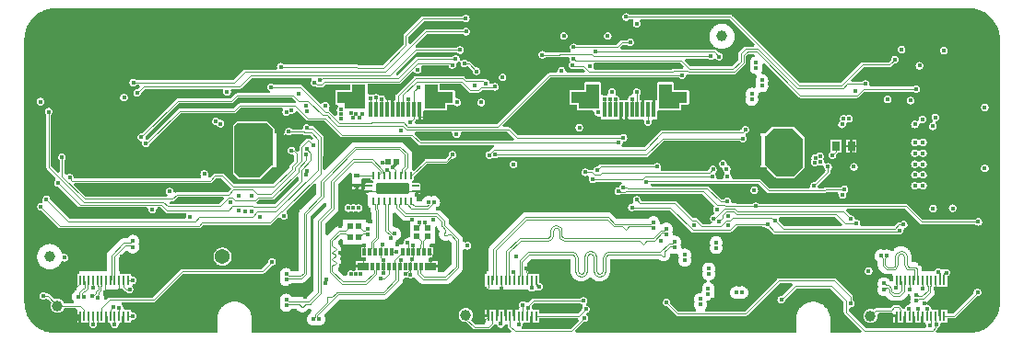
<source format=gbl>
G04*
G04 #@! TF.GenerationSoftware,Altium Limited,Altium Designer,21.7.2 (23)*
G04*
G04 Layer_Physical_Order=6*
G04 Layer_Color=16711680*
%FSLAX44Y44*%
%MOMM*%
G71*
G04*
G04 #@! TF.SameCoordinates,7C38C3A3-C4E6-443E-8540-10D383AE158C*
G04*
G04*
G04 #@! TF.FilePolarity,Positive*
G04*
G01*
G75*
%ADD12C,0.2000*%
%ADD18R,0.5500X0.4500*%
%ADD20R,0.5200X0.5200*%
%ADD29R,0.5200X0.5200*%
%ADD30R,0.7000X0.9000*%
%ADD82C,0.0983*%
%ADD85C,1.0000*%
%ADD87C,0.1250*%
%ADD89C,0.1108*%
%ADD90C,0.3000*%
%ADD94O,1.1000X1.9000*%
%ADD95O,1.1000X2.4000*%
%ADD97C,1.3680*%
%ADD98R,1.3680X1.3680*%
%ADD99C,6.3000*%
%ADD100C,0.4060*%
%ADD101C,0.4064*%
%ADD102C,0.5080*%
%ADD103C,2.7000*%
%ADD107R,0.5500X2.8000*%
%ADD108R,1.0000X2.8000*%
G04:AMPARAMS|DCode=109|XSize=0.25mm|YSize=0.6mm|CornerRadius=0.025mm|HoleSize=0mm|Usage=FLASHONLY|Rotation=180.000|XOffset=0mm|YOffset=0mm|HoleType=Round|Shape=RoundedRectangle|*
%AMROUNDEDRECTD109*
21,1,0.2500,0.5500,0,0,180.0*
21,1,0.2000,0.6000,0,0,180.0*
1,1,0.0500,-0.1000,0.2750*
1,1,0.0500,0.1000,0.2750*
1,1,0.0500,0.1000,-0.2750*
1,1,0.0500,-0.1000,-0.2750*
%
%ADD109ROUNDEDRECTD109*%
G04:AMPARAMS|DCode=110|XSize=0.25mm|YSize=0.6mm|CornerRadius=0.025mm|HoleSize=0mm|Usage=FLASHONLY|Rotation=270.000|XOffset=0mm|YOffset=0mm|HoleType=Round|Shape=RoundedRectangle|*
%AMROUNDEDRECTD110*
21,1,0.2500,0.5500,0,0,270.0*
21,1,0.2000,0.6000,0,0,270.0*
1,1,0.0500,-0.2750,-0.1000*
1,1,0.0500,-0.2750,0.1000*
1,1,0.0500,0.2750,0.1000*
1,1,0.0500,0.2750,-0.1000*
%
%ADD110ROUNDEDRECTD110*%
G04:AMPARAMS|DCode=111|XSize=1mm|YSize=3mm|CornerRadius=0.05mm|HoleSize=0mm|Usage=FLASHONLY|Rotation=270.000|XOffset=0mm|YOffset=0mm|HoleType=Round|Shape=RoundedRectangle|*
%AMROUNDEDRECTD111*
21,1,1.0000,2.9000,0,0,270.0*
21,1,0.9000,3.0000,0,0,270.0*
1,1,0.1000,-1.4500,-0.4500*
1,1,0.1000,-1.4500,0.4500*
1,1,0.1000,1.4500,0.4500*
1,1,0.1000,1.4500,-0.4500*
%
%ADD111ROUNDEDRECTD111*%
%ADD112R,0.3000X0.7000*%
%ADD113R,1.0000X0.7000*%
%ADD114R,0.3050X1.4050*%
%ADD115R,1.0000X1.0000*%
%ADD116R,0.2300X0.9200*%
%ADD117R,1.2500X2.3000*%
%ADD118R,2.6500X1.1000*%
%ADD119R,1.9500X1.6000*%
%ADD120R,0.7750X3.2250*%
%ADD121R,0.8000X3.3500*%
G36*
X30000Y300990D02*
X870000D01*
X870074Y300998D01*
X871466Y300961D01*
X872927Y300846D01*
X874380Y300655D01*
X875822Y300388D01*
X877247Y300046D01*
X878652Y299629D01*
X880034Y299140D01*
X881389Y298579D01*
X882712Y297948D01*
X884000Y297248D01*
X885250Y296483D01*
X886458Y295652D01*
X887621Y294760D01*
X888736Y293808D01*
X889799Y292799D01*
X890808Y291735D01*
X891760Y290621D01*
X892652Y289458D01*
X893483Y288250D01*
X894249Y287000D01*
X894948Y285712D01*
X895579Y284389D01*
X896140Y283034D01*
X896629Y281652D01*
X897046Y280247D01*
X897388Y278822D01*
X897655Y277380D01*
X897846Y275927D01*
X897961Y274466D01*
X897998Y273075D01*
X897990Y273000D01*
Y30000D01*
X897990Y30000D01*
X897990Y30000D01*
X897922Y28029D01*
X897846Y27073D01*
X897655Y25620D01*
X897388Y24179D01*
X897046Y22753D01*
X896629Y21348D01*
X896140Y19966D01*
X895579Y18612D01*
X894948Y17288D01*
X894249Y16000D01*
X893483Y14750D01*
X892652Y13542D01*
X891760Y12379D01*
X890808Y11265D01*
X889799Y10201D01*
X888736Y9192D01*
X887621Y8240D01*
X886458Y7348D01*
X885250Y6518D01*
X884000Y5752D01*
X882712Y5052D01*
X881389Y4421D01*
X880034Y3860D01*
X878652Y3371D01*
X877247Y2955D01*
X875822Y2612D01*
X874380Y2345D01*
X872927Y2154D01*
X871466Y2039D01*
X870075Y2002D01*
X870000Y2010D01*
X839603D01*
X838774Y4010D01*
X840507Y5743D01*
X840724Y5997D01*
X840899Y6282D01*
X841027Y6591D01*
X841087Y6840D01*
X841465Y7059D01*
X841833Y7340D01*
X842160Y7667D01*
X842441Y8035D01*
X842673Y8435D01*
X842850Y8863D01*
X842970Y9310D01*
X843030Y9769D01*
Y10231D01*
X844565Y11246D01*
X844863Y11350D01*
X849650D01*
Y15318D01*
X855700D01*
X856033Y15345D01*
X856359Y15423D01*
X856668Y15551D01*
X856953Y15726D01*
X857207Y15943D01*
X877018Y35753D01*
X877269Y35720D01*
X877731D01*
X878190Y35780D01*
X878637Y35900D01*
X879065Y36077D01*
X879465Y36309D01*
X879833Y36590D01*
X880160Y36918D01*
X880441Y37285D01*
X880673Y37685D01*
X880850Y38113D01*
X880970Y38560D01*
X881030Y39019D01*
Y39481D01*
X880970Y39940D01*
X880850Y40387D01*
X880673Y40815D01*
X880441Y41215D01*
X880160Y41582D01*
X879833Y41910D01*
X879465Y42191D01*
X879065Y42423D01*
X878637Y42600D01*
X878190Y42720D01*
X877731Y42780D01*
X877269D01*
X876810Y42720D01*
X876363Y42600D01*
X875935Y42423D01*
X875535Y42191D01*
X875167Y41910D01*
X874840Y41582D01*
X874559Y41215D01*
X874327Y40815D01*
X874150Y40387D01*
X874030Y39940D01*
X873970Y39481D01*
Y39019D01*
X874003Y38767D01*
X854817Y19582D01*
X849650D01*
Y23550D01*
X844250D01*
Y17450D01*
X841750D01*
Y23550D01*
X836453D01*
X834530Y24269D01*
Y24731D01*
X834470Y25190D01*
X834350Y25637D01*
X834173Y26065D01*
X833941Y26465D01*
X833660Y26832D01*
X833333Y27160D01*
X832965Y27441D01*
X832565Y27673D01*
X832137Y27850D01*
X831690Y27970D01*
X831250Y28028D01*
X831184Y28114D01*
X830641Y29081D01*
X830528Y30008D01*
X830679Y30140D01*
X837247Y36708D01*
X837619Y37132D01*
X837932Y37601D01*
X838182Y38107D01*
X838363Y38641D01*
X838473Y39194D01*
X838510Y39757D01*
Y41840D01*
X839960D01*
Y44150D01*
X849650D01*
Y54087D01*
X849887Y54150D01*
X850315Y54327D01*
X850715Y54559D01*
X851083Y54840D01*
X851410Y55167D01*
X851691Y55535D01*
X851923Y55935D01*
X852100Y56363D01*
X852220Y56810D01*
X852280Y57269D01*
Y57731D01*
X852220Y58190D01*
X852100Y58637D01*
X851923Y59065D01*
X851691Y59465D01*
X851410Y59833D01*
X851083Y60160D01*
X850715Y60441D01*
X850315Y60673D01*
X849887Y60850D01*
X849440Y60970D01*
X848981Y61030D01*
X848519D01*
X848060Y60970D01*
X847613Y60850D01*
X847185Y60673D01*
X846785Y60441D01*
X846628Y60321D01*
X846082Y60180D01*
X845983Y60172D01*
X845972Y60172D01*
X844798Y60318D01*
X844187Y60548D01*
X844185Y60549D01*
X844160Y60582D01*
X843832Y60910D01*
X843465Y61191D01*
X843065Y61423D01*
X842637Y61600D01*
X842190Y61720D01*
X841731Y61780D01*
X841269D01*
X840810Y61720D01*
X840363Y61600D01*
X839935Y61423D01*
X839535Y61191D01*
X839167Y60910D01*
X838840Y60582D01*
X838559Y60215D01*
X838327Y59815D01*
X838150Y59387D01*
X838030Y58940D01*
X837993Y58660D01*
X826510D01*
Y60693D01*
X826473Y61255D01*
X826363Y61808D01*
X826182Y62342D01*
X825932Y62848D01*
X825619Y63317D01*
X825247Y63741D01*
X823974Y65014D01*
X823974Y65014D01*
X823291Y65696D01*
X822868Y66068D01*
X822399Y66382D01*
X821893Y66631D01*
X821359Y66812D01*
X820806Y66922D01*
X820243Y66959D01*
X816694D01*
Y72587D01*
X816693Y72598D01*
X816657Y73411D01*
X816550Y74228D01*
X816371Y75033D01*
X816124Y75819D01*
X815808Y76581D01*
X815427Y77312D01*
X814984Y78008D01*
X814482Y78662D01*
X813925Y79270D01*
X813318Y79827D01*
X812663Y80329D01*
X811968Y80772D01*
X811237Y81152D01*
X810475Y81468D01*
X809689Y81716D01*
X808884Y81894D01*
X808067Y82002D01*
X807243Y82038D01*
X806419Y82002D01*
X805602Y81894D01*
X804797Y81716D01*
X804011Y81468D01*
X803249Y81152D01*
X802518Y80772D01*
X801822Y80329D01*
X801168Y79827D01*
X800561Y79270D01*
X800004Y78662D01*
X799887Y78510D01*
X799587Y78305D01*
X797847Y77813D01*
X797203Y78079D01*
X797139Y78119D01*
X796548Y78404D01*
X795929Y78621D01*
X795290Y78766D01*
X794638Y78840D01*
X793982D01*
X793330Y78766D01*
X792691Y78621D01*
X792072Y78404D01*
X791610Y78182D01*
X791510Y78244D01*
X790920Y78529D01*
X790301Y78746D01*
X789661Y78892D01*
X789009Y78965D01*
X788353D01*
X787701Y78892D01*
X787062Y78746D01*
X786443Y78529D01*
X785852Y78244D01*
X785296Y77895D01*
X784784Y77487D01*
X784320Y77023D01*
X783911Y76510D01*
X783562Y75954D01*
X783277Y75363D01*
X783061Y74744D01*
X782915Y74105D01*
X782841Y73453D01*
Y72797D01*
X782915Y72145D01*
X783061Y71506D01*
X783277Y70887D01*
X783562Y70296D01*
X783911Y69740D01*
X784320Y69227D01*
X784784Y68764D01*
X785296Y68355D01*
X785852Y68006D01*
X785986Y67941D01*
Y63960D01*
X786022Y63398D01*
X786133Y62845D01*
X786314Y62311D01*
X786563Y61805D01*
X786877Y61336D01*
X787248Y60912D01*
X790958Y57202D01*
X791382Y56830D01*
X791851Y56517D01*
X792357Y56267D01*
X792891Y56086D01*
X793444Y55976D01*
X794007Y55939D01*
X799361D01*
X799418Y55848D01*
X800350Y54014D01*
Y50240D01*
X798988Y49579D01*
X798350Y49435D01*
X798025Y49652D01*
X797519Y49902D01*
X796985Y50083D01*
X796712Y50137D01*
X796619Y50329D01*
X796270Y50885D01*
X795861Y51398D01*
X795398Y51861D01*
X794885Y52270D01*
X794329Y52619D01*
X793738Y52904D01*
X793119Y53121D01*
X792480Y53267D01*
X791828Y53340D01*
X791172D01*
X790520Y53267D01*
X789881Y53121D01*
X789262Y52904D01*
X788671Y52619D01*
X788115Y52270D01*
X787602Y51861D01*
X787139Y51398D01*
X786730Y50885D01*
X786381Y50329D01*
X786096Y49738D01*
X785879Y49119D01*
X785733Y48480D01*
X785660Y47828D01*
Y47172D01*
X785733Y46520D01*
X785879Y45881D01*
X786096Y45262D01*
X786357Y44720D01*
X786096Y44178D01*
X785879Y43559D01*
X785733Y42920D01*
X785660Y42268D01*
Y41612D01*
X785733Y40960D01*
X785879Y40321D01*
X786096Y39702D01*
X786381Y39111D01*
X786730Y38555D01*
X787139Y38042D01*
X787602Y37579D01*
X788115Y37170D01*
X788671Y36821D01*
X789262Y36536D01*
X789881Y36319D01*
X790520Y36173D01*
X791172Y36100D01*
X791828D01*
X792480Y36173D01*
X793119Y36319D01*
X793359Y36403D01*
X796958Y32804D01*
X797382Y32432D01*
X797851Y32119D01*
X798357Y31869D01*
X798891Y31688D01*
X799444Y31578D01*
X800007Y31541D01*
X805993D01*
X806556Y31578D01*
X807109Y31688D01*
X807643Y31869D01*
X808149Y32119D01*
X808618Y32432D01*
X809042Y32804D01*
X813247Y37009D01*
X813619Y37433D01*
X813679Y37522D01*
X814956Y37344D01*
X815660Y36960D01*
Y36589D01*
X815733Y35937D01*
X815880Y35298D01*
X816096Y34679D01*
X816233Y34395D01*
X816089Y34096D01*
X815872Y33477D01*
X815726Y32837D01*
X815652Y32185D01*
Y31529D01*
X815726Y30877D01*
X815872Y30238D01*
X815993Y29892D01*
X815869Y29460D01*
X815598Y28993D01*
X814773Y28091D01*
X814669Y28030D01*
X814519D01*
X814060Y27970D01*
X813613Y27850D01*
X813185Y27673D01*
X812785Y27441D01*
X812418Y27160D01*
X812090Y26832D01*
X811809Y26465D01*
X811577Y26065D01*
X811400Y25637D01*
X811280Y25190D01*
X811220Y24731D01*
Y24269D01*
X811034Y24199D01*
X809027Y24159D01*
X808899Y24468D01*
X808725Y24753D01*
X808507Y25007D01*
X806507Y27007D01*
X806253Y27225D01*
X805968Y27399D01*
X805659Y27527D01*
X805333Y27605D01*
X805000Y27632D01*
X801000D01*
X800667Y27605D01*
X800341Y27527D01*
X800032Y27399D01*
X799747Y27225D01*
X799493Y27007D01*
X797117Y24632D01*
X784000D01*
X783667Y24605D01*
X783341Y24527D01*
X783032Y24399D01*
X782747Y24225D01*
X782493Y24007D01*
X782089Y23603D01*
X782032Y23633D01*
X781442Y23877D01*
X780831Y24063D01*
X780205Y24187D01*
X779569Y24250D01*
X778931D01*
X778295Y24187D01*
X777669Y24063D01*
X777058Y23877D01*
X776468Y23633D01*
X775904Y23332D01*
X775373Y22977D01*
X774880Y22572D01*
X774428Y22120D01*
X774023Y21627D01*
X773668Y21096D01*
X773367Y20533D01*
X773123Y19942D01*
X772937Y19331D01*
X772813Y18705D01*
X772750Y18069D01*
Y17431D01*
X772813Y16795D01*
X772937Y16169D01*
X773123Y15558D01*
X773367Y14967D01*
X773668Y14404D01*
X774023Y13873D01*
X774428Y13380D01*
X774880Y12928D01*
X775373Y12523D01*
X775904Y12168D01*
X776468Y11867D01*
X777058Y11623D01*
X777669Y11437D01*
X778295Y11313D01*
X778931Y11250D01*
X779569D01*
X780205Y11313D01*
X780831Y11437D01*
X781442Y11623D01*
X782032Y11867D01*
X782596Y12168D01*
X783127Y12523D01*
X783620Y12928D01*
X784072Y13380D01*
X784477Y13873D01*
X784832Y14404D01*
X785133Y14967D01*
X785377Y15558D01*
X785563Y16169D01*
X785687Y16795D01*
X785750Y17431D01*
Y18069D01*
X785721Y18368D01*
X786041Y19123D01*
X786853Y20085D01*
X787338Y20368D01*
X798000D01*
X798333Y20395D01*
X798350Y20399D01*
X799862Y19657D01*
X800350Y19142D01*
Y18700D01*
X803000D01*
Y17450D01*
X804250D01*
Y11350D01*
X809750D01*
Y17450D01*
X812250D01*
Y11350D01*
X817750D01*
Y17450D01*
X820250D01*
Y11350D01*
X825750D01*
Y17450D01*
X828250D01*
Y11350D01*
X829300D01*
X829732Y11045D01*
X829923Y10807D01*
X830652Y9350D01*
X830643Y9316D01*
X830582Y8857D01*
Y8395D01*
X830584Y8382D01*
X829661Y6813D01*
X829581Y6722D01*
X829056Y6381D01*
X774633D01*
X758977Y22038D01*
Y23853D01*
X759145Y24195D01*
X759371Y24453D01*
X760769Y25470D01*
X761231D01*
X761690Y25530D01*
X762137Y25650D01*
X762565Y25827D01*
X762965Y26059D01*
X763333Y26340D01*
X763660Y26667D01*
X763941Y27035D01*
X764173Y27435D01*
X764350Y27863D01*
X764470Y28310D01*
X764530Y28769D01*
Y29231D01*
X764470Y29690D01*
X764350Y30137D01*
X764173Y30565D01*
X763941Y30965D01*
X763660Y31332D01*
X763333Y31660D01*
X763132Y31814D01*
Y35250D01*
X763105Y35583D01*
X763027Y35909D01*
X762899Y36218D01*
X762725Y36503D01*
X762507Y36757D01*
X747757Y51507D01*
X747503Y51725D01*
X747218Y51899D01*
X746909Y52027D01*
X746583Y52105D01*
X746250Y52132D01*
X694889D01*
X694556Y52105D01*
X694230Y52027D01*
X693921Y51899D01*
X693636Y51725D01*
X693382Y51507D01*
X663881Y22007D01*
X627972D01*
X627442Y22846D01*
X627197Y24007D01*
X627361Y24171D01*
X627770Y24684D01*
X628119Y25240D01*
X628404Y25831D01*
X628621Y26450D01*
X628767Y27089D01*
X628840Y27741D01*
Y28397D01*
X628767Y29049D01*
X628621Y29688D01*
X628441Y30202D01*
X628992Y31440D01*
X629415Y32048D01*
X629922Y31991D01*
X630578D01*
X631230Y32064D01*
X631869Y32210D01*
X632488Y32427D01*
X633079Y32712D01*
X633635Y33060D01*
X634148Y33469D01*
X634611Y33933D01*
X635020Y34446D01*
X635369Y35001D01*
X635654Y35592D01*
X635871Y36212D01*
X636017Y36851D01*
X636090Y37503D01*
Y38159D01*
X636017Y38811D01*
X635871Y39450D01*
X635654Y40069D01*
X635513Y40361D01*
X635654Y40652D01*
X635871Y41272D01*
X636017Y41911D01*
X636090Y42563D01*
Y43219D01*
X636017Y43871D01*
X635871Y44510D01*
X635654Y45129D01*
X635369Y45720D01*
X635020Y46276D01*
X634611Y46788D01*
X634148Y47252D01*
X633635Y47661D01*
X633079Y48010D01*
X632488Y48295D01*
X631869Y48511D01*
X631587Y48576D01*
X631701Y50601D01*
X631728Y50604D01*
X632367Y50750D01*
X632986Y50967D01*
X633577Y51252D01*
X634133Y51601D01*
X634645Y52010D01*
X635109Y52473D01*
X635518Y52986D01*
X635867Y53542D01*
X636152Y54133D01*
X636368Y54752D01*
X636514Y55391D01*
X636588Y56043D01*
Y56699D01*
X636514Y57351D01*
X636368Y57990D01*
X636152Y58609D01*
X636011Y58901D01*
X636152Y59193D01*
X636368Y59812D01*
X636514Y60451D01*
X636588Y61103D01*
Y61759D01*
X636514Y62411D01*
X636368Y63050D01*
X636152Y63669D01*
X635867Y64260D01*
X635518Y64816D01*
X635109Y65329D01*
X634645Y65792D01*
X634133Y66201D01*
X633577Y66550D01*
X632986Y66835D01*
X632367Y67052D01*
X631728Y67198D01*
X631076Y67271D01*
X630420D01*
X629768Y67198D01*
X629129Y67052D01*
X628509Y66835D01*
X627919Y66550D01*
X627363Y66201D01*
X626850Y65792D01*
X626386Y65329D01*
X625978Y64816D01*
X625629Y64260D01*
X625344Y63669D01*
X625127Y63050D01*
X624981Y62411D01*
X624908Y61759D01*
Y61103D01*
X624981Y60451D01*
X625127Y59812D01*
X625344Y59193D01*
X625484Y58901D01*
X625344Y58609D01*
X625127Y57990D01*
X624981Y57351D01*
X624908Y56699D01*
Y56043D01*
X624981Y55391D01*
X625127Y54752D01*
X625344Y54133D01*
X625629Y53542D01*
X625978Y52986D01*
X626386Y52473D01*
X626850Y52010D01*
X627363Y51601D01*
X627919Y51252D01*
X628509Y50967D01*
X629129Y50750D01*
X629411Y50686D01*
X629297Y48660D01*
X629270Y48657D01*
X628631Y48511D01*
X628012Y48295D01*
X627421Y48010D01*
X626865Y47661D01*
X626352Y47252D01*
X625889Y46788D01*
X625480Y46276D01*
X625131Y45720D01*
X624846Y45129D01*
X624629Y44510D01*
X624483Y43871D01*
X624410Y43219D01*
Y42563D01*
X624483Y41911D01*
X624629Y41272D01*
X624809Y40758D01*
X624258Y39520D01*
X623835Y38912D01*
X623328Y38969D01*
X622672D01*
X622020Y38896D01*
X621381Y38750D01*
X620762Y38533D01*
X620171Y38248D01*
X619615Y37899D01*
X619102Y37490D01*
X618639Y37027D01*
X618230Y36514D01*
X617881Y35958D01*
X617596Y35367D01*
X617379Y34748D01*
X617234Y34109D01*
X617160Y33457D01*
Y32801D01*
X617234Y32149D01*
X617379Y31510D01*
X617596Y30891D01*
X617737Y30599D01*
X617596Y30307D01*
X617379Y29688D01*
X617234Y29049D01*
X617160Y28397D01*
Y27741D01*
X617234Y27089D01*
X617379Y26450D01*
X617596Y25831D01*
X617881Y25240D01*
X618230Y24684D01*
X618639Y24171D01*
X618803Y24007D01*
X618558Y22846D01*
X618028Y22007D01*
X603008D01*
X595497Y29518D01*
X595530Y29769D01*
Y30231D01*
X595470Y30690D01*
X595350Y31137D01*
X595173Y31565D01*
X594941Y31965D01*
X594660Y32332D01*
X594333Y32660D01*
X593965Y32941D01*
X593565Y33173D01*
X593137Y33350D01*
X592690Y33470D01*
X592231Y33530D01*
X591769D01*
X591310Y33470D01*
X590863Y33350D01*
X590435Y33173D01*
X590035Y32941D01*
X589668Y32660D01*
X589340Y32332D01*
X589059Y31965D01*
X588827Y31565D01*
X588650Y31137D01*
X588530Y30690D01*
X588470Y30231D01*
Y29769D01*
X588530Y29310D01*
X588650Y28863D01*
X588827Y28435D01*
X589059Y28035D01*
X589340Y27668D01*
X589668Y27340D01*
X590035Y27059D01*
X590435Y26827D01*
X590863Y26650D01*
X591310Y26530D01*
X591769Y26470D01*
X592231D01*
X592482Y26503D01*
X600618Y18368D01*
X600872Y18151D01*
X601157Y17976D01*
X601466Y17848D01*
X601792Y17770D01*
X602125Y17743D01*
X664764D01*
X665098Y17770D01*
X665423Y17848D01*
X665732Y17976D01*
X666017Y18151D01*
X666271Y18368D01*
X695772Y47868D01*
X706776D01*
X707604Y45868D01*
X697732Y35997D01*
X697481Y36030D01*
X697019D01*
X696560Y35970D01*
X696113Y35850D01*
X695685Y35673D01*
X695285Y35441D01*
X694918Y35160D01*
X694590Y34832D01*
X694309Y34465D01*
X694077Y34065D01*
X693900Y33637D01*
X693780Y33190D01*
X693720Y32731D01*
Y32269D01*
X693780Y31810D01*
X693900Y31363D01*
X694077Y30935D01*
X694309Y30535D01*
X694590Y30168D01*
X694918Y29840D01*
X695285Y29559D01*
X695685Y29327D01*
X696113Y29150D01*
X696560Y29030D01*
X697019Y28970D01*
X697481D01*
X697940Y29030D01*
X698387Y29150D01*
X698815Y29327D01*
X699215Y29559D01*
X699583Y29840D01*
X699910Y30168D01*
X700191Y30535D01*
X700423Y30935D01*
X700600Y31363D01*
X700720Y31810D01*
X700780Y32269D01*
Y32731D01*
X700747Y32982D01*
X710883Y43118D01*
X742117D01*
X754713Y30522D01*
Y21155D01*
X754740Y20821D01*
X754818Y20496D01*
X754946Y20187D01*
X755120Y19902D01*
X755338Y19648D01*
X770976Y4010D01*
X770147Y2010D01*
X742260D01*
Y15000D01*
X742258Y15019D01*
X742225Y16031D01*
X742124Y17057D01*
X741956Y18074D01*
X741721Y19079D01*
X741422Y20066D01*
X741059Y21031D01*
X740633Y21970D01*
X740147Y22879D01*
X739603Y23755D01*
X739002Y24593D01*
X738348Y25390D01*
X737643Y26143D01*
X736890Y26848D01*
X736093Y27502D01*
X735255Y28103D01*
X734379Y28647D01*
X733470Y29133D01*
X732531Y29559D01*
X731565Y29922D01*
X730579Y30222D01*
X729574Y30456D01*
X728557Y30624D01*
X727531Y30725D01*
X726500Y30759D01*
X725469Y30725D01*
X724443Y30624D01*
X723426Y30456D01*
X722421Y30222D01*
X721435Y29922D01*
X720470Y29559D01*
X719530Y29133D01*
X718621Y28647D01*
X717745Y28103D01*
X716907Y27502D01*
X716110Y26848D01*
X715357Y26143D01*
X714652Y25390D01*
X713998Y24593D01*
X713397Y23755D01*
X712853Y22879D01*
X712367Y21970D01*
X711941Y21031D01*
X711578Y20066D01*
X711279Y19079D01*
X711044Y18074D01*
X710876Y17057D01*
X710775Y16031D01*
X710742Y15019D01*
X710740Y15000D01*
Y2010D01*
X508387Y2010D01*
X507622Y3858D01*
X515768Y12003D01*
X516019Y11970D01*
X516481D01*
X516940Y12030D01*
X517387Y12150D01*
X517815Y12327D01*
X518215Y12559D01*
X518582Y12840D01*
X518910Y13168D01*
X519191Y13535D01*
X519423Y13935D01*
X519600Y14363D01*
X519720Y14810D01*
X519780Y15269D01*
Y15731D01*
X519720Y16190D01*
X519600Y16637D01*
X519423Y17065D01*
X519191Y17465D01*
X518910Y17832D01*
X518582Y18160D01*
X518447Y18264D01*
X518444Y19175D01*
X518843Y20388D01*
X518887Y20400D01*
X519315Y20577D01*
X519715Y20809D01*
X520083Y21090D01*
X520410Y21418D01*
X520691Y21785D01*
X520923Y22185D01*
X521100Y22613D01*
X521220Y23060D01*
X521280Y23519D01*
Y23981D01*
X521220Y24440D01*
X521100Y24887D01*
X520923Y25315D01*
X520691Y25715D01*
X520410Y26082D01*
X520083Y26410D01*
X519715Y26691D01*
X519315Y26923D01*
X518887Y27100D01*
X518859Y27107D01*
X518387Y27904D01*
X518362Y27982D01*
X518230Y29260D01*
X518441Y29535D01*
X518673Y29935D01*
X518850Y30363D01*
X518970Y30810D01*
X519030Y31269D01*
Y31731D01*
X518970Y32190D01*
X518850Y32637D01*
X518673Y33065D01*
X518441Y33465D01*
X518160Y33832D01*
X517832Y34160D01*
X517465Y34441D01*
X517065Y34673D01*
X516637Y34850D01*
X516190Y34970D01*
X515731Y35030D01*
X515269D01*
X514810Y34970D01*
X514363Y34850D01*
X513935Y34673D01*
X513535Y34441D01*
X513167Y34160D01*
X512840Y33832D01*
X512686Y33632D01*
X469500D01*
X469166Y33605D01*
X468841Y33527D01*
X468532Y33399D01*
X468247Y33224D01*
X467993Y33007D01*
X464865Y29880D01*
X464589Y29772D01*
X464178Y29723D01*
X462780Y29887D01*
X462284Y30127D01*
X462161Y30249D01*
X461794Y30531D01*
X461393Y30762D01*
X460966Y30939D01*
X460519Y31059D01*
X460060Y31119D01*
X459597D01*
X459139Y31059D01*
X458692Y30939D01*
X458264Y30762D01*
X457863Y30531D01*
X457496Y30249D01*
X457169Y29922D01*
X456887Y29555D01*
X456656Y29154D01*
X456479Y28726D01*
X456359Y28279D01*
X456299Y27821D01*
Y27358D01*
X456359Y26899D01*
X456479Y26452D01*
X456656Y26025D01*
X456887Y25624D01*
X456944Y25550D01*
X456675Y24506D01*
X456047Y23550D01*
X453250D01*
Y17450D01*
X450750D01*
Y23550D01*
X445250D01*
Y17450D01*
X442750D01*
Y23550D01*
X437250D01*
Y17450D01*
X434750D01*
Y23550D01*
X429250D01*
Y17450D01*
X428000D01*
Y16200D01*
X425350D01*
Y11350D01*
X425350D01*
X424670Y9632D01*
X416133D01*
X411978Y13786D01*
X412322Y14130D01*
X412727Y14623D01*
X413082Y15154D01*
X413383Y15718D01*
X413627Y16308D01*
X413813Y16919D01*
X413937Y17545D01*
X414000Y18181D01*
Y18819D01*
X413937Y19455D01*
X413813Y20081D01*
X413627Y20692D01*
X413383Y21282D01*
X413082Y21846D01*
X412727Y22377D01*
X412322Y22870D01*
X411870Y23322D01*
X411377Y23727D01*
X410846Y24082D01*
X410283Y24383D01*
X409692Y24627D01*
X409081Y24813D01*
X408455Y24937D01*
X407819Y25000D01*
X407181D01*
X406545Y24937D01*
X405919Y24813D01*
X405308Y24627D01*
X404717Y24383D01*
X404154Y24082D01*
X403623Y23727D01*
X403130Y23322D01*
X402678Y22870D01*
X402273Y22377D01*
X401918Y21846D01*
X401617Y21282D01*
X401373Y20692D01*
X401187Y20081D01*
X401063Y19455D01*
X401000Y18819D01*
Y18181D01*
X401063Y17545D01*
X401187Y16919D01*
X401373Y16308D01*
X401617Y15718D01*
X401918Y15154D01*
X402273Y14623D01*
X402678Y14130D01*
X403130Y13678D01*
X403623Y13273D01*
X404154Y12918D01*
X404717Y12617D01*
X405308Y12373D01*
X405919Y12187D01*
X406545Y12063D01*
X407181Y12000D01*
X407735D01*
X413743Y5993D01*
X413997Y5775D01*
X414282Y5601D01*
X414591Y5473D01*
X414916Y5395D01*
X415250Y5368D01*
X428750D01*
X429083Y5395D01*
X429409Y5473D01*
X429718Y5601D01*
X430003Y5775D01*
X430257Y5993D01*
X433507Y9243D01*
X433725Y9497D01*
X433899Y9782D01*
X434027Y10091D01*
X436026Y10035D01*
X436086Y9577D01*
X436206Y9129D01*
X436383Y8702D01*
X436614Y8301D01*
X436896Y7934D01*
X437223Y7607D01*
X437590Y7325D01*
X437991Y7094D01*
X438419Y6917D01*
X438866Y6797D01*
X439324Y6737D01*
X439787D01*
X440246Y6797D01*
X440693Y6917D01*
X441120Y7094D01*
X441521Y7325D01*
X441888Y7607D01*
X442215Y7934D01*
X442497Y8301D01*
X442728Y8702D01*
X442906Y9129D01*
X444288Y9982D01*
X444653Y10100D01*
X445086Y10118D01*
X445868Y9641D01*
Y8000D01*
X445895Y7667D01*
X445973Y7341D01*
X446101Y7032D01*
X446275Y6747D01*
X446493Y6493D01*
X449128Y3858D01*
X448363Y2010D01*
X210760Y2010D01*
X210760Y15080D01*
X210758Y15099D01*
X210725Y16111D01*
X210624Y17137D01*
X210456Y18155D01*
X210222Y19159D01*
X209922Y20146D01*
X209559Y21111D01*
X209133Y22050D01*
X208647Y22960D01*
X208103Y23835D01*
X207502Y24674D01*
X206848Y25471D01*
X206143Y26223D01*
X205390Y26928D01*
X204593Y27582D01*
X203755Y28183D01*
X202879Y28728D01*
X201970Y29214D01*
X201031Y29639D01*
X200065Y30003D01*
X199079Y30302D01*
X198074Y30536D01*
X197057Y30704D01*
X196031Y30805D01*
X195000Y30839D01*
X193969Y30805D01*
X192943Y30704D01*
X191926Y30536D01*
X190921Y30302D01*
X189935Y30003D01*
X188969Y29639D01*
X188030Y29214D01*
X187121Y28728D01*
X186245Y28183D01*
X185407Y27582D01*
X184610Y26928D01*
X183857Y26223D01*
X183152Y25471D01*
X182498Y24674D01*
X181897Y23835D01*
X181353Y22960D01*
X180867Y22050D01*
X180441Y21111D01*
X180078Y20146D01*
X179778Y19159D01*
X179544Y18155D01*
X179376Y17137D01*
X179275Y16111D01*
X179242Y15099D01*
X179240Y15080D01*
Y2010D01*
X30000D01*
X29926Y2002D01*
X28535Y2039D01*
X27073Y2154D01*
X25620Y2345D01*
X24179Y2612D01*
X22753Y2955D01*
X21348Y3371D01*
X19966Y3860D01*
X18612Y4421D01*
X17289Y5052D01*
X16000Y5752D01*
X14750Y6518D01*
X13542Y7348D01*
X12379Y8240D01*
X11265Y9192D01*
X10201Y10201D01*
X9192Y11265D01*
X8240Y12379D01*
X7348Y13542D01*
X6518Y14750D01*
X5752Y16000D01*
X5052Y17289D01*
X4421Y18612D01*
X3860Y19966D01*
X3371Y21348D01*
X2955Y22753D01*
X2612Y24179D01*
X2345Y25620D01*
X2154Y27073D01*
X2039Y28535D01*
X2002Y29926D01*
X2010Y30000D01*
X2010Y273000D01*
X2002Y273074D01*
X2039Y274466D01*
X2154Y275927D01*
X2345Y277380D01*
X2612Y278822D01*
X2955Y280247D01*
X3371Y281653D01*
X3860Y283034D01*
X4421Y284389D01*
X5052Y285712D01*
X5752Y287000D01*
X6518Y288250D01*
X7348Y289458D01*
X8240Y290621D01*
X9192Y291735D01*
X10201Y292799D01*
X11265Y293808D01*
X12379Y294760D01*
X13542Y295652D01*
X14750Y296483D01*
X16000Y297248D01*
X17289Y297948D01*
X18612Y298579D01*
X19966Y299140D01*
X21348Y299629D01*
X22753Y300046D01*
X24179Y300388D01*
X25620Y300655D01*
X27073Y300846D01*
X28535Y300961D01*
X29925Y300998D01*
X30000Y300990D01*
D02*
G37*
G36*
X512840Y29167D02*
X513167Y28840D01*
X513535Y28559D01*
X513935Y28327D01*
X514363Y28150D01*
X514391Y28143D01*
X514863Y27346D01*
X514888Y27268D01*
X515020Y25990D01*
X514809Y25715D01*
X514577Y25315D01*
X514400Y24887D01*
X514280Y24440D01*
X514220Y23981D01*
Y23519D01*
X514253Y23268D01*
X510567Y19582D01*
X474650D01*
Y23550D01*
X470029D01*
X469807Y23615D01*
X468170Y24571D01*
Y25034D01*
X468110Y25493D01*
X467990Y25940D01*
X467813Y26367D01*
X467655Y26641D01*
X470383Y29368D01*
X512686D01*
X512840Y29167D01*
D02*
G37*
G36*
X469250Y11350D02*
X474650D01*
Y15318D01*
X510225D01*
X511054Y13318D01*
X503367Y5632D01*
X459639D01*
X459011Y6777D01*
X458824Y7632D01*
X458941Y7785D01*
X459173Y8185D01*
X459350Y8613D01*
X459470Y9060D01*
X459530Y9519D01*
Y9981D01*
X460796Y11101D01*
X461296Y11350D01*
X466750D01*
Y17450D01*
X469250D01*
Y11350D01*
D02*
G37*
%LPC*%
G36*
X554981Y296530D02*
X554519D01*
X554060Y296470D01*
X553613Y296350D01*
X553185Y296173D01*
X552785Y295941D01*
X552417Y295660D01*
X552090Y295333D01*
X551809Y294965D01*
X551577Y294565D01*
X551400Y294137D01*
X551280Y293690D01*
X551220Y293231D01*
Y292769D01*
X551280Y292310D01*
X551400Y291863D01*
X551577Y291435D01*
X551809Y291035D01*
X552090Y290667D01*
X552417Y290340D01*
X552785Y290059D01*
X553185Y289827D01*
X553613Y289650D01*
X554060Y289530D01*
X554519Y289470D01*
X554981D01*
X555440Y289530D01*
X555887Y289650D01*
X556315Y289827D01*
X556715Y290059D01*
X557082Y290340D01*
X557410Y290667D01*
X557564Y290868D01*
X560861D01*
X561489Y289723D01*
X561676Y288868D01*
X561559Y288715D01*
X561327Y288315D01*
X561150Y287887D01*
X561030Y287440D01*
X560970Y286981D01*
Y286519D01*
X561030Y286060D01*
X561150Y285613D01*
X561327Y285185D01*
X561559Y284785D01*
X561840Y284417D01*
X562168Y284090D01*
X562535Y283809D01*
X562935Y283577D01*
X563363Y283400D01*
X563810Y283280D01*
X564269Y283220D01*
X564731D01*
X565190Y283280D01*
X565637Y283400D01*
X566065Y283577D01*
X566465Y283809D01*
X566833Y284090D01*
X567160Y284417D01*
X567441Y284785D01*
X567673Y285185D01*
X567850Y285613D01*
X567970Y286060D01*
X568030Y286519D01*
Y286981D01*
X567970Y287440D01*
X567850Y287887D01*
X567673Y288315D01*
X567441Y288715D01*
X567324Y288868D01*
X567511Y289723D01*
X568139Y290868D01*
X649395D01*
X672629Y267634D01*
X671864Y265787D01*
X664266D01*
X663932Y265760D01*
X663607Y265682D01*
X663298Y265554D01*
X663013Y265380D01*
X662759Y265162D01*
X658431Y260834D01*
X658214Y260580D01*
X658039Y260295D01*
X657911Y259986D01*
X657833Y259661D01*
X657806Y259327D01*
Y253195D01*
X652088Y247477D01*
X613927D01*
X608785Y252618D01*
X609614Y254618D01*
X629936D01*
X630090Y254417D01*
X630418Y254090D01*
X630785Y253809D01*
X631185Y253577D01*
X631613Y253400D01*
X632060Y253280D01*
X632519Y253220D01*
X632981D01*
X633440Y253280D01*
X633887Y253400D01*
X634315Y253577D01*
X634715Y253809D01*
X635083Y254090D01*
X635187Y254195D01*
X635328Y254258D01*
X636004Y254379D01*
X637302Y254294D01*
X637618Y254122D01*
X637837Y253904D01*
X638204Y253622D01*
X638605Y253391D01*
X639032Y253214D01*
X639479Y253094D01*
X639938Y253033D01*
X640401D01*
X640860Y253094D01*
X641306Y253214D01*
X641734Y253391D01*
X642135Y253622D01*
X642502Y253904D01*
X642829Y254231D01*
X643111Y254598D01*
X643342Y254999D01*
X643519Y255426D01*
X643639Y255873D01*
X643699Y256332D01*
Y256795D01*
X643639Y257253D01*
X643519Y257700D01*
X643342Y258128D01*
X643111Y258529D01*
X642829Y258896D01*
X642502Y259223D01*
X642135Y259505D01*
X641734Y259736D01*
X641306Y259913D01*
X640860Y260033D01*
X640401Y260093D01*
X639938D01*
X639687Y260060D01*
X637335Y262412D01*
X637081Y262630D01*
X636795Y262804D01*
X636486Y262932D01*
X636161Y263010D01*
X635828Y263037D01*
X550320D01*
X549491Y265037D01*
X551823Y267368D01*
X555686D01*
X555840Y267167D01*
X556167Y266840D01*
X556535Y266559D01*
X556935Y266327D01*
X557363Y266150D01*
X557810Y266030D01*
X558269Y265970D01*
X558731D01*
X559190Y266030D01*
X559637Y266150D01*
X560065Y266327D01*
X560465Y266559D01*
X560832Y266840D01*
X561160Y267167D01*
X561441Y267535D01*
X561673Y267935D01*
X561850Y268363D01*
X561970Y268810D01*
X562030Y269269D01*
Y269731D01*
X561970Y270190D01*
X561850Y270637D01*
X561673Y271065D01*
X561441Y271465D01*
X561160Y271833D01*
X560832Y272160D01*
X560465Y272441D01*
X560065Y272673D01*
X559637Y272850D01*
X559190Y272970D01*
X558731Y273030D01*
X558269D01*
X557810Y272970D01*
X557363Y272850D01*
X556935Y272673D01*
X556535Y272441D01*
X556167Y272160D01*
X555840Y271833D01*
X555686Y271632D01*
X550940D01*
X550606Y271605D01*
X550281Y271527D01*
X549972Y271399D01*
X549687Y271224D01*
X549433Y271007D01*
X545617Y267192D01*
X509314D01*
X509160Y267393D01*
X508833Y267720D01*
X508465Y268001D01*
X508065Y268233D01*
X507637Y268410D01*
X507190Y268530D01*
X506731Y268590D01*
X506269D01*
X505810Y268530D01*
X505363Y268410D01*
X504935Y268233D01*
X504535Y268001D01*
X504168Y267720D01*
X503840Y267393D01*
X503559Y267025D01*
X503327Y266625D01*
X503150Y266197D01*
X503030Y265750D01*
X502970Y265291D01*
Y264829D01*
X503030Y264370D01*
X503150Y263923D01*
X503327Y263495D01*
X503559Y263095D01*
X503840Y262728D01*
X504027Y262541D01*
X503971Y261977D01*
X503306Y260541D01*
X493607D01*
X493274Y260514D01*
X492949Y260436D01*
X492816Y260382D01*
X480564D01*
X480410Y260583D01*
X480083Y260910D01*
X479715Y261191D01*
X479315Y261423D01*
X478887Y261600D01*
X478440Y261720D01*
X477981Y261780D01*
X477519D01*
X477060Y261720D01*
X476613Y261600D01*
X476185Y261423D01*
X475785Y261191D01*
X475418Y260910D01*
X475090Y260583D01*
X474809Y260215D01*
X474577Y259815D01*
X474400Y259387D01*
X474280Y258940D01*
X474220Y258481D01*
Y258019D01*
X474280Y257560D01*
X474400Y257113D01*
X474577Y256685D01*
X474809Y256285D01*
X475090Y255917D01*
X475418Y255590D01*
X475785Y255309D01*
X476185Y255077D01*
X476613Y254900D01*
X477060Y254780D01*
X477519Y254720D01*
X477981D01*
X478440Y254780D01*
X478887Y254900D01*
X479315Y255077D01*
X479715Y255309D01*
X480083Y255590D01*
X480410Y255917D01*
X480564Y256118D01*
X493448D01*
X493782Y256145D01*
X494107Y256223D01*
X494239Y256278D01*
X501139D01*
X501481Y256109D01*
X501740Y255884D01*
X502756Y254485D01*
Y254023D01*
X502817Y253564D01*
X502937Y253117D01*
X503114Y252689D01*
X503345Y252289D01*
X503505Y251786D01*
X503167Y251410D01*
X502840Y251082D01*
X502559Y250715D01*
X502327Y250315D01*
X502150Y249887D01*
X502030Y249440D01*
X501970Y248981D01*
Y248519D01*
X502030Y248060D01*
X502150Y247613D01*
X502327Y247185D01*
X502559Y246785D01*
X502840Y246418D01*
X503167Y246090D01*
X503535Y245809D01*
X503935Y245577D01*
X504363Y245400D01*
X504810Y245280D01*
X505269Y245220D01*
X505731D01*
X506190Y245280D01*
X506637Y245400D01*
X506935Y245523D01*
X514586D01*
X516880Y243229D01*
X516115Y241382D01*
X500608D01*
X500185Y241618D01*
X500006Y241793D01*
X499030Y243269D01*
Y243731D01*
X498970Y244190D01*
X498850Y244637D01*
X498673Y245065D01*
X498441Y245465D01*
X498160Y245833D01*
X497832Y246160D01*
X497465Y246441D01*
X497065Y246673D01*
X496637Y246850D01*
X496190Y246970D01*
X495731Y247030D01*
X495269D01*
X494810Y246970D01*
X494363Y246850D01*
X493935Y246673D01*
X493535Y246441D01*
X493167Y246160D01*
X492840Y245833D01*
X492559Y245465D01*
X492327Y245065D01*
X492150Y244637D01*
X492030Y244190D01*
X491970Y243731D01*
Y243269D01*
X490994Y241793D01*
X490815Y241618D01*
X490392Y241382D01*
X484139D01*
X483806Y241355D01*
X483480Y241277D01*
X483171Y241149D01*
X482886Y240975D01*
X482632Y240757D01*
X436101Y194227D01*
X361898D01*
X361555Y194395D01*
X361297Y194621D01*
X360280Y196019D01*
Y196481D01*
X360247Y196732D01*
X361507Y197993D01*
X361725Y198247D01*
X361899Y198532D01*
X362027Y198841D01*
X362059Y198975D01*
X363750D01*
Y207500D01*
X366250D01*
Y198975D01*
X368025D01*
Y205339D01*
X368204Y205691D01*
X368317Y205842D01*
X369500Y206993D01*
X389000D01*
X389294Y207022D01*
X389576Y207107D01*
X389837Y207247D01*
X390065Y207434D01*
X390253Y207663D01*
X390392Y207923D01*
X390478Y208206D01*
X390507Y208500D01*
Y211992D01*
X396000D01*
X396294Y212021D01*
X396576Y212107D01*
X396682Y212163D01*
X396870Y211917D01*
X397197Y211590D01*
X397564Y211309D01*
X397965Y211077D01*
X398392Y210900D01*
X398839Y210780D01*
X399298Y210720D01*
X399761D01*
X400220Y210780D01*
X400667Y210900D01*
X401094Y211077D01*
X401495Y211309D01*
X401862Y211590D01*
X402189Y211917D01*
X402471Y212285D01*
X402702Y212685D01*
X402879Y213113D01*
X402999Y213560D01*
X403060Y214019D01*
Y214481D01*
X402999Y214940D01*
X402879Y215387D01*
X402702Y215815D01*
X402471Y216215D01*
X402189Y216583D01*
X401862Y216910D01*
X401495Y217191D01*
X401094Y217423D01*
X400667Y217600D01*
X400220Y217720D01*
X399761Y217780D01*
X399298D01*
X397901Y218797D01*
X397675Y219056D01*
X397507Y219398D01*
Y224500D01*
X397478Y224794D01*
X397392Y225076D01*
X397253Y225337D01*
X397065Y225565D01*
X396837Y225753D01*
X396576Y225892D01*
X396294Y225978D01*
X396000Y226007D01*
X389003D01*
X389000Y226007D01*
X383507D01*
Y231494D01*
X402807D01*
X410264Y224037D01*
X410518Y223819D01*
X410803Y223645D01*
X411113Y223517D01*
X411438Y223438D01*
X411771Y223412D01*
X419144D01*
X419477Y223438D01*
X419803Y223517D01*
X420112Y223645D01*
X420397Y223819D01*
X420651Y224037D01*
X422298Y225683D01*
X432501D01*
X432685Y225577D01*
X433113Y225400D01*
X433560Y225280D01*
X434019Y225220D01*
X434481D01*
X434940Y225280D01*
X435387Y225400D01*
X435815Y225577D01*
X436215Y225809D01*
X436582Y226090D01*
X436910Y226418D01*
X437191Y226785D01*
X437423Y227185D01*
X437600Y227613D01*
X437720Y228060D01*
X437780Y228519D01*
Y228981D01*
X437720Y229440D01*
X437600Y229887D01*
X437423Y230315D01*
X437191Y230715D01*
X436910Y231082D01*
X436582Y231410D01*
X436215Y231691D01*
X435815Y231923D01*
X435387Y232100D01*
X434940Y232220D01*
X434481Y232280D01*
X434019D01*
X433560Y232220D01*
X433113Y232100D01*
X432685Y231923D01*
X432285Y231691D01*
X431917Y231410D01*
X431748Y231240D01*
X430474Y231301D01*
X429871Y231419D01*
X429508Y231597D01*
X429405Y231739D01*
Y232201D01*
X429344Y232660D01*
X429225Y233107D01*
X429048Y233535D01*
X428816Y233935D01*
X428535Y234303D01*
X428207Y234630D01*
X427840Y234911D01*
X427439Y235143D01*
X427012Y235320D01*
X426565Y235440D01*
X426106Y235500D01*
X425644D01*
X425185Y235440D01*
X424835Y235346D01*
X424820Y235361D01*
X424565Y235578D01*
X424280Y235753D01*
X423971Y235881D01*
X423646Y235959D01*
X423312Y235985D01*
X408233D01*
X406336Y237882D01*
X406082Y238100D01*
X405797Y238274D01*
X405488Y238402D01*
X405162Y238480D01*
X404829Y238507D01*
X361125D01*
X360792Y238480D01*
X360466Y238402D01*
X360157Y238274D01*
X359872Y238100D01*
X359618Y237882D01*
X343493Y221757D01*
X343275Y221503D01*
X343101Y221218D01*
X342973Y220909D01*
X342895Y220583D01*
X342868Y220250D01*
Y216025D01*
X341250D01*
Y207500D01*
X338750D01*
Y216025D01*
X335330D01*
X334931Y216193D01*
X333530Y217269D01*
Y217731D01*
X333470Y218190D01*
X333350Y218637D01*
X333173Y219065D01*
X332941Y219465D01*
X332660Y219832D01*
X332332Y220160D01*
X331965Y220441D01*
X331565Y220673D01*
X331137Y220850D01*
X330690Y220970D01*
X330231Y221030D01*
X329769D01*
X329310Y220970D01*
X328863Y220850D01*
X328435Y220673D01*
X327941Y220465D01*
X327660Y220833D01*
X327332Y221160D01*
X326965Y221441D01*
X326565Y221673D01*
X326137Y221850D01*
X325690Y221970D01*
X325231Y222030D01*
X324769D01*
X324310Y221970D01*
X323863Y221850D01*
X323435Y221673D01*
X323035Y221441D01*
X322668Y221160D01*
X322340Y220833D01*
X322254Y220720D01*
X321965Y220941D01*
X321565Y221173D01*
X321137Y221350D01*
X320690Y221470D01*
X320231Y221530D01*
X319769D01*
X319310Y221470D01*
X319008Y221389D01*
X318786Y221392D01*
X317588Y222043D01*
X317008Y222638D01*
Y224500D01*
X317008Y224502D01*
Y231494D01*
X346469D01*
X346802Y231520D01*
X347128Y231598D01*
X347437Y231726D01*
X347722Y231901D01*
X347976Y232118D01*
X358149Y242291D01*
X358511Y242414D01*
X358853Y242437D01*
X360560Y242167D01*
X360887Y241840D01*
X361255Y241559D01*
X361655Y241327D01*
X362083Y241150D01*
X362530Y241030D01*
X362989Y240970D01*
X363451D01*
X363910Y241030D01*
X364357Y241150D01*
X364785Y241327D01*
X365185Y241559D01*
X365552Y241840D01*
X365880Y242167D01*
X366161Y242535D01*
X366393Y242935D01*
X366570Y243363D01*
X366690Y243810D01*
X366750Y244269D01*
Y244731D01*
X366690Y245190D01*
X366570Y245637D01*
X366393Y246065D01*
X366362Y246118D01*
X366767Y247309D01*
X367348Y248118D01*
X391523D01*
X391530Y248060D01*
X391650Y247613D01*
X391827Y247185D01*
X392059Y246785D01*
X392340Y246418D01*
X392668Y246090D01*
X393035Y245809D01*
X393435Y245577D01*
X393863Y245400D01*
X394310Y245280D01*
X394769Y245220D01*
X395231D01*
X395690Y245280D01*
X396137Y245400D01*
X396565Y245577D01*
X396965Y245809D01*
X397332Y246090D01*
X397660Y246418D01*
X397941Y246785D01*
X398173Y247185D01*
X398350Y247613D01*
X398470Y248060D01*
X398530Y248519D01*
Y248981D01*
X398514Y249566D01*
X398771Y250298D01*
X399345Y250859D01*
X399815Y251077D01*
X400215Y251309D01*
X400546Y251562D01*
X400579Y251588D01*
X400583Y251590D01*
X400583Y251590D01*
X400583Y251591D01*
X400835Y251843D01*
X402594Y251156D01*
X402579Y250767D01*
X402556Y250588D01*
X402519Y250308D01*
Y249846D01*
X402580Y249387D01*
X402699Y248940D01*
X402876Y248512D01*
X403108Y248111D01*
X403390Y247744D01*
X403717Y247417D01*
X404084Y247136D01*
X404485Y246904D01*
X404912Y246727D01*
X405359Y246607D01*
X405818Y246547D01*
X406281D01*
X406739Y246607D01*
X407186Y246727D01*
X407614Y246904D01*
X408014Y247136D01*
X408382Y247417D01*
X408709Y247744D01*
X410462Y246773D01*
X413753Y243482D01*
X413720Y243231D01*
Y242769D01*
X413780Y242310D01*
X413900Y241863D01*
X414077Y241435D01*
X414309Y241035D01*
X414590Y240667D01*
X414917Y240340D01*
X415285Y240059D01*
X415685Y239827D01*
X416113Y239650D01*
X416560Y239530D01*
X417019Y239470D01*
X417481D01*
X417940Y239530D01*
X418387Y239650D01*
X418815Y239827D01*
X419215Y240059D01*
X419582Y240340D01*
X419910Y240667D01*
X420191Y241035D01*
X420423Y241435D01*
X420600Y241863D01*
X420720Y242310D01*
X420780Y242769D01*
Y243231D01*
X420720Y243690D01*
X420600Y244137D01*
X420423Y244565D01*
X420191Y244965D01*
X419910Y245333D01*
X419582Y245660D01*
X419215Y245941D01*
X418815Y246173D01*
X418387Y246350D01*
X417940Y246470D01*
X417481Y246530D01*
X417019D01*
X416768Y246497D01*
X411680Y251584D01*
X411426Y251801D01*
X411141Y251976D01*
X410832Y252104D01*
X410507Y252182D01*
X410173Y252208D01*
X408863D01*
X408709Y252409D01*
X408382Y252737D01*
X408014Y253018D01*
X407614Y253250D01*
X407186Y253427D01*
X406739Y253547D01*
X406281Y253607D01*
X405818D01*
X405359Y253547D01*
X404912Y253427D01*
X404485Y253250D01*
X404084Y253018D01*
X403753Y252765D01*
X403720Y252739D01*
X403717Y252737D01*
X403717Y252736D01*
X403716Y252736D01*
X403464Y252484D01*
X401705Y253171D01*
X401720Y253560D01*
X401743Y253739D01*
X401780Y254019D01*
Y254481D01*
X401720Y254940D01*
X401600Y255387D01*
X401423Y255815D01*
X401191Y256215D01*
X400910Y256583D01*
X400583Y256910D01*
X400215Y257191D01*
X399815Y257423D01*
X399387Y257600D01*
X398940Y257720D01*
X398481Y257780D01*
X398019D01*
X397560Y257720D01*
X397113Y257600D01*
X396685Y257423D01*
X396285Y257191D01*
X395918Y256910D01*
X395590Y256583D01*
X395436Y256382D01*
X363205D01*
X362871Y256355D01*
X362546Y256277D01*
X362237Y256149D01*
X361952Y255975D01*
X361698Y255757D01*
X344982Y239042D01*
X344015Y239172D01*
X343300Y241286D01*
X362383Y260368D01*
X399436D01*
X399590Y260168D01*
X399917Y259840D01*
X400285Y259559D01*
X400685Y259327D01*
X401113Y259150D01*
X401560Y259030D01*
X402019Y258970D01*
X402481D01*
X402940Y259030D01*
X403387Y259150D01*
X403815Y259327D01*
X404215Y259559D01*
X404582Y259840D01*
X404910Y260168D01*
X405191Y260535D01*
X405423Y260935D01*
X405600Y261363D01*
X405720Y261810D01*
X405780Y262269D01*
Y262731D01*
X405720Y263190D01*
X405600Y263637D01*
X405423Y264065D01*
X405191Y264465D01*
X404910Y264832D01*
X404582Y265160D01*
X404215Y265441D01*
X403815Y265673D01*
X403387Y265850D01*
X402940Y265970D01*
X402481Y266030D01*
X402019D01*
X401560Y265970D01*
X401113Y265850D01*
X400685Y265673D01*
X400285Y265441D01*
X399917Y265160D01*
X399590Y264832D01*
X399436Y264632D01*
X361974D01*
X361287Y265747D01*
X361123Y266608D01*
X371883Y277368D01*
X404936D01*
X405090Y277167D01*
X405418Y276840D01*
X405785Y276559D01*
X406185Y276327D01*
X406613Y276150D01*
X407060Y276030D01*
X407519Y275970D01*
X407981D01*
X408440Y276030D01*
X408887Y276150D01*
X409315Y276327D01*
X409715Y276559D01*
X410083Y276840D01*
X410410Y277167D01*
X410691Y277535D01*
X410923Y277935D01*
X411100Y278363D01*
X411220Y278810D01*
X411280Y279269D01*
Y279731D01*
X411220Y280190D01*
X411100Y280637D01*
X410923Y281065D01*
X410691Y281465D01*
X410410Y281833D01*
X410083Y282160D01*
X409715Y282441D01*
X409315Y282673D01*
X408887Y282850D01*
X408440Y282970D01*
X407981Y283030D01*
X407519D01*
X407060Y282970D01*
X406613Y282850D01*
X406185Y282673D01*
X405785Y282441D01*
X405418Y282160D01*
X405090Y281833D01*
X404936Y281632D01*
X371000D01*
X370667Y281605D01*
X370341Y281527D01*
X370032Y281399D01*
X369747Y281224D01*
X369493Y281007D01*
X356569Y268083D01*
X354569Y268911D01*
Y274804D01*
X369133Y289368D01*
X373374D01*
X373707Y289395D01*
X374033Y289473D01*
X374155Y289523D01*
X376345D01*
X376467Y289473D01*
X376793Y289395D01*
X377126Y289368D01*
X404686D01*
X404840Y289167D01*
X405168Y288840D01*
X405535Y288559D01*
X405935Y288327D01*
X406363Y288150D01*
X406810Y288030D01*
X407269Y287970D01*
X407731D01*
X408190Y288030D01*
X408637Y288150D01*
X409065Y288327D01*
X409465Y288559D01*
X409832Y288840D01*
X410160Y289167D01*
X410441Y289535D01*
X410673Y289935D01*
X410850Y290363D01*
X410970Y290810D01*
X411030Y291269D01*
Y291731D01*
X410970Y292190D01*
X410850Y292637D01*
X410673Y293065D01*
X410441Y293465D01*
X410160Y293832D01*
X409832Y294160D01*
X409465Y294441D01*
X409065Y294673D01*
X408637Y294850D01*
X408190Y294970D01*
X407731Y295030D01*
X407269D01*
X406810Y294970D01*
X406363Y294850D01*
X405935Y294673D01*
X405535Y294441D01*
X405168Y294160D01*
X404840Y293832D01*
X404686Y293632D01*
X377752D01*
X377630Y293682D01*
X377304Y293760D01*
X376971Y293787D01*
X373529D01*
X373195Y293760D01*
X372870Y293682D01*
X372748Y293632D01*
X368250D01*
X367916Y293605D01*
X367591Y293527D01*
X367282Y293399D01*
X366997Y293225D01*
X366743Y293007D01*
X350930Y277194D01*
X350713Y276940D01*
X350538Y276655D01*
X350410Y276346D01*
X350332Y276021D01*
X350305Y275687D01*
Y267696D01*
X330991Y248382D01*
X308883D01*
X308507Y248757D01*
X308253Y248974D01*
X307968Y249149D01*
X307659Y249277D01*
X307334Y249355D01*
X307000Y249382D01*
X240314D01*
X240160Y249583D01*
X239832Y249910D01*
X239465Y250191D01*
X239065Y250423D01*
X238637Y250600D01*
X238190Y250720D01*
X237731Y250780D01*
X237269D01*
X236810Y250720D01*
X236363Y250600D01*
X235935Y250423D01*
X235535Y250191D01*
X235168Y249910D01*
X234840Y249583D01*
X234559Y249215D01*
X234327Y248815D01*
X234150Y248387D01*
X234030Y247940D01*
X233970Y247481D01*
Y247019D01*
X234030Y246560D01*
X234078Y246382D01*
X233472Y245076D01*
X233318Y244840D01*
X232771Y244382D01*
X204750D01*
X204417Y244355D01*
X204091Y244277D01*
X203782Y244149D01*
X203497Y243974D01*
X203243Y243757D01*
X194117Y234632D01*
X104814D01*
X104660Y234832D01*
X104333Y235160D01*
X103965Y235441D01*
X103565Y235673D01*
X103137Y235850D01*
X102690Y235970D01*
X102231Y236030D01*
X101769D01*
X101310Y235970D01*
X100863Y235850D01*
X100435Y235673D01*
X100035Y235441D01*
X99668Y235160D01*
X99340Y234832D01*
X99059Y234465D01*
X98827Y234065D01*
X98650Y233637D01*
X98530Y233190D01*
X98470Y232731D01*
Y232269D01*
X98530Y231810D01*
X98650Y231363D01*
X98827Y230935D01*
X99059Y230535D01*
X99340Y230168D01*
X99668Y229840D01*
X100035Y229559D01*
X100435Y229327D01*
X100863Y229150D01*
X101310Y229030D01*
X101769Y228970D01*
X102231D01*
X102690Y229030D01*
X103137Y229150D01*
X103565Y229327D01*
X103965Y229559D01*
X104333Y229840D01*
X104660Y230168D01*
X104814Y230368D01*
X107241D01*
X108006Y228521D01*
X105982Y226497D01*
X105731Y226530D01*
X105269D01*
X104810Y226470D01*
X104363Y226350D01*
X103935Y226173D01*
X103535Y225941D01*
X103167Y225660D01*
X102840Y225333D01*
X102559Y224965D01*
X102327Y224565D01*
X102150Y224137D01*
X102030Y223690D01*
X101970Y223231D01*
Y222769D01*
X102030Y222310D01*
X102150Y221863D01*
X102327Y221435D01*
X102559Y221035D01*
X102840Y220667D01*
X103167Y220340D01*
X103535Y220059D01*
X103935Y219827D01*
X104363Y219650D01*
X104810Y219530D01*
X105269Y219470D01*
X105731D01*
X106190Y219530D01*
X106637Y219650D01*
X107065Y219827D01*
X107465Y220059D01*
X107832Y220340D01*
X108160Y220667D01*
X108441Y221035D01*
X108673Y221435D01*
X108850Y221863D01*
X108970Y222310D01*
X109030Y222769D01*
Y223231D01*
X108997Y223482D01*
X112383Y226868D01*
X183521D01*
X184067Y226410D01*
X184222Y226174D01*
X184828Y224868D01*
X184780Y224690D01*
X184720Y224231D01*
Y223769D01*
X184780Y223310D01*
X184900Y222863D01*
X185077Y222435D01*
X185309Y222035D01*
X185590Y221667D01*
X185917Y221340D01*
X186285Y221059D01*
X186685Y220827D01*
X187113Y220650D01*
X187560Y220530D01*
X188019Y220470D01*
X188481D01*
X188940Y220530D01*
X189387Y220650D01*
X189815Y220827D01*
X190215Y221059D01*
X190583Y221340D01*
X190910Y221667D01*
X191191Y222035D01*
X191423Y222435D01*
X191600Y222863D01*
X191720Y223310D01*
X191780Y223769D01*
Y224231D01*
X191720Y224690D01*
X191672Y224868D01*
X192278Y226174D01*
X192432Y226410D01*
X192979Y226868D01*
X199750D01*
X200083Y226895D01*
X200409Y226973D01*
X200718Y227101D01*
X201003Y227276D01*
X201257Y227493D01*
X210758Y236994D01*
X265367D01*
X266018Y235660D01*
X266096Y234994D01*
X265935Y234832D01*
X265654Y234465D01*
X265422Y234065D01*
X265245Y233637D01*
X265125Y233190D01*
X265065Y232731D01*
Y232269D01*
X265125Y231810D01*
X265245Y231363D01*
X265422Y230935D01*
X265654Y230535D01*
X265935Y230168D01*
X266262Y229840D01*
X266630Y229559D01*
X267030Y229327D01*
X267458Y229150D01*
X267905Y229030D01*
X268364Y228970D01*
X268826D01*
X269265Y229028D01*
X269479Y228844D01*
X269764Y228669D01*
X270074Y228541D01*
X270399Y228463D01*
X270732Y228437D01*
X275412D01*
X275746Y228463D01*
X276071Y228541D01*
X276380Y228669D01*
X276665Y228844D01*
X276919Y229061D01*
X278729Y230871D01*
X301493D01*
Y226007D01*
X296000D01*
X295996Y226007D01*
X289000D01*
X288706Y225978D01*
X288424Y225892D01*
X288163Y225753D01*
X287935Y225565D01*
X287747Y225337D01*
X287608Y225076D01*
X287522Y224794D01*
X287493Y224500D01*
Y213500D01*
X287522Y213206D01*
X287608Y212923D01*
X287747Y212662D01*
X287935Y212434D01*
X288163Y212246D01*
X288424Y212107D01*
X288706Y212021D01*
X289000Y211992D01*
X289270D01*
X289921Y210664D01*
X290000Y209992D01*
X289840Y209832D01*
X289559Y209465D01*
X289327Y209065D01*
X289150Y208637D01*
X289030Y208190D01*
X288970Y207731D01*
Y207269D01*
X289030Y206810D01*
X289150Y206363D01*
X289327Y205935D01*
X289559Y205535D01*
X289724Y205319D01*
X289577Y205065D01*
X289400Y204637D01*
X289280Y204190D01*
X289220Y203731D01*
Y203269D01*
X287457Y202360D01*
X287354Y202335D01*
X286874Y202295D01*
X282224Y206945D01*
X282116Y207083D01*
X281842Y207796D01*
X281696Y209069D01*
X281794Y209462D01*
X281923Y209685D01*
X282100Y210113D01*
X282220Y210560D01*
X282280Y211019D01*
Y211481D01*
X282220Y211940D01*
X282100Y212387D01*
X281923Y212815D01*
X281691Y213215D01*
X281410Y213582D01*
X281082Y213910D01*
X280715Y214191D01*
X280315Y214423D01*
X279887Y214600D01*
X279440Y214720D01*
X278981Y214780D01*
X278519D01*
X278060Y214720D01*
X277613Y214600D01*
X277185Y214423D01*
X276785Y214191D01*
X276418Y213910D01*
X276090Y213582D01*
X274383Y213313D01*
X274041Y213336D01*
X273679Y213459D01*
X257381Y229757D01*
X257127Y229974D01*
X256842Y230149D01*
X256533Y230277D01*
X256207Y230355D01*
X255874Y230382D01*
X231409D01*
X231255Y230583D01*
X230928Y230910D01*
X230560Y231191D01*
X230160Y231423D01*
X229732Y231600D01*
X229285Y231720D01*
X228826Y231780D01*
X228364D01*
X227905Y231720D01*
X227458Y231600D01*
X227030Y231423D01*
X226630Y231191D01*
X226262Y230910D01*
X225935Y230583D01*
X225654Y230215D01*
X225422Y229815D01*
X225245Y229387D01*
X225125Y228940D01*
X225065Y228481D01*
Y228019D01*
X225125Y227560D01*
X225245Y227113D01*
X225422Y226685D01*
X225654Y226285D01*
X225935Y225917D01*
X226262Y225590D01*
X226630Y225309D01*
X227030Y225077D01*
X227458Y224900D01*
X227527Y224882D01*
X227264Y222882D01*
X197500D01*
X197167Y222855D01*
X196841Y222777D01*
X196532Y222649D01*
X196247Y222474D01*
X195993Y222257D01*
X191617Y217882D01*
X143000D01*
X142667Y217855D01*
X142341Y217777D01*
X142032Y217649D01*
X141747Y217474D01*
X141493Y217257D01*
X109983Y185747D01*
X109731Y185780D01*
X109269D01*
X108810Y185720D01*
X108363Y185600D01*
X107935Y185423D01*
X107535Y185191D01*
X107168Y184910D01*
X106840Y184583D01*
X106559Y184215D01*
X106327Y183815D01*
X106150Y183387D01*
X106030Y182940D01*
X105970Y182481D01*
Y182019D01*
X106030Y181560D01*
X106150Y181113D01*
X106327Y180685D01*
X106559Y180285D01*
X106840Y179918D01*
X107168Y179590D01*
X107535Y179309D01*
X107935Y179077D01*
X108363Y178900D01*
X108626Y178830D01*
X108937Y178664D01*
X109659Y178006D01*
X110121Y177162D01*
X110220Y176767D01*
Y176519D01*
X110280Y176060D01*
X110400Y175613D01*
X110577Y175185D01*
X110809Y174785D01*
X111090Y174417D01*
X111418Y174090D01*
X111785Y173809D01*
X112185Y173577D01*
X112613Y173400D01*
X113060Y173280D01*
X113519Y173220D01*
X113981D01*
X114440Y173280D01*
X114887Y173400D01*
X115315Y173577D01*
X115715Y173809D01*
X116082Y174090D01*
X116410Y174417D01*
X116691Y174785D01*
X116923Y175185D01*
X117100Y175613D01*
X117181Y175917D01*
X145633Y204368D01*
X195000D01*
X195333Y204395D01*
X195659Y204473D01*
X195968Y204601D01*
X196253Y204776D01*
X196507Y204993D01*
X200728Y209213D01*
X238643D01*
X239189Y208470D01*
X239559Y207215D01*
X239327Y206815D01*
X239150Y206387D01*
X239030Y205940D01*
X238970Y205481D01*
Y205019D01*
X239030Y204560D01*
X239150Y204113D01*
X239327Y203685D01*
X239559Y203285D01*
X239840Y202917D01*
X240168Y202590D01*
X240535Y202309D01*
X240935Y202077D01*
X241363Y201900D01*
X241810Y201780D01*
X242269Y201720D01*
X242731D01*
X243190Y201780D01*
X243637Y201900D01*
X244065Y202077D01*
X244465Y202309D01*
X244832Y202590D01*
X245160Y202917D01*
X245441Y203285D01*
X245673Y203685D01*
X245792Y203973D01*
X246113Y203840D01*
X246560Y203720D01*
X247019Y203660D01*
X247481D01*
X247940Y203720D01*
X248387Y203840D01*
X248815Y204017D01*
X249215Y204249D01*
X249583Y204530D01*
X249910Y204858D01*
X250191Y205225D01*
X250423Y205625D01*
X250455Y205702D01*
X251750Y206245D01*
X252250Y206329D01*
X252708Y206278D01*
X260838Y198148D01*
X261092Y197931D01*
X261377Y197756D01*
X261686Y197628D01*
X262012Y197550D01*
X262345Y197523D01*
X277838D01*
X279470Y195891D01*
X279648Y195683D01*
X292243Y183088D01*
X292498Y182871D01*
X292783Y182696D01*
X293092Y182568D01*
X293417Y182490D01*
X293751Y182463D01*
X357276D01*
X364247Y175493D01*
X364501Y175275D01*
X364786Y175101D01*
X365095Y174973D01*
X365421Y174895D01*
X365754Y174868D01*
X433004D01*
X433083Y172868D01*
X432917Y172855D01*
X432591Y172777D01*
X432282Y172649D01*
X431997Y172474D01*
X431743Y172257D01*
X428890Y169405D01*
X428769D01*
X428310Y169345D01*
X427863Y169225D01*
X427435Y169048D01*
X427035Y168816D01*
X426668Y168535D01*
X426340Y168207D01*
X426059Y167840D01*
X425827Y167440D01*
X425650Y167012D01*
X425530Y166565D01*
X425470Y166106D01*
Y165644D01*
X425530Y165185D01*
X425650Y164738D01*
X425827Y164310D01*
X426059Y163910D01*
X426340Y163542D01*
X426668Y163215D01*
X427035Y162934D01*
X427435Y162702D01*
X427863Y162525D01*
X428310Y162405D01*
X428769Y162345D01*
X429231D01*
X429690Y162405D01*
X430137Y162525D01*
X430565Y162702D01*
X430965Y162934D01*
X431333Y163215D01*
X431660Y163542D01*
X432254Y163551D01*
X432621Y163269D01*
X433022Y163038D01*
X433450Y162861D01*
X433896Y162741D01*
X434355Y162681D01*
X434818D01*
X435277Y162741D01*
X435724Y162861D01*
X436151Y163038D01*
X436552Y163269D01*
X436919Y163551D01*
X437246Y163878D01*
X437431Y164118D01*
X573500D01*
X573833Y164145D01*
X574159Y164223D01*
X574468Y164351D01*
X574753Y164526D01*
X575007Y164743D01*
X589117Y178853D01*
X659110D01*
X659264Y178652D01*
X659592Y178325D01*
X659959Y178043D01*
X660359Y177812D01*
X660787Y177634D01*
X661234Y177515D01*
X661693Y177454D01*
X662156D01*
X662614Y177515D01*
X663061Y177634D01*
X663489Y177812D01*
X663889Y178043D01*
X664257Y178325D01*
X664584Y178652D01*
X664865Y179019D01*
X665097Y179420D01*
X665274Y179847D01*
X665394Y180294D01*
X665454Y180753D01*
Y181216D01*
X665394Y181674D01*
X665274Y182121D01*
X665097Y182549D01*
X664865Y182950D01*
X664584Y183317D01*
X664365Y183536D01*
X664249Y183679D01*
X664180Y183976D01*
X664261Y184909D01*
X664726Y185752D01*
X664940Y185780D01*
X665387Y185900D01*
X665815Y186077D01*
X666215Y186309D01*
X666582Y186590D01*
X666910Y186917D01*
X667191Y187285D01*
X667423Y187685D01*
X667600Y188113D01*
X667720Y188560D01*
X667780Y189019D01*
Y189481D01*
X667720Y189940D01*
X667600Y190387D01*
X667423Y190815D01*
X667191Y191215D01*
X666910Y191583D01*
X666582Y191910D01*
X666215Y192191D01*
X665815Y192423D01*
X665387Y192600D01*
X664940Y192720D01*
X664481Y192780D01*
X664019D01*
X663560Y192720D01*
X663113Y192600D01*
X662685Y192423D01*
X662285Y192191D01*
X661917Y191910D01*
X661590Y191583D01*
X661309Y191215D01*
X661077Y190815D01*
X660900Y190387D01*
X660780Y189940D01*
X660720Y189481D01*
Y189019D01*
X658741Y188727D01*
X587845D01*
X587512Y188700D01*
X587186Y188622D01*
X586877Y188494D01*
X586592Y188319D01*
X586338Y188102D01*
X571117Y172882D01*
X551389D01*
X550761Y174027D01*
X550574Y174882D01*
X550691Y175035D01*
X550923Y175435D01*
X551100Y175863D01*
X551220Y176310D01*
X551228Y176373D01*
X551306Y176819D01*
X551685Y177565D01*
X552279Y178054D01*
X552940Y178280D01*
X553387Y178400D01*
X553815Y178577D01*
X554215Y178809D01*
X554582Y179090D01*
X554910Y179417D01*
X555191Y179785D01*
X555423Y180185D01*
X555600Y180613D01*
X555720Y181060D01*
X555780Y181519D01*
Y181981D01*
X555720Y182440D01*
X555600Y182887D01*
X555423Y183315D01*
X555191Y183715D01*
X554910Y184083D01*
X554582Y184410D01*
X554215Y184691D01*
X553815Y184923D01*
X553387Y185100D01*
X552940Y185220D01*
X552481Y185280D01*
X552019D01*
X551560Y185220D01*
X551113Y185100D01*
X550685Y184923D01*
X550285Y184691D01*
X549917Y184410D01*
X549590Y184083D01*
X549436Y183882D01*
X455038D01*
X448067Y190852D01*
X447813Y191070D01*
X447528Y191244D01*
X447219Y191372D01*
X446894Y191450D01*
X446560Y191477D01*
X441993D01*
X441228Y193324D01*
X485022Y237118D01*
X603186D01*
X603340Y236917D01*
X603667Y236590D01*
X604035Y236309D01*
X604435Y236077D01*
X604863Y235900D01*
X605310Y235780D01*
X605769Y235720D01*
X606231D01*
X606690Y235780D01*
X607137Y235900D01*
X607565Y236077D01*
X607965Y236309D01*
X608332Y236590D01*
X608660Y236917D01*
X608941Y237285D01*
X609173Y237685D01*
X609350Y238113D01*
X609470Y238560D01*
X609530Y239019D01*
Y239228D01*
X609723Y239473D01*
X610174Y239862D01*
X611137Y240415D01*
X611341Y240473D01*
X611666Y240395D01*
X612000Y240368D01*
X654015D01*
X654349Y240395D01*
X654674Y240473D01*
X654983Y240601D01*
X655268Y240776D01*
X655522Y240993D01*
X664195Y249666D01*
X664413Y249920D01*
X664587Y250205D01*
X664715Y250514D01*
X664793Y250839D01*
X664820Y251173D01*
Y256573D01*
X666857Y258610D01*
X667123Y258773D01*
X672374D01*
X672631Y256781D01*
X672012Y256564D01*
X671421Y256279D01*
X670865Y255930D01*
X670352Y255521D01*
X669889Y255058D01*
X669480Y254545D01*
X669131Y253989D01*
X668846Y253398D01*
X668629Y252779D01*
X668484Y252140D01*
X668410Y251488D01*
Y250832D01*
X668484Y250180D01*
X668629Y249541D01*
X668846Y248922D01*
X668987Y248630D01*
X668846Y248338D01*
X668629Y247719D01*
X668484Y247080D01*
X668410Y246428D01*
Y245772D01*
X668484Y245120D01*
X668629Y244481D01*
X668846Y243862D01*
X669131Y243271D01*
X669480Y242715D01*
X669889Y242202D01*
X670352Y241739D01*
X670865Y241330D01*
X671421Y240981D01*
X672012Y240696D01*
X672631Y240479D01*
X673270Y240333D01*
X673922Y240260D01*
X674112D01*
X674834Y239102D01*
X675010Y238296D01*
X674730Y237945D01*
X674381Y237389D01*
X674096Y236798D01*
X673879Y236179D01*
X673734Y235540D01*
X673660Y234888D01*
Y234232D01*
X673734Y233580D01*
X673879Y232941D01*
X674096Y232322D01*
X674237Y232030D01*
X674096Y231738D01*
X673879Y231119D01*
X673734Y230480D01*
X673660Y229828D01*
Y229172D01*
X673666Y229117D01*
X673192Y228451D01*
X672714Y228059D01*
X671874Y227679D01*
X671869Y227681D01*
X671230Y227827D01*
X670578Y227900D01*
X669922D01*
X669270Y227827D01*
X668631Y227681D01*
X668012Y227464D01*
X667421Y227179D01*
X666865Y226830D01*
X666352Y226421D01*
X665889Y225958D01*
X665480Y225445D01*
X665131Y224889D01*
X664846Y224298D01*
X664629Y223679D01*
X664483Y223040D01*
X664410Y222388D01*
Y221732D01*
X664483Y221080D01*
X664629Y220441D01*
X664846Y219822D01*
X664986Y219530D01*
X664846Y219238D01*
X664629Y218619D01*
X664483Y217980D01*
X664410Y217328D01*
Y216672D01*
X664483Y216020D01*
X664629Y215381D01*
X664846Y214762D01*
X665131Y214171D01*
X665480Y213615D01*
X665889Y213102D01*
X666352Y212639D01*
X666865Y212230D01*
X667421Y211881D01*
X668012Y211596D01*
X668631Y211379D01*
X669270Y211234D01*
X669922Y211160D01*
X670578D01*
X671230Y211234D01*
X671869Y211379D01*
X672488Y211596D01*
X673079Y211881D01*
X673635Y212230D01*
X674148Y212639D01*
X674611Y213102D01*
X675020Y213615D01*
X675369Y214171D01*
X675654Y214762D01*
X675871Y215381D01*
X676017Y216020D01*
X676090Y216672D01*
Y217328D01*
X676017Y217980D01*
X675871Y218619D01*
X675654Y219238D01*
X675514Y219530D01*
X675654Y219822D01*
X675871Y220441D01*
X676017Y221080D01*
X676090Y221732D01*
Y222388D01*
X676084Y222443D01*
X676558Y223109D01*
X677036Y223501D01*
X677876Y223881D01*
X677881Y223879D01*
X678520Y223734D01*
X679172Y223660D01*
X679828D01*
X680480Y223734D01*
X681119Y223879D01*
X681738Y224096D01*
X682329Y224381D01*
X682885Y224730D01*
X683398Y225139D01*
X683861Y225602D01*
X684270Y226115D01*
X684619Y226671D01*
X684904Y227262D01*
X685121Y227881D01*
X685267Y228520D01*
X685340Y229172D01*
Y229828D01*
X685267Y230480D01*
X685121Y231119D01*
X684904Y231738D01*
X684763Y232030D01*
X684904Y232322D01*
X685121Y232941D01*
X685267Y233580D01*
X685340Y234232D01*
Y234888D01*
X685267Y235540D01*
X685121Y236179D01*
X684904Y236798D01*
X684619Y237389D01*
X684270Y237945D01*
X683861Y238458D01*
X683398Y238921D01*
X682885Y239330D01*
X682329Y239679D01*
X681738Y239964D01*
X681119Y240181D01*
X680480Y240327D01*
X679828Y240400D01*
X679638D01*
X678916Y241558D01*
X678740Y242364D01*
X679020Y242715D01*
X679369Y243271D01*
X679654Y243862D01*
X679871Y244481D01*
X680016Y245120D01*
X680090Y245772D01*
Y246428D01*
X680016Y247080D01*
X679871Y247719D01*
X679654Y248338D01*
X679513Y248630D01*
X679654Y248922D01*
X679871Y249541D01*
X679916Y249741D01*
X681055Y250306D01*
X682057Y250428D01*
X713398Y219088D01*
X713652Y218871D01*
X713937Y218696D01*
X714246Y218568D01*
X714572Y218490D01*
X714905Y218463D01*
X766721D01*
X767055Y218490D01*
X767380Y218568D01*
X767689Y218696D01*
X767974Y218871D01*
X768228Y219088D01*
X773509Y224368D01*
X818436D01*
X818590Y224167D01*
X818917Y223840D01*
X819285Y223559D01*
X819685Y223327D01*
X820113Y223150D01*
X820560Y223030D01*
X821019Y222970D01*
X821481D01*
X821940Y223030D01*
X822387Y223150D01*
X822815Y223327D01*
X823215Y223559D01*
X823583Y223840D01*
X823910Y224167D01*
X824191Y224535D01*
X824423Y224935D01*
X824600Y225363D01*
X824720Y225810D01*
X824780Y226269D01*
Y226731D01*
X824720Y227190D01*
X824600Y227637D01*
X824423Y228065D01*
X824191Y228465D01*
X823910Y228832D01*
X823583Y229160D01*
X823215Y229441D01*
X822815Y229673D01*
X822387Y229850D01*
X821940Y229970D01*
X821481Y230030D01*
X821019D01*
X820560Y229970D01*
X820113Y229850D01*
X819685Y229673D01*
X819285Y229441D01*
X818917Y229160D01*
X818590Y228832D01*
X818436Y228631D01*
X779426D01*
X778978Y228956D01*
X778794Y229191D01*
X778080Y230632D01*
X778095Y230685D01*
X778155Y231144D01*
Y231606D01*
X778095Y232065D01*
X777975Y232512D01*
X777798Y232940D01*
X777566Y233340D01*
X777285Y233708D01*
X776957Y234035D01*
X776590Y234316D01*
X776190Y234548D01*
X775762Y234725D01*
X775315Y234845D01*
X774856Y234905D01*
X774394D01*
X773935Y234845D01*
X773488Y234725D01*
X773060Y234548D01*
X772660Y234316D01*
X772292Y234035D01*
X771965Y233708D01*
X771811Y233507D01*
X761884D01*
X761119Y235354D01*
X772883Y247118D01*
X797000D01*
X797334Y247145D01*
X797659Y247223D01*
X797968Y247351D01*
X798253Y247526D01*
X798507Y247743D01*
X801018Y250253D01*
X801269Y250220D01*
X801731D01*
X802190Y250280D01*
X802637Y250400D01*
X803065Y250577D01*
X803465Y250809D01*
X803832Y251090D01*
X804160Y251418D01*
X804441Y251785D01*
X804673Y252185D01*
X804850Y252613D01*
X804970Y253060D01*
X805030Y253519D01*
Y253981D01*
X804970Y254440D01*
X804850Y254887D01*
X804673Y255315D01*
X804441Y255715D01*
X804160Y256082D01*
X803832Y256410D01*
X803465Y256691D01*
X803065Y256923D01*
X802637Y257100D01*
X802190Y257220D01*
X801731Y257280D01*
X801269D01*
X800810Y257220D01*
X800363Y257100D01*
X799935Y256923D01*
X799535Y256691D01*
X799167Y256410D01*
X798840Y256082D01*
X798559Y255715D01*
X798327Y255315D01*
X798150Y254887D01*
X798030Y254440D01*
X797970Y253981D01*
Y253519D01*
X798003Y253267D01*
X796117Y251382D01*
X772000D01*
X771667Y251355D01*
X771341Y251277D01*
X771032Y251149D01*
X770747Y250975D01*
X770493Y250757D01*
X751867Y232132D01*
X714161D01*
X651785Y294507D01*
X651531Y294725D01*
X651246Y294899D01*
X650937Y295027D01*
X650612Y295105D01*
X650278Y295132D01*
X557564D01*
X557410Y295333D01*
X557082Y295660D01*
X556715Y295941D01*
X556315Y296173D01*
X555887Y296350D01*
X555440Y296470D01*
X554981Y296530D01*
D02*
G37*
G36*
X538069Y278875D02*
X537607D01*
X537148Y278815D01*
X536701Y278695D01*
X536273Y278518D01*
X535873Y278286D01*
X535506Y278005D01*
X535178Y277678D01*
X534897Y277311D01*
X534665Y276910D01*
X534488Y276482D01*
X534369Y276035D01*
X534308Y275576D01*
Y275114D01*
X534369Y274655D01*
X534488Y274208D01*
X534665Y273780D01*
X534897Y273380D01*
X535178Y273013D01*
X535506Y272686D01*
X535873Y272404D01*
X536273Y272172D01*
X536701Y271995D01*
X537148Y271876D01*
X537607Y271815D01*
X538069D01*
X538528Y271876D01*
X538975Y271995D01*
X539403Y272172D01*
X539803Y272404D01*
X540171Y272686D01*
X540498Y273013D01*
X540779Y273380D01*
X541011Y273780D01*
X541188Y274208D01*
X541308Y274655D01*
X541368Y275114D01*
Y275576D01*
X541308Y276035D01*
X541188Y276482D01*
X541011Y276910D01*
X540779Y277311D01*
X540498Y277678D01*
X540171Y278005D01*
X539803Y278286D01*
X539403Y278518D01*
X538975Y278695D01*
X538528Y278815D01*
X538069Y278875D01*
D02*
G37*
G36*
X497731Y278875D02*
X497269D01*
X496810Y278815D01*
X496363Y278695D01*
X495935Y278518D01*
X495535Y278286D01*
X495168Y278005D01*
X494840Y277677D01*
X494559Y277310D01*
X494327Y276910D01*
X494150Y276482D01*
X494030Y276035D01*
X493970Y275576D01*
Y275114D01*
X494030Y274655D01*
X494150Y274208D01*
X494327Y273780D01*
X494559Y273380D01*
X494840Y273013D01*
X495168Y272685D01*
X495535Y272404D01*
X495935Y272172D01*
X496363Y271995D01*
X496810Y271875D01*
X497269Y271815D01*
X497731D01*
X498190Y271875D01*
X498637Y271995D01*
X499065Y272172D01*
X499465Y272404D01*
X499832Y272685D01*
X500160Y273013D01*
X500441Y273380D01*
X500673Y273780D01*
X500850Y274208D01*
X500970Y274655D01*
X501030Y275114D01*
Y275576D01*
X500970Y276035D01*
X500850Y276482D01*
X500673Y276910D01*
X500441Y277310D01*
X500160Y277677D01*
X499832Y278005D01*
X499465Y278286D01*
X499065Y278518D01*
X498637Y278695D01*
X498190Y278815D01*
X497731Y278875D01*
D02*
G37*
G36*
X642750Y286884D02*
X641837Y286848D01*
X640930Y286741D01*
X640034Y286562D01*
X639155Y286315D01*
X638298Y285998D01*
X637468Y285616D01*
X636671Y285170D01*
X635912Y284662D01*
X635194Y284097D01*
X634524Y283476D01*
X633904Y282806D01*
X633338Y282088D01*
X632830Y281329D01*
X632384Y280532D01*
X632002Y279702D01*
X631685Y278845D01*
X631437Y277966D01*
X631259Y277070D01*
X631152Y276163D01*
X631116Y275250D01*
X631152Y274337D01*
X631259Y273430D01*
X631437Y272534D01*
X631685Y271655D01*
X632002Y270798D01*
X632384Y269968D01*
X632830Y269171D01*
X633338Y268412D01*
X633904Y267694D01*
X634524Y267024D01*
X635194Y266404D01*
X635912Y265838D01*
X636671Y265330D01*
X637468Y264884D01*
X638298Y264502D01*
X639155Y264186D01*
X640034Y263937D01*
X640930Y263759D01*
X641837Y263652D01*
X642750Y263616D01*
X643663Y263652D01*
X644570Y263759D01*
X645466Y263937D01*
X646345Y264186D01*
X647202Y264502D01*
X648032Y264884D01*
X648829Y265330D01*
X649588Y265838D01*
X650306Y266404D01*
X650976Y267024D01*
X651597Y267694D01*
X652162Y268412D01*
X652670Y269171D01*
X653116Y269968D01*
X653498Y270798D01*
X653814Y271655D01*
X654062Y272534D01*
X654241Y273430D01*
X654348Y274337D01*
X654384Y275250D01*
X654348Y276163D01*
X654241Y277070D01*
X654062Y277966D01*
X653814Y278845D01*
X653498Y279702D01*
X653116Y280532D01*
X652670Y281329D01*
X652162Y282088D01*
X651597Y282806D01*
X650976Y283476D01*
X650306Y284097D01*
X649588Y284662D01*
X648829Y285170D01*
X648032Y285616D01*
X647202Y285998D01*
X646345Y286315D01*
X645466Y286562D01*
X644570Y286741D01*
X643663Y286848D01*
X642750Y286884D01*
D02*
G37*
G36*
X808076Y266530D02*
X807614D01*
X807155Y266470D01*
X806708Y266350D01*
X806280Y266173D01*
X805880Y265941D01*
X805512Y265660D01*
X805185Y265333D01*
X804903Y264965D01*
X804672Y264565D01*
X804495Y264137D01*
X804375Y263690D01*
X804315Y263231D01*
Y262769D01*
X804375Y262310D01*
X804495Y261863D01*
X804672Y261435D01*
X804903Y261035D01*
X805185Y260667D01*
X805512Y260340D01*
X805880Y260059D01*
X806280Y259827D01*
X806708Y259650D01*
X807155Y259530D01*
X807614Y259470D01*
X808076D01*
X808535Y259530D01*
X808982Y259650D01*
X809409Y259827D01*
X809810Y260059D01*
X810177Y260340D01*
X810505Y260667D01*
X810786Y261035D01*
X811018Y261435D01*
X811195Y261863D01*
X811314Y262310D01*
X811375Y262769D01*
Y263231D01*
X811314Y263690D01*
X811195Y264137D01*
X811018Y264565D01*
X810786Y264965D01*
X810505Y265333D01*
X810177Y265660D01*
X809810Y265941D01*
X809409Y266173D01*
X808982Y266350D01*
X808535Y266470D01*
X808076Y266530D01*
D02*
G37*
G36*
X846981Y265523D02*
X846519D01*
X846060Y265463D01*
X845613Y265343D01*
X845185Y265166D01*
X844785Y264935D01*
X844417Y264653D01*
X844090Y264326D01*
X843809Y263959D01*
X843577Y263558D01*
X843400Y263130D01*
X843280Y262683D01*
X843220Y262225D01*
Y261762D01*
X843280Y261303D01*
X843400Y260856D01*
X843577Y260429D01*
X843809Y260028D01*
X844090Y259661D01*
X844417Y259334D01*
X844785Y259052D01*
X845185Y258820D01*
X845613Y258643D01*
X846060Y258524D01*
X846519Y258463D01*
X846981D01*
X847440Y258524D01*
X847887Y258643D01*
X848315Y258820D01*
X848715Y259052D01*
X849082Y259334D01*
X849410Y259661D01*
X849691Y260028D01*
X849923Y260429D01*
X850100Y260856D01*
X850220Y261303D01*
X850280Y261762D01*
Y262225D01*
X850220Y262683D01*
X850100Y263130D01*
X849923Y263558D01*
X849691Y263959D01*
X849410Y264326D01*
X849082Y264653D01*
X848715Y264935D01*
X848315Y265166D01*
X847887Y265343D01*
X847440Y265463D01*
X846981Y265523D01*
D02*
G37*
G36*
X824481Y251630D02*
X824019D01*
X823560Y251570D01*
X823113Y251450D01*
X822685Y251273D01*
X822285Y251041D01*
X821917Y250760D01*
X821590Y250432D01*
X821309Y250065D01*
X821077Y249665D01*
X820900Y249237D01*
X820780Y248790D01*
X820720Y248331D01*
Y247869D01*
X820780Y247410D01*
X820900Y246963D01*
X821077Y246535D01*
X821309Y246135D01*
X821590Y245767D01*
X821917Y245440D01*
X822285Y245159D01*
X822685Y244927D01*
X823113Y244750D01*
X823560Y244630D01*
X824019Y244570D01*
X824481D01*
X824940Y244630D01*
X825387Y244750D01*
X825815Y244927D01*
X826215Y245159D01*
X826582Y245440D01*
X826910Y245767D01*
X827191Y246135D01*
X827423Y246535D01*
X827600Y246963D01*
X827720Y247410D01*
X827780Y247869D01*
Y248331D01*
X827720Y248790D01*
X827600Y249237D01*
X827423Y249665D01*
X827191Y250065D01*
X826910Y250432D01*
X826582Y250760D01*
X826215Y251041D01*
X825815Y251273D01*
X825387Y251450D01*
X824940Y251570D01*
X824481Y251630D01*
D02*
G37*
G36*
X441481Y240780D02*
X441019D01*
X440560Y240720D01*
X440113Y240600D01*
X439685Y240423D01*
X439285Y240191D01*
X438918Y239910D01*
X438590Y239583D01*
X438309Y239215D01*
X438077Y238815D01*
X437900Y238387D01*
X437780Y237940D01*
X437720Y237481D01*
Y237019D01*
X437780Y236560D01*
X437900Y236113D01*
X438077Y235685D01*
X438309Y235285D01*
X438590Y234918D01*
X438918Y234590D01*
X439285Y234309D01*
X439685Y234077D01*
X440113Y233900D01*
X440560Y233780D01*
X441019Y233720D01*
X441481D01*
X441940Y233780D01*
X442387Y233900D01*
X442815Y234077D01*
X443215Y234309D01*
X443582Y234590D01*
X443910Y234918D01*
X444191Y235285D01*
X444423Y235685D01*
X444600Y236113D01*
X444720Y236560D01*
X444780Y237019D01*
Y237481D01*
X444720Y237940D01*
X444600Y238387D01*
X444423Y238815D01*
X444191Y239215D01*
X443910Y239583D01*
X443582Y239910D01*
X443215Y240191D01*
X442815Y240423D01*
X442387Y240600D01*
X441940Y240720D01*
X441481Y240780D01*
D02*
G37*
G36*
X93731Y222280D02*
X93269D01*
X92810Y222220D01*
X92363Y222100D01*
X91935Y221923D01*
X91535Y221691D01*
X91167Y221410D01*
X90840Y221082D01*
X90559Y220715D01*
X90327Y220315D01*
X90150Y219887D01*
X90030Y219440D01*
X89970Y218981D01*
Y218519D01*
X90030Y218060D01*
X90150Y217613D01*
X90327Y217185D01*
X90559Y216785D01*
X90840Y216418D01*
X91167Y216090D01*
X91535Y215809D01*
X91935Y215577D01*
X92363Y215400D01*
X92810Y215280D01*
X93269Y215220D01*
X93731D01*
X94190Y215280D01*
X94637Y215400D01*
X95065Y215577D01*
X95465Y215809D01*
X95833Y216090D01*
X96160Y216418D01*
X96441Y216785D01*
X96673Y217185D01*
X96850Y217613D01*
X96970Y218060D01*
X97030Y218519D01*
Y218981D01*
X96970Y219440D01*
X96850Y219887D01*
X96673Y220315D01*
X96441Y220715D01*
X96160Y221082D01*
X95833Y221410D01*
X95465Y221691D01*
X95065Y221923D01*
X94637Y222100D01*
X94190Y222220D01*
X93731Y222280D01*
D02*
G37*
G36*
X795231Y220530D02*
X794769D01*
X794310Y220470D01*
X793863Y220350D01*
X793435Y220173D01*
X793035Y219941D01*
X792667Y219660D01*
X792340Y219333D01*
X792059Y218965D01*
X791827Y218565D01*
X791650Y218137D01*
X791530Y217690D01*
X791470Y217231D01*
Y216769D01*
X791530Y216310D01*
X791650Y215863D01*
X791827Y215435D01*
X792059Y215035D01*
X792340Y214667D01*
X792667Y214340D01*
X793035Y214059D01*
X793435Y213827D01*
X793863Y213650D01*
X794310Y213530D01*
X794769Y213470D01*
X795231D01*
X795690Y213530D01*
X796137Y213650D01*
X796565Y213827D01*
X796965Y214059D01*
X797333Y214340D01*
X797660Y214667D01*
X797941Y215035D01*
X798173Y215435D01*
X798350Y215863D01*
X798470Y216310D01*
X798530Y216769D01*
Y217231D01*
X798470Y217690D01*
X798350Y218137D01*
X798173Y218565D01*
X797941Y218965D01*
X797660Y219333D01*
X797333Y219660D01*
X796965Y219941D01*
X796565Y220173D01*
X796137Y220350D01*
X795690Y220470D01*
X795231Y220530D01*
D02*
G37*
G36*
X816231Y219530D02*
X815769D01*
X815310Y219470D01*
X814863Y219350D01*
X814435Y219173D01*
X814035Y218941D01*
X813668Y218660D01*
X813340Y218333D01*
X813059Y217965D01*
X812827Y217565D01*
X812650Y217137D01*
X812530Y216690D01*
X812470Y216231D01*
Y215769D01*
X812530Y215310D01*
X812650Y214863D01*
X812827Y214435D01*
X813059Y214035D01*
X813340Y213668D01*
X813668Y213340D01*
X814035Y213059D01*
X814435Y212827D01*
X814863Y212650D01*
X815310Y212530D01*
X815769Y212470D01*
X816231D01*
X816690Y212530D01*
X817137Y212650D01*
X817565Y212827D01*
X817965Y213059D01*
X818333Y213340D01*
X818660Y213668D01*
X818941Y214035D01*
X819173Y214435D01*
X819350Y214863D01*
X819470Y215310D01*
X819530Y215769D01*
Y216231D01*
X819470Y216690D01*
X819350Y217137D01*
X819173Y217565D01*
X818941Y217965D01*
X818660Y218333D01*
X818333Y218660D01*
X817965Y218941D01*
X817565Y219173D01*
X817137Y219350D01*
X816690Y219470D01*
X816231Y219530D01*
D02*
G37*
G36*
X16981Y218530D02*
X16519D01*
X16060Y218470D01*
X15613Y218350D01*
X15185Y218173D01*
X14785Y217941D01*
X14418Y217660D01*
X14090Y217332D01*
X13809Y216965D01*
X13577Y216565D01*
X13400Y216137D01*
X13280Y215690D01*
X13220Y215231D01*
Y214769D01*
X13280Y214310D01*
X13400Y213863D01*
X13577Y213435D01*
X13809Y213035D01*
X14090Y212668D01*
X14418Y212340D01*
X14785Y212059D01*
X15185Y211827D01*
X15613Y211650D01*
X16060Y211530D01*
X16519Y211470D01*
X16981D01*
X17440Y211530D01*
X17887Y211650D01*
X18315Y211827D01*
X18715Y212059D01*
X19082Y212340D01*
X19410Y212668D01*
X19691Y213035D01*
X19923Y213435D01*
X20100Y213863D01*
X20220Y214310D01*
X20280Y214769D01*
Y215231D01*
X20220Y215690D01*
X20100Y216137D01*
X19923Y216565D01*
X19691Y216965D01*
X19410Y217332D01*
X19082Y217660D01*
X18715Y217941D01*
X18315Y218173D01*
X17887Y218350D01*
X17440Y218470D01*
X16981Y218530D01*
D02*
G37*
G36*
X421981Y217780D02*
X421519D01*
X421060Y217720D01*
X420613Y217600D01*
X420185Y217423D01*
X419785Y217191D01*
X419417Y216910D01*
X419090Y216583D01*
X418809Y216215D01*
X418577Y215815D01*
X418400Y215387D01*
X418280Y214940D01*
X418220Y214481D01*
Y214019D01*
X418280Y213560D01*
X418400Y213113D01*
X418577Y212685D01*
X418809Y212285D01*
X419090Y211917D01*
X419417Y211590D01*
X419785Y211309D01*
X420185Y211077D01*
X420613Y210900D01*
X421060Y210780D01*
X421519Y210720D01*
X421981D01*
X422440Y210780D01*
X422887Y210900D01*
X423315Y211077D01*
X423715Y211309D01*
X424082Y211590D01*
X424410Y211917D01*
X424691Y212285D01*
X424923Y212685D01*
X425100Y213113D01*
X425220Y213560D01*
X425280Y214019D01*
Y214481D01*
X425220Y214940D01*
X425100Y215387D01*
X424923Y215815D01*
X424691Y216215D01*
X424410Y216583D01*
X424082Y216910D01*
X423715Y217191D01*
X423315Y217423D01*
X422887Y217600D01*
X422440Y217720D01*
X421981Y217780D01*
D02*
G37*
G36*
X884481Y213280D02*
X884019D01*
X883560Y213220D01*
X883113Y213100D01*
X882685Y212923D01*
X882285Y212691D01*
X881917Y212410D01*
X881590Y212083D01*
X881309Y211715D01*
X881077Y211315D01*
X880900Y210887D01*
X880780Y210440D01*
X880720Y209981D01*
Y209519D01*
X880780Y209060D01*
X880900Y208613D01*
X881077Y208185D01*
X881309Y207785D01*
X881590Y207418D01*
X881917Y207090D01*
X882285Y206809D01*
X882685Y206577D01*
X883113Y206400D01*
X883560Y206280D01*
X884019Y206220D01*
X884481D01*
X884940Y206280D01*
X885387Y206400D01*
X885815Y206577D01*
X886215Y206809D01*
X886582Y207090D01*
X886910Y207418D01*
X887191Y207785D01*
X887423Y208185D01*
X887600Y208613D01*
X887720Y209060D01*
X887780Y209519D01*
Y209981D01*
X887720Y210440D01*
X887600Y210887D01*
X887423Y211315D01*
X887191Y211715D01*
X886910Y212083D01*
X886582Y212410D01*
X886215Y212691D01*
X885815Y212923D01*
X885387Y213100D01*
X884940Y213220D01*
X884481Y213280D01*
D02*
G37*
G36*
X827232Y202281D02*
X826770D01*
X826311Y202221D01*
X825864Y202101D01*
X825436Y201924D01*
X825036Y201692D01*
X824669Y201411D01*
X824341Y201084D01*
X824060Y200716D01*
X823828Y200316D01*
X823651Y199888D01*
X823531Y199441D01*
X823471Y198982D01*
Y198520D01*
X823502Y198283D01*
X822764Y197515D01*
X821737Y197073D01*
X821565Y197173D01*
X821137Y197350D01*
X820690Y197470D01*
X820231Y197530D01*
X819769D01*
X819310Y197470D01*
X818863Y197350D01*
X818435Y197173D01*
X818035Y196941D01*
X817667Y196660D01*
X817340Y196332D01*
X817059Y195965D01*
X816827Y195565D01*
X816650Y195137D01*
X816530Y194690D01*
X816470Y194231D01*
Y193769D01*
X816530Y193310D01*
X816650Y192863D01*
X816827Y192435D01*
X817059Y192035D01*
X817340Y191667D01*
X817667Y191340D01*
X818035Y191059D01*
X818435Y190827D01*
X818863Y190650D01*
X819310Y190530D01*
X819769Y190470D01*
X820231D01*
X820690Y190530D01*
X821137Y190650D01*
X821565Y190827D01*
X821965Y191059D01*
X822333Y191340D01*
X822660Y191667D01*
X822941Y192035D01*
X823173Y192435D01*
X823350Y192863D01*
X823470Y193310D01*
X823530Y193769D01*
Y194231D01*
X823499Y194468D01*
X824237Y195236D01*
X825264Y195678D01*
X825436Y195578D01*
X825864Y195401D01*
X826311Y195282D01*
X826770Y195221D01*
X827232D01*
X827691Y195282D01*
X828138Y195401D01*
X828566Y195578D01*
X828966Y195810D01*
X829333Y196091D01*
X829661Y196419D01*
X829942Y196786D01*
X830174Y197186D01*
X830351Y197614D01*
X830471Y198061D01*
X830531Y198520D01*
Y198982D01*
X830471Y199441D01*
X830351Y199888D01*
X830174Y200316D01*
X829942Y200716D01*
X829661Y201084D01*
X829333Y201411D01*
X828966Y201692D01*
X828566Y201924D01*
X828138Y202101D01*
X827691Y202221D01*
X827232Y202281D01*
D02*
G37*
G36*
X754876Y202809D02*
X754413D01*
X753954Y202749D01*
X753506Y202629D01*
X753079Y202452D01*
X752678Y202220D01*
X752310Y201938D01*
X751983Y201611D01*
X751701Y201244D01*
X751470Y200843D01*
X751292Y200415D01*
X751173Y199968D01*
X751112Y199509D01*
Y199046D01*
X751173Y198587D01*
X751292Y198139D01*
X751470Y197712D01*
X751076Y196990D01*
X750708Y196708D01*
X750381Y196381D01*
X750099Y196014D01*
X749868Y195613D01*
X749690Y195185D01*
X749571Y194738D01*
X749510Y194279D01*
Y193816D01*
X749571Y193357D01*
X749690Y192909D01*
X749868Y192482D01*
X750099Y192081D01*
X750381Y191713D01*
X750708Y191386D01*
X751076Y191104D01*
X751477Y190872D01*
X751904Y190695D01*
X752352Y190576D01*
X752811Y190515D01*
X753274D01*
X753733Y190576D01*
X754180Y190695D01*
X754608Y190872D01*
X755009Y191104D01*
X755376Y191386D01*
X755703Y191713D01*
X755985Y192081D01*
X756217Y192482D01*
X756394Y192909D01*
X756514Y193357D01*
X756574Y193816D01*
Y194279D01*
X756555Y194420D01*
X757005Y195079D01*
X757070Y195142D01*
X757415Y195393D01*
X758063Y195800D01*
X758242Y195866D01*
X758560Y195780D01*
X759019Y195720D01*
X759481D01*
X759940Y195780D01*
X760387Y195900D01*
X760815Y196077D01*
X761215Y196309D01*
X761582Y196590D01*
X761910Y196917D01*
X762191Y197285D01*
X762423Y197685D01*
X762600Y198113D01*
X762720Y198560D01*
X762780Y199019D01*
Y199481D01*
X762720Y199940D01*
X762600Y200387D01*
X762423Y200815D01*
X762191Y201215D01*
X761910Y201583D01*
X761582Y201910D01*
X761215Y202191D01*
X760815Y202423D01*
X760387Y202600D01*
X759940Y202720D01*
X759481Y202780D01*
X759019D01*
X758560Y202720D01*
X758113Y202600D01*
X757685Y202423D01*
X757285Y202191D01*
X756966Y201947D01*
X756611Y202220D01*
X756210Y202452D01*
X755782Y202629D01*
X755335Y202749D01*
X754876Y202809D01*
D02*
G37*
G36*
X530502Y233007D02*
X518002D01*
X517707Y232978D01*
X517425Y232892D01*
X517164Y232753D01*
X516936Y232566D01*
X516748Y232337D01*
X516609Y232077D01*
X516523Y231794D01*
X516494Y231500D01*
Y226007D01*
X504000D01*
X503706Y225978D01*
X503423Y225893D01*
X503163Y225753D01*
X502934Y225566D01*
X502747Y225337D01*
X502607Y225077D01*
X502522Y224794D01*
X502493Y224500D01*
Y213500D01*
X502522Y213206D01*
X502607Y212923D01*
X502747Y212663D01*
X502934Y212434D01*
X503163Y212247D01*
X503423Y212108D01*
X503706Y212022D01*
X504000Y211993D01*
X509493D01*
Y208500D01*
X509522Y208206D01*
X509608Y207923D01*
X509747Y207663D01*
X509934Y207434D01*
X510163Y207247D01*
X510423Y207108D01*
X510706Y207022D01*
X511000Y206993D01*
X518001D01*
X518002Y206993D01*
X523852D01*
X524194Y206824D01*
X524453Y206599D01*
X525470Y205201D01*
Y204739D01*
X525530Y204280D01*
X525650Y203833D01*
X525827Y203405D01*
X526059Y203005D01*
X526340Y202638D01*
X526668Y202310D01*
X527035Y202029D01*
X527435Y201797D01*
X527863Y201620D01*
X528310Y201500D01*
X528769Y201440D01*
X529231D01*
X529690Y201500D01*
X529975Y201577D01*
X530253Y201556D01*
X531401Y200915D01*
X531975Y200309D01*
Y198975D01*
X548750D01*
Y207500D01*
X551250D01*
Y198975D01*
X553750D01*
Y207500D01*
X556250D01*
Y198975D01*
X570188D01*
X570621Y198669D01*
X570812Y198431D01*
X571540Y196975D01*
X571530Y196940D01*
X571470Y196481D01*
Y196019D01*
X571530Y195560D01*
X571650Y195113D01*
X571827Y194685D01*
X572059Y194285D01*
X572340Y193918D01*
X572668Y193590D01*
X573035Y193309D01*
X573435Y193077D01*
X573863Y192900D01*
X574310Y192780D01*
X574769Y192720D01*
X575231D01*
X575690Y192780D01*
X576137Y192900D01*
X576565Y193077D01*
X576965Y193309D01*
X577332Y193590D01*
X577660Y193918D01*
X577941Y194285D01*
X578173Y194685D01*
X578350Y195113D01*
X578470Y195560D01*
X578530Y196019D01*
Y196481D01*
X578470Y196940D01*
X578460Y196975D01*
X579188Y198431D01*
X579379Y198669D01*
X579812Y198975D01*
X583025D01*
Y205338D01*
X583204Y205691D01*
X583317Y205841D01*
X584500Y206992D01*
X597000D01*
X597007Y206993D01*
X604000D01*
X604294Y207022D01*
X604577Y207107D01*
X604837Y207247D01*
X605066Y207434D01*
X605253Y207663D01*
X605393Y207923D01*
X605478Y208206D01*
X605507Y208500D01*
Y211993D01*
X611000D01*
X611294Y212022D01*
X611577Y212107D01*
X611837Y212247D01*
X612066Y212434D01*
X612253Y212663D01*
X612393Y212923D01*
X612478Y213206D01*
X612507Y213500D01*
Y224500D01*
X612478Y224794D01*
X612393Y225077D01*
X612253Y225337D01*
X612066Y225566D01*
X611837Y225753D01*
X611577Y225893D01*
X611294Y225978D01*
X611000Y226007D01*
X598507D01*
Y231499D01*
X598478Y231793D01*
X598392Y232076D01*
X598253Y232337D01*
X598066Y232565D01*
X597837Y232752D01*
X597577Y232892D01*
X597294Y232978D01*
X597000Y233006D01*
X584500D01*
X584206Y232978D01*
X583923Y232892D01*
X583663Y232752D01*
X583434Y232565D01*
X583247Y232337D01*
X583107Y232076D01*
X583022Y231793D01*
X582993Y231499D01*
Y216025D01*
X581250D01*
Y207500D01*
X578750D01*
Y216025D01*
X571250D01*
Y207500D01*
X568750D01*
Y216025D01*
X567132D01*
Y221389D01*
X567160Y221418D01*
X567441Y221785D01*
X567673Y222185D01*
X567850Y222613D01*
X567970Y223060D01*
X568030Y223519D01*
Y223981D01*
X567970Y224440D01*
X567850Y224887D01*
X567673Y225315D01*
X567441Y225715D01*
X567160Y226082D01*
X566833Y226410D01*
X566465Y226691D01*
X566065Y226923D01*
X565637Y227100D01*
X565190Y227220D01*
X564731Y227280D01*
X564269D01*
X563810Y227220D01*
X563363Y227100D01*
X562935Y226923D01*
X562535Y226691D01*
X562168Y226410D01*
X561840Y226082D01*
X561559Y225715D01*
X561327Y225315D01*
X561150Y224887D01*
X561030Y224440D01*
X560970Y223981D01*
Y223519D01*
X561030Y223060D01*
X561077Y222884D01*
X561074Y222868D01*
X560704Y222062D01*
X560021Y221217D01*
X559769Y221030D01*
X559310Y220970D01*
X558863Y220850D01*
X558435Y220673D01*
X558035Y220441D01*
X557668Y220160D01*
X557340Y219832D01*
X557059Y219465D01*
X556827Y219065D01*
X556650Y218637D01*
X556530Y218190D01*
X556470Y217731D01*
Y217269D01*
X555069Y216193D01*
X554670Y216025D01*
X550439D01*
X548530Y216769D01*
Y217231D01*
X548470Y217690D01*
X548350Y218137D01*
X548173Y218565D01*
X547941Y218965D01*
X547660Y219332D01*
X547332Y219660D01*
X546965Y219941D01*
X546565Y220173D01*
X546137Y220350D01*
X545923Y220407D01*
X545434Y221053D01*
X544976Y222106D01*
X544923Y222435D01*
X545100Y222863D01*
X545220Y223310D01*
X545280Y223769D01*
Y224231D01*
X545220Y224690D01*
X545100Y225137D01*
X544923Y225565D01*
X544691Y225965D01*
X544410Y226332D01*
X544082Y226660D01*
X543715Y226941D01*
X543315Y227173D01*
X542887Y227350D01*
X542440Y227470D01*
X541981Y227530D01*
X541519D01*
X541060Y227470D01*
X540613Y227350D01*
X540185Y227173D01*
X539785Y226941D01*
X539417Y226660D01*
X539090Y226332D01*
X538809Y225965D01*
X538577Y225565D01*
X538400Y225137D01*
X538280Y224690D01*
X538220Y224231D01*
Y223769D01*
X538280Y223310D01*
X538400Y222863D01*
X538422Y222810D01*
X537592Y220807D01*
X536803Y220512D01*
X536456Y220468D01*
X536137Y220600D01*
X535690Y220720D01*
X535231Y220780D01*
X534769D01*
X534310Y220720D01*
X534009Y220639D01*
X533784Y220643D01*
X532588Y221294D01*
X532009Y221890D01*
Y231500D01*
X531980Y231794D01*
X531894Y232077D01*
X531755Y232337D01*
X531567Y232566D01*
X531339Y232753D01*
X531078Y232892D01*
X530796Y232978D01*
X530502Y233007D01*
D02*
G37*
G36*
X178231Y200280D02*
X177769D01*
X177310Y200220D01*
X176863Y200100D01*
X176435Y199923D01*
X176035Y199691D01*
X175667Y199410D01*
X175340Y199083D01*
X175059Y198715D01*
X174827Y198315D01*
X174650Y197887D01*
X174530Y197440D01*
X174470Y196981D01*
Y196519D01*
X174530Y196060D01*
X174650Y195613D01*
X174827Y195185D01*
X175059Y194785D01*
X175340Y194417D01*
X175667Y194090D01*
X176035Y193809D01*
X176435Y193577D01*
X176863Y193400D01*
X177310Y193280D01*
X177769Y193220D01*
X178231D01*
X178690Y193280D01*
X178905Y193338D01*
X178968Y193185D01*
X179200Y192785D01*
X179481Y192418D01*
X179808Y192090D01*
X180176Y191809D01*
X180576Y191577D01*
X181004Y191400D01*
X181451Y191280D01*
X181910Y191220D01*
X182372D01*
X182831Y191280D01*
X183278Y191400D01*
X183706Y191577D01*
X184106Y191809D01*
X184473Y192090D01*
X184801Y192418D01*
X185082Y192785D01*
X185314Y193185D01*
X185491Y193613D01*
X185611Y194060D01*
X185671Y194519D01*
Y194981D01*
X185611Y195440D01*
X185491Y195887D01*
X185314Y196315D01*
X185082Y196715D01*
X184801Y197083D01*
X184473Y197410D01*
X184106Y197691D01*
X183706Y197923D01*
X183278Y198100D01*
X182831Y198220D01*
X182372Y198280D01*
X181910D01*
X181451Y198220D01*
X181236Y198162D01*
X181173Y198315D01*
X180941Y198715D01*
X180660Y199083D01*
X180333Y199410D01*
X179965Y199691D01*
X179565Y199923D01*
X179137Y200100D01*
X178690Y200220D01*
X178231Y200280D01*
D02*
G37*
G36*
X838981Y204030D02*
X838519D01*
X838060Y203970D01*
X837613Y203850D01*
X837185Y203673D01*
X836785Y203441D01*
X836417Y203160D01*
X836090Y202833D01*
X835809Y202465D01*
X835577Y202065D01*
X835400Y201637D01*
X835280Y201190D01*
X835220Y200731D01*
Y200269D01*
X835280Y199810D01*
X835400Y199363D01*
X835577Y198935D01*
X835809Y198535D01*
X836090Y198167D01*
X836417Y197840D01*
X836496Y197780D01*
X836377Y196662D01*
X835940Y195737D01*
X835810Y195720D01*
X835363Y195600D01*
X834935Y195423D01*
X834535Y195191D01*
X834167Y194910D01*
X833840Y194583D01*
X833559Y194215D01*
X833327Y193815D01*
X833150Y193387D01*
X833030Y192940D01*
X832970Y192481D01*
Y192019D01*
X833030Y191560D01*
X833150Y191113D01*
X833327Y190685D01*
X833559Y190285D01*
X833840Y189918D01*
X834167Y189590D01*
X834535Y189309D01*
X834935Y189077D01*
X835363Y188900D01*
X835810Y188780D01*
X836269Y188720D01*
X836731D01*
X837190Y188780D01*
X837637Y188900D01*
X838065Y189077D01*
X838465Y189309D01*
X838832Y189590D01*
X839160Y189918D01*
X839441Y190285D01*
X839673Y190685D01*
X839850Y191113D01*
X839970Y191560D01*
X840030Y192019D01*
Y192481D01*
X839970Y192940D01*
X839850Y193387D01*
X839673Y193815D01*
X839441Y194215D01*
X839160Y194583D01*
X838832Y194910D01*
X838754Y194970D01*
X838873Y196088D01*
X839310Y197013D01*
X839440Y197030D01*
X839887Y197150D01*
X840315Y197327D01*
X840715Y197559D01*
X841083Y197840D01*
X841410Y198167D01*
X841691Y198535D01*
X841923Y198935D01*
X842100Y199363D01*
X842220Y199810D01*
X842280Y200269D01*
Y200731D01*
X842220Y201190D01*
X842100Y201637D01*
X841923Y202065D01*
X841691Y202465D01*
X841410Y202833D01*
X841083Y203160D01*
X840715Y203441D01*
X840315Y203673D01*
X839887Y203850D01*
X839440Y203970D01*
X838981Y204030D01*
D02*
G37*
G36*
X511981Y194530D02*
X511519D01*
X511060Y194470D01*
X510613Y194350D01*
X510185Y194173D01*
X509785Y193941D01*
X509417Y193660D01*
X509090Y193333D01*
X508809Y192965D01*
X508577Y192565D01*
X508400Y192137D01*
X508280Y191690D01*
X508220Y191231D01*
Y190769D01*
X508280Y190310D01*
X508400Y189863D01*
X508577Y189435D01*
X508809Y189035D01*
X509090Y188668D01*
X509417Y188340D01*
X509785Y188059D01*
X510185Y187827D01*
X510613Y187650D01*
X511060Y187530D01*
X511519Y187470D01*
X511981D01*
X512440Y187530D01*
X512887Y187650D01*
X513315Y187827D01*
X513715Y188059D01*
X514082Y188340D01*
X514410Y188668D01*
X514691Y189035D01*
X514923Y189435D01*
X515100Y189863D01*
X515220Y190310D01*
X515280Y190769D01*
Y191231D01*
X515220Y191690D01*
X515100Y192137D01*
X514923Y192565D01*
X514691Y192965D01*
X514410Y193333D01*
X514082Y193660D01*
X513715Y193941D01*
X513315Y194173D01*
X512887Y194350D01*
X512440Y194470D01*
X511981Y194530D01*
D02*
G37*
G36*
X707750Y192007D02*
X689750D01*
X689456Y191978D01*
X689173Y191893D01*
X688913Y191753D01*
X688684Y191566D01*
X682618Y185500D01*
X681000Y185500D01*
X679000Y185500D01*
X677500D01*
Y170000D01*
Y154500D01*
X679000D01*
X680500Y154500D01*
X682632Y154500D01*
X682681Y154465D01*
X682757Y154402D01*
X682801Y154379D01*
X682841Y154350D01*
X683126Y154185D01*
X683337Y154024D01*
X683524Y153837D01*
X683685Y153626D01*
X683850Y153341D01*
X683879Y153301D01*
X683902Y153257D01*
X683965Y153181D01*
X684022Y153101D01*
X684058Y153067D01*
X684090Y153029D01*
X691934Y145184D01*
X692163Y144997D01*
X692423Y144858D01*
X692706Y144772D01*
X693000Y144743D01*
X708750Y144743D01*
X709044Y144772D01*
X709327Y144857D01*
X709587Y144997D01*
X709816Y145184D01*
X718316Y153684D01*
X718503Y153913D01*
X718643Y154173D01*
X718728Y154456D01*
X718757Y154750D01*
X718757Y181000D01*
X718728Y181294D01*
X718643Y181577D01*
X718503Y181837D01*
X718316Y182066D01*
X708816Y191566D01*
X708587Y191753D01*
X708327Y191893D01*
X708044Y191978D01*
X707750Y192007D01*
D02*
G37*
G36*
X827731Y181030D02*
X827269D01*
X826810Y180970D01*
X826363Y180850D01*
X825935Y180673D01*
X825535Y180441D01*
X825167Y180160D01*
X824929Y179921D01*
X824885Y179900D01*
X824630Y179792D01*
X824419Y179751D01*
X823081D01*
X822870Y179792D01*
X822615Y179900D01*
X822571Y179921D01*
X822333Y180160D01*
X821965Y180441D01*
X821565Y180673D01*
X821137Y180850D01*
X820690Y180970D01*
X820231Y181030D01*
X819769D01*
X819310Y180970D01*
X818863Y180850D01*
X818435Y180673D01*
X818035Y180441D01*
X817667Y180160D01*
X817340Y179832D01*
X817059Y179465D01*
X816827Y179065D01*
X816650Y178637D01*
X816530Y178190D01*
X816470Y177731D01*
Y177269D01*
X816530Y176810D01*
X816650Y176363D01*
X816827Y175935D01*
X817059Y175535D01*
X817340Y175168D01*
X817667Y174840D01*
X818035Y174559D01*
X818435Y174327D01*
X818863Y174150D01*
X819310Y174030D01*
X819769Y173970D01*
X820231D01*
X820690Y174030D01*
X821137Y174150D01*
X821565Y174327D01*
X821965Y174559D01*
X822333Y174840D01*
X822571Y175079D01*
X822615Y175100D01*
X822870Y175208D01*
X823081Y175249D01*
X824419D01*
X824630Y175208D01*
X824885Y175100D01*
X824929Y175079D01*
X825167Y174840D01*
X825535Y174559D01*
X825935Y174327D01*
X826363Y174150D01*
X826810Y174030D01*
X827269Y173970D01*
X827731D01*
X828190Y174030D01*
X828637Y174150D01*
X829065Y174327D01*
X829465Y174559D01*
X829833Y174840D01*
X830160Y175168D01*
X830441Y175535D01*
X830673Y175935D01*
X830850Y176363D01*
X830970Y176810D01*
X831030Y177269D01*
Y177731D01*
X830970Y178190D01*
X830850Y178637D01*
X830673Y179065D01*
X830441Y179465D01*
X830160Y179832D01*
X829833Y180160D01*
X829465Y180441D01*
X829065Y180673D01*
X828637Y180850D01*
X828190Y180970D01*
X827731Y181030D01*
D02*
G37*
G36*
X766500Y180000D02*
X762750D01*
Y175250D01*
X766500D01*
Y180000D01*
D02*
G37*
G36*
X760250D02*
X756500D01*
Y175250D01*
X760250D01*
Y180000D01*
D02*
G37*
G36*
X675000Y185500D02*
X672000D01*
Y171250D01*
X675000D01*
Y185500D01*
D02*
G37*
G36*
X827731Y171030D02*
X827269D01*
X826810Y170970D01*
X826363Y170850D01*
X825935Y170673D01*
X825535Y170441D01*
X825167Y170160D01*
X824929Y169921D01*
X824885Y169900D01*
X824630Y169792D01*
X824419Y169751D01*
X823081D01*
X822870Y169792D01*
X822615Y169900D01*
X822571Y169921D01*
X822333Y170160D01*
X821965Y170441D01*
X821565Y170673D01*
X821137Y170850D01*
X820690Y170970D01*
X820231Y171030D01*
X819769D01*
X819310Y170970D01*
X818863Y170850D01*
X818435Y170673D01*
X818035Y170441D01*
X817667Y170160D01*
X817340Y169832D01*
X817059Y169465D01*
X816827Y169065D01*
X816650Y168637D01*
X816530Y168190D01*
X816470Y167731D01*
Y167269D01*
X816530Y166810D01*
X816650Y166363D01*
X816827Y165935D01*
X817059Y165535D01*
X817340Y165168D01*
X817667Y164840D01*
X818035Y164559D01*
X818435Y164327D01*
X818863Y164150D01*
X819310Y164030D01*
X819769Y163970D01*
X820231D01*
X820690Y164030D01*
X821137Y164150D01*
X821565Y164327D01*
X821965Y164559D01*
X822333Y164840D01*
X822571Y165079D01*
X822615Y165100D01*
X822870Y165208D01*
X823081Y165249D01*
X824419D01*
X824630Y165208D01*
X824885Y165100D01*
X824929Y165079D01*
X825167Y164840D01*
X825535Y164559D01*
X825935Y164327D01*
X826363Y164150D01*
X826810Y164030D01*
X827269Y163970D01*
X827731D01*
X828190Y164030D01*
X828637Y164150D01*
X829065Y164327D01*
X829465Y164559D01*
X829833Y164840D01*
X830160Y165168D01*
X830441Y165535D01*
X830673Y165935D01*
X830850Y166363D01*
X830970Y166810D01*
X831030Y167269D01*
Y167731D01*
X830970Y168190D01*
X830850Y168637D01*
X830673Y169065D01*
X830441Y169465D01*
X830160Y169832D01*
X829833Y170160D01*
X829465Y170441D01*
X829065Y170673D01*
X828637Y170850D01*
X828190Y170970D01*
X827731Y171030D01*
D02*
G37*
G36*
X766500Y172750D02*
X762750D01*
Y168000D01*
X766500D01*
Y172750D01*
D02*
G37*
G36*
X760250D02*
X756500D01*
Y168000D01*
X760250D01*
Y172750D01*
D02*
G37*
G36*
X732981Y168280D02*
X732519D01*
X732060Y168220D01*
X731613Y168100D01*
X731185Y167923D01*
X730785Y167691D01*
X730417Y167410D01*
X730090Y167083D01*
X729809Y166715D01*
X729722Y166565D01*
X729637Y166600D01*
X729190Y166720D01*
X728731Y166780D01*
X728269D01*
X727810Y166720D01*
X727363Y166600D01*
X726935Y166423D01*
X726535Y166191D01*
X726168Y165910D01*
X725840Y165583D01*
X725559Y165215D01*
X725327Y164815D01*
X725150Y164387D01*
X725030Y163940D01*
X724970Y163481D01*
Y163019D01*
X725030Y162560D01*
X725150Y162113D01*
X725327Y161685D01*
X725461Y161453D01*
X725340Y161332D01*
X725059Y160965D01*
X724827Y160565D01*
X724650Y160137D01*
X724530Y159690D01*
X724470Y159231D01*
Y158769D01*
X724530Y158310D01*
X724650Y157863D01*
X724827Y157435D01*
X725059Y157035D01*
X725340Y156667D01*
X725667Y156340D01*
X726035Y156059D01*
X726435Y155827D01*
X726863Y155650D01*
X727310Y155530D01*
X727769Y155470D01*
X728231D01*
X728690Y155530D01*
X729137Y155650D01*
X729565Y155827D01*
X729965Y156059D01*
X730332Y156340D01*
X730660Y156667D01*
X731285Y156809D01*
X731685Y156577D01*
X732113Y156400D01*
X732560Y156280D01*
X733019Y156220D01*
X733481D01*
X733940Y156280D01*
X734387Y156400D01*
X734815Y156577D01*
X734984Y156675D01*
X736013Y156231D01*
X736751Y155466D01*
X736720Y155231D01*
Y154769D01*
X736780Y154310D01*
X736900Y153863D01*
X737077Y153435D01*
X737309Y153035D01*
X737590Y152668D01*
X737917Y152340D01*
X737440Y150455D01*
X727732Y140747D01*
X727481Y140780D01*
X727019D01*
X726560Y140720D01*
X726113Y140600D01*
X725685Y140423D01*
X725285Y140191D01*
X724918Y139910D01*
X724590Y139583D01*
X724309Y139215D01*
X724077Y138815D01*
X723900Y138387D01*
X723780Y137940D01*
X723720Y137481D01*
Y137019D01*
X722703Y135621D01*
X722445Y135395D01*
X722103Y135227D01*
X686288D01*
X678507Y143007D01*
X678253Y143224D01*
X677968Y143399D01*
X677659Y143527D01*
X677334Y143605D01*
X677000Y143632D01*
X653016D01*
X652568Y143891D01*
X652414Y144047D01*
X651450Y145549D01*
Y146011D01*
X651390Y146470D01*
X651270Y146917D01*
X651093Y147345D01*
X650861Y147745D01*
X650580Y148112D01*
X650252Y148440D01*
X650153Y148516D01*
X650034Y148719D01*
X649850Y149355D01*
X649784Y150548D01*
X649840Y150848D01*
X650122Y151215D01*
X650353Y151616D01*
X650530Y152043D01*
X650650Y152490D01*
X650710Y152949D01*
Y153412D01*
X650650Y153871D01*
X650530Y154318D01*
X650353Y154745D01*
X650122Y155146D01*
X649840Y155513D01*
X649513Y155840D01*
X649146Y156122D01*
X648745Y156353D01*
X648318Y156530D01*
X647871Y156650D01*
X647391Y156815D01*
X647287Y157330D01*
Y157793D01*
X647226Y158251D01*
X647107Y158698D01*
X646929Y159126D01*
X646698Y159527D01*
X646416Y159894D01*
X646089Y160221D01*
X645722Y160503D01*
X645321Y160734D01*
X644894Y160911D01*
X644447Y161031D01*
X643988Y161091D01*
X643525D01*
X643067Y161031D01*
X642620Y160911D01*
X642192Y160734D01*
X641791Y160503D01*
X641424Y160221D01*
X641097Y159894D01*
X640815Y159527D01*
X640584Y159126D01*
X640407Y158698D01*
X640287Y158251D01*
X640227Y157793D01*
Y157330D01*
X640287Y156871D01*
X640407Y156424D01*
X640584Y155997D01*
X640815Y155596D01*
X641097Y155229D01*
X641424Y154902D01*
X641791Y154620D01*
X642192Y154389D01*
X642620Y154212D01*
X643067Y154092D01*
X643546Y153927D01*
X643651Y153412D01*
Y152949D01*
X643711Y152490D01*
X643831Y152043D01*
X644008Y151616D01*
X644239Y151215D01*
X644521Y150848D01*
X644848Y150521D01*
X644948Y150444D01*
X645066Y150241D01*
X645250Y149605D01*
X645317Y148413D01*
X645260Y148112D01*
X644979Y147745D01*
X644747Y147345D01*
X644570Y146917D01*
X644450Y146470D01*
X644390Y146011D01*
Y145549D01*
X643426Y144047D01*
X643272Y143891D01*
X642824Y143632D01*
X638732D01*
X638158Y144065D01*
X637614Y144786D01*
X637262Y145632D01*
X637280Y145769D01*
Y146231D01*
X637220Y146690D01*
X637100Y147137D01*
X636923Y147565D01*
X636920Y147569D01*
X636677Y148070D01*
X636562Y148876D01*
X636772Y149625D01*
X637160Y150168D01*
X637441Y150535D01*
X637673Y150935D01*
X637850Y151363D01*
X637970Y151810D01*
X638030Y152269D01*
Y152731D01*
X637970Y153190D01*
X637850Y153637D01*
X637673Y154065D01*
X637441Y154465D01*
X637160Y154832D01*
X636833Y155160D01*
X636465Y155441D01*
X636065Y155673D01*
X635637Y155850D01*
X635190Y155970D01*
X634731Y156030D01*
X634269D01*
X633810Y155970D01*
X633363Y155850D01*
X632935Y155673D01*
X632535Y155441D01*
X632168Y155160D01*
X631840Y154832D01*
X631559Y154465D01*
X631327Y154065D01*
X631150Y153637D01*
X631030Y153190D01*
X630970Y152731D01*
Y152269D01*
X629231Y151477D01*
X587510D01*
X586927Y152136D01*
X586392Y153405D01*
X586569Y153832D01*
X586689Y154279D01*
X586749Y154738D01*
Y155201D01*
X586689Y155659D01*
X586569Y156106D01*
X586392Y156534D01*
X586161Y156934D01*
X585879Y157302D01*
X585552Y157629D01*
X585185Y157910D01*
X584784Y158142D01*
X584356Y158319D01*
X583909Y158439D01*
X583451Y158499D01*
X582988D01*
X582529Y158439D01*
X582082Y158319D01*
X581655Y158142D01*
X581254Y157910D01*
X580887Y157629D01*
X580559Y157302D01*
X580405Y157101D01*
X531469D01*
X531136Y157074D01*
X530810Y156996D01*
X530501Y156868D01*
X530216Y156694D01*
X529962Y156476D01*
X528637Y155152D01*
X528386Y155185D01*
X527924D01*
X527465Y155125D01*
X527018Y155005D01*
X526590Y154828D01*
X526190Y154596D01*
X525822Y154315D01*
X525495Y153988D01*
X525214Y153620D01*
X524982Y153220D01*
X524294Y152203D01*
X523793Y152022D01*
X523459Y152049D01*
X520064D01*
X519910Y152249D01*
X519582Y152577D01*
X519215Y152858D01*
X518815Y153090D01*
X518387Y153267D01*
X517940Y153386D01*
X517481Y153447D01*
X517019D01*
X516560Y153386D01*
X516113Y153267D01*
X515685Y153090D01*
X515285Y152858D01*
X514917Y152577D01*
X514590Y152249D01*
X514309Y151882D01*
X514077Y151482D01*
X513900Y151054D01*
X513780Y150607D01*
X513720Y150148D01*
Y149686D01*
X513780Y149227D01*
X513900Y148780D01*
X514077Y148352D01*
X514309Y147952D01*
X514590Y147584D01*
X514917Y147257D01*
X515285Y146976D01*
X515685Y146744D01*
X516113Y146567D01*
X516560Y146447D01*
X517019Y146387D01*
X517481D01*
X517940Y146447D01*
X518387Y146567D01*
X518815Y146744D01*
X519060Y146886D01*
X519558Y146796D01*
X519894Y146498D01*
X520307Y145864D01*
X520658Y144655D01*
X520650Y144637D01*
X520530Y144190D01*
X520470Y143731D01*
Y143269D01*
X520530Y142810D01*
X520650Y142363D01*
X520827Y141935D01*
X521059Y141535D01*
X521340Y141167D01*
X521668Y140840D01*
X522035Y140559D01*
X522435Y140327D01*
X522863Y140150D01*
X523310Y140030D01*
X523769Y139970D01*
X524231D01*
X524690Y140030D01*
X525137Y140150D01*
X525565Y140327D01*
X525965Y140559D01*
X526333Y140840D01*
X526660Y141167D01*
X526814Y141368D01*
X550649D01*
X550912Y139368D01*
X550784Y139334D01*
X550356Y139157D01*
X549956Y138926D01*
X549588Y138644D01*
X549261Y138317D01*
X548979Y137949D01*
X548748Y137549D01*
X548571Y137121D01*
X548192Y136207D01*
X547699Y136185D01*
X547236D01*
X546778Y136125D01*
X546331Y136005D01*
X545903Y135828D01*
X545502Y135596D01*
X545135Y135315D01*
X544808Y134987D01*
X544526Y134620D01*
X544295Y134220D01*
X544118Y133792D01*
X543998Y133345D01*
X543938Y132886D01*
Y132424D01*
X543998Y131965D01*
X544118Y131518D01*
X544295Y131090D01*
X544526Y130690D01*
X544808Y130323D01*
X545135Y129995D01*
X545502Y129714D01*
X545903Y129482D01*
X546331Y129305D01*
X546778Y129185D01*
X547236Y129125D01*
X547699D01*
X548158Y129185D01*
X548605Y129305D01*
X549032Y129482D01*
X549429Y129711D01*
X549605Y129698D01*
X553642D01*
X553975Y129724D01*
X554301Y129802D01*
X554610Y129930D01*
X554895Y130105D01*
X554911Y130118D01*
X625117D01*
X635005Y120230D01*
X635918Y118410D01*
X635590Y118083D01*
X635309Y117715D01*
X635077Y117315D01*
X634900Y116887D01*
X634780Y116440D01*
X634720Y115981D01*
Y115519D01*
X634780Y115060D01*
X634900Y114613D01*
X635077Y114185D01*
X635309Y113785D01*
X635590Y113418D01*
X635918Y113090D01*
X635956Y112845D01*
X635725Y112343D01*
X634670Y110947D01*
X634648Y110944D01*
X634201Y110825D01*
X633774Y110648D01*
X633373Y110416D01*
X633006Y110135D01*
X632679Y109807D01*
X632397Y109440D01*
X632166Y109039D01*
X631988Y108612D01*
X631869Y108165D01*
X631808Y107706D01*
Y107243D01*
X631869Y106785D01*
X631988Y106338D01*
X632166Y105910D01*
X632397Y105510D01*
X632679Y105142D01*
X633006Y104815D01*
X633373Y104534D01*
X633636Y104382D01*
X633697Y104169D01*
X632724Y102382D01*
X625009D01*
X620228Y107162D01*
X619974Y107380D01*
X619689Y107554D01*
X619380Y107682D01*
X619054Y107760D01*
X618721Y107787D01*
X616382D01*
X601191Y122977D01*
X600937Y123195D01*
X600652Y123369D01*
X600343Y123497D01*
X600017Y123575D01*
X599684Y123602D01*
X569890D01*
X568030Y124269D01*
Y124731D01*
X567970Y125190D01*
X567850Y125637D01*
X567673Y126065D01*
X567441Y126465D01*
X567160Y126833D01*
X566833Y127160D01*
X566465Y127441D01*
X566065Y127673D01*
X565637Y127850D01*
X565190Y127970D01*
X564731Y128030D01*
X564269D01*
X563810Y127970D01*
X563363Y127850D01*
X562935Y127673D01*
X562535Y127441D01*
X562168Y127160D01*
X561840Y126833D01*
X561559Y126465D01*
X561327Y126065D01*
X561150Y125637D01*
X561030Y125190D01*
X560970Y124731D01*
Y124269D01*
X561030Y123810D01*
X561150Y123363D01*
X561327Y122935D01*
X561372Y122857D01*
X561045Y121953D01*
X560519Y121356D01*
X560192Y121030D01*
X559769D01*
X559310Y120970D01*
X558863Y120850D01*
X558435Y120673D01*
X558035Y120441D01*
X557668Y120160D01*
X557340Y119832D01*
X557059Y119465D01*
X556827Y119065D01*
X556650Y118637D01*
X556530Y118190D01*
X556470Y117731D01*
Y117269D01*
X556530Y116810D01*
X556650Y116363D01*
X556827Y115935D01*
X557059Y115535D01*
X557340Y115168D01*
X557668Y114840D01*
X558035Y114559D01*
X558435Y114327D01*
X558863Y114150D01*
X559310Y114030D01*
X559769Y113970D01*
X560231D01*
X560690Y114030D01*
X561137Y114150D01*
X561565Y114327D01*
X561965Y114559D01*
X562332Y114840D01*
X562655Y115163D01*
X594446D01*
X614367Y95243D01*
X614621Y95026D01*
X614906Y94851D01*
X615215Y94723D01*
X615541Y94645D01*
X615874Y94618D01*
X649996D01*
X650330Y94645D01*
X650655Y94723D01*
X650964Y94851D01*
X651249Y95026D01*
X651503Y95243D01*
X656525Y100265D01*
X679545D01*
X679567Y100243D01*
X679821Y100026D01*
X680106Y99851D01*
X680415Y99723D01*
X680741Y99645D01*
X681074Y99618D01*
X681686D01*
X681840Y99417D01*
X682168Y99090D01*
X682535Y98809D01*
X682935Y98577D01*
X683363Y98400D01*
X683810Y98280D01*
X684269Y98220D01*
X684731D01*
X684983Y98253D01*
X689493Y93743D01*
X689747Y93525D01*
X690032Y93351D01*
X690341Y93223D01*
X690667Y93145D01*
X691000Y93118D01*
X802889D01*
X803223Y93145D01*
X803416Y93191D01*
X803630Y93028D01*
X804030Y92796D01*
X804458Y92619D01*
X804905Y92499D01*
X805364Y92439D01*
X805826D01*
X806285Y92499D01*
X806732Y92619D01*
X807160Y92796D01*
X807560Y93028D01*
X807927Y93309D01*
X808255Y93636D01*
X808536Y94004D01*
X808768Y94404D01*
X808945Y94832D01*
X809065Y95279D01*
X809125Y95738D01*
Y96200D01*
X809118Y96256D01*
X809180Y96560D01*
X809465Y97151D01*
X810256Y98122D01*
X810593Y98321D01*
X810887Y98400D01*
X811315Y98577D01*
X811715Y98809D01*
X812083Y99090D01*
X812410Y99417D01*
X812691Y99785D01*
X812923Y100185D01*
X813100Y100613D01*
X813220Y101060D01*
X813280Y101519D01*
Y101981D01*
X813220Y102440D01*
X813100Y102887D01*
X812923Y103315D01*
X812691Y103715D01*
X812410Y104082D01*
X812083Y104410D01*
X811715Y104691D01*
X811315Y104923D01*
X810887Y105100D01*
X810440Y105220D01*
X809981Y105280D01*
X809519D01*
X809060Y105220D01*
X808613Y105100D01*
X808185Y104923D01*
X807785Y104691D01*
X807418Y104410D01*
X807090Y104082D01*
X806936Y103882D01*
X805500D01*
X805166Y103855D01*
X804841Y103777D01*
X804532Y103649D01*
X804247Y103475D01*
X803993Y103257D01*
X800867Y100132D01*
X770848D01*
X770271Y100722D01*
X769616Y101987D01*
X769630Y102132D01*
X769720Y102465D01*
X769780Y102924D01*
Y103386D01*
X769720Y103845D01*
X769600Y104292D01*
X769423Y104720D01*
X769191Y105120D01*
X768910Y105487D01*
X768583Y105815D01*
X768215Y106096D01*
X767815Y106328D01*
X767387Y106505D01*
X766940Y106625D01*
X766481Y106685D01*
X766019Y106685D01*
X765219Y106929D01*
X764652Y107435D01*
X764350Y108045D01*
X764173Y108472D01*
X763941Y108873D01*
X763660Y109240D01*
X763333Y109567D01*
X762965Y109849D01*
X762565Y110080D01*
X762137Y110257D01*
X761690Y110377D01*
X761231Y110437D01*
X760827D01*
X756646Y114618D01*
X757475Y116618D01*
X810617D01*
X824493Y102743D01*
X824747Y102526D01*
X825032Y102351D01*
X825341Y102223D01*
X825667Y102145D01*
X826000Y102118D01*
X875436D01*
X875590Y101917D01*
X875918Y101590D01*
X876285Y101309D01*
X876685Y101077D01*
X877113Y100900D01*
X877560Y100780D01*
X878019Y100720D01*
X878481D01*
X878940Y100780D01*
X879387Y100900D01*
X879815Y101077D01*
X880215Y101309D01*
X880583Y101590D01*
X880910Y101917D01*
X881191Y102285D01*
X881423Y102685D01*
X881600Y103113D01*
X881720Y103560D01*
X881780Y104019D01*
Y104481D01*
X881720Y104940D01*
X881600Y105387D01*
X881423Y105815D01*
X881191Y106215D01*
X880910Y106582D01*
X880583Y106910D01*
X880215Y107191D01*
X879815Y107423D01*
X879387Y107600D01*
X878940Y107720D01*
X878481Y107780D01*
X878019D01*
X877560Y107720D01*
X877113Y107600D01*
X876685Y107423D01*
X876285Y107191D01*
X875918Y106910D01*
X875590Y106582D01*
X875436Y106382D01*
X826883D01*
X813007Y120257D01*
X812753Y120475D01*
X812468Y120649D01*
X812159Y120777D01*
X811833Y120855D01*
X811500Y120882D01*
X676564D01*
X676410Y121082D01*
X676083Y121410D01*
X675715Y121691D01*
X675315Y121923D01*
X674887Y122100D01*
X674440Y122220D01*
X673981Y122280D01*
X673519D01*
X673060Y122220D01*
X672613Y122100D01*
X672185Y121923D01*
X671785Y121691D01*
X671417Y121410D01*
X671090Y121082D01*
X670936Y120882D01*
X656783D01*
X656599Y120994D01*
X656290Y121122D01*
X655964Y121200D01*
X655631Y121227D01*
X652897D01*
X652555Y121395D01*
X652297Y121621D01*
X651280Y123019D01*
Y123481D01*
X651220Y123940D01*
X651100Y124387D01*
X650923Y124815D01*
X650691Y125215D01*
X650410Y125583D01*
X650082Y125910D01*
X649715Y126191D01*
X649315Y126423D01*
X648887Y126600D01*
X648440Y126720D01*
X647981Y126780D01*
X647519D01*
X647060Y126720D01*
X646613Y126600D01*
X646185Y126423D01*
X645785Y126191D01*
X645417Y125910D01*
X645090Y125583D01*
X644809Y125215D01*
X644705Y125037D01*
X642330D01*
X630859Y136507D01*
X630605Y136725D01*
X630320Y136899D01*
X630011Y137027D01*
X629686Y137105D01*
X629352Y137132D01*
X578627D01*
X577553Y138521D01*
X577501Y139132D01*
X577808Y139368D01*
X676117D01*
X683898Y131588D01*
X684152Y131370D01*
X684437Y131196D01*
X684746Y131068D01*
X685072Y130990D01*
X685405Y130963D01*
X737316D01*
X737650Y130990D01*
X737975Y131068D01*
X738284Y131196D01*
X738569Y131370D01*
X738823Y131588D01*
X739104Y131868D01*
X748753D01*
X749278Y131444D01*
X749436Y131212D01*
X750070Y129868D01*
X750030Y129720D01*
X749970Y129261D01*
Y128799D01*
X750030Y128340D01*
X750150Y127893D01*
X750327Y127465D01*
X750559Y127065D01*
X750840Y126698D01*
X751168Y126370D01*
X751535Y126089D01*
X751935Y125857D01*
X752363Y125680D01*
X752810Y125560D01*
X753269Y125500D01*
X753731D01*
X754190Y125560D01*
X754637Y125680D01*
X755065Y125857D01*
X755465Y126089D01*
X755833Y126370D01*
X756160Y126698D01*
X756441Y127065D01*
X756673Y127465D01*
X756850Y127893D01*
X756970Y128340D01*
X757030Y128799D01*
Y129261D01*
X756970Y129720D01*
X756850Y130167D01*
X756673Y130595D01*
X756911Y131102D01*
X757312Y131333D01*
X757679Y131615D01*
X758006Y131942D01*
X758288Y132309D01*
X758519Y132710D01*
X758696Y133137D01*
X758816Y133584D01*
X758877Y134043D01*
Y134506D01*
X758816Y134965D01*
X758696Y135412D01*
X758519Y135839D01*
X758288Y136240D01*
X758006Y136607D01*
X757679Y136934D01*
X757312Y137216D01*
X756911Y137447D01*
X756484Y137624D01*
X756037Y137744D01*
X755578Y137804D01*
X755115D01*
X754657Y137744D01*
X754210Y137624D01*
X753782Y137447D01*
X753381Y137216D01*
X753014Y136934D01*
X752687Y136607D01*
X752405Y136240D01*
X752343Y136132D01*
X738221D01*
X737888Y136105D01*
X737562Y136027D01*
X737253Y135899D01*
X736968Y135724D01*
X736714Y135507D01*
X736433Y135227D01*
X732398D01*
X732055Y135395D01*
X731797Y135621D01*
X730780Y137019D01*
Y137481D01*
X730747Y137732D01*
X741757Y148743D01*
X741974Y148997D01*
X742149Y149282D01*
X742277Y149591D01*
X742355Y149916D01*
X742382Y150250D01*
Y152186D01*
X742582Y152340D01*
X742910Y152668D01*
X743191Y153035D01*
X743423Y153435D01*
X743600Y153863D01*
X743720Y154310D01*
X743780Y154769D01*
Y155231D01*
X743720Y155690D01*
X743600Y156137D01*
X743423Y156565D01*
X743191Y156965D01*
X742910Y157332D01*
X742582Y157660D01*
X742215Y157941D01*
X741815Y158173D01*
X741387Y158350D01*
X740940Y158470D01*
X740481Y158530D01*
X740019D01*
X739560Y158470D01*
X739113Y158350D01*
X738685Y158173D01*
X738516Y158075D01*
X737487Y158518D01*
X736749Y159284D01*
X736780Y159519D01*
Y159981D01*
X736720Y160440D01*
X736600Y160887D01*
X736423Y161315D01*
X736191Y161715D01*
X735910Y162083D01*
X735583Y162410D01*
X735470Y162496D01*
X735691Y162785D01*
X735923Y163185D01*
X736100Y163613D01*
X736220Y164060D01*
X736280Y164519D01*
Y164981D01*
X736220Y165440D01*
X736100Y165887D01*
X735923Y166315D01*
X735691Y166715D01*
X735410Y167083D01*
X735082Y167410D01*
X734715Y167691D01*
X734315Y167923D01*
X733887Y168100D01*
X733440Y168220D01*
X732981Y168280D01*
D02*
G37*
G36*
X24481Y209280D02*
X24019D01*
X23560Y209220D01*
X23113Y209100D01*
X22685Y208923D01*
X22285Y208691D01*
X21918Y208410D01*
X21590Y208083D01*
X21309Y207715D01*
X21077Y207315D01*
X20900Y206887D01*
X20780Y206440D01*
X20720Y205981D01*
Y205519D01*
X20780Y205060D01*
X20900Y204613D01*
X21077Y204185D01*
X21309Y203785D01*
X21590Y203417D01*
X21918Y203090D01*
X22118Y202936D01*
Y154626D01*
X22145Y154293D01*
X22223Y153967D01*
X22351Y153658D01*
X22525Y153373D01*
X22743Y153119D01*
X30541Y145321D01*
X30664Y144959D01*
X30687Y144617D01*
X30417Y142910D01*
X30090Y142583D01*
X29809Y142215D01*
X29577Y141815D01*
X29400Y141387D01*
X29280Y140940D01*
X29220Y140481D01*
Y140019D01*
X29280Y139560D01*
X29400Y139113D01*
X29577Y138685D01*
X29809Y138285D01*
X30090Y137917D01*
X30417Y137590D01*
X30785Y137309D01*
X31185Y137077D01*
X31613Y136900D01*
X32060Y136780D01*
X32519Y136720D01*
X32981D01*
X33232Y136753D01*
X51648Y118338D01*
X51902Y118120D01*
X52187Y117946D01*
X52496Y117818D01*
X52822Y117740D01*
X53155Y117713D01*
X114353D01*
X114695Y117545D01*
X114953Y117319D01*
X115970Y115921D01*
Y115459D01*
X116030Y115000D01*
X116150Y114553D01*
X116327Y114125D01*
X116559Y113725D01*
X116840Y113357D01*
X117168Y113030D01*
X117535Y112749D01*
X117935Y112517D01*
X118363Y112340D01*
X118810Y112220D01*
X119269Y112160D01*
X119731D01*
X120190Y112220D01*
X120637Y112340D01*
X121065Y112517D01*
X121465Y112749D01*
X121833Y113030D01*
X122160Y113357D01*
X122441Y113725D01*
X122673Y114125D01*
X122850Y114553D01*
X122970Y115000D01*
X123030Y115459D01*
Y115921D01*
X124047Y117319D01*
X124305Y117545D01*
X124648Y117713D01*
X126772D01*
X131243Y113243D01*
X131497Y113026D01*
X131782Y112851D01*
X132091Y112723D01*
X132416Y112645D01*
X132750Y112618D01*
X149622D01*
X150203Y111809D01*
X150608Y110618D01*
X150577Y110565D01*
X150400Y110137D01*
X150280Y109690D01*
X150220Y109231D01*
Y108769D01*
X149244Y107293D01*
X149065Y107118D01*
X148642Y106882D01*
X43383D01*
X25747Y124517D01*
X25780Y124769D01*
Y125231D01*
X25720Y125690D01*
X25600Y126137D01*
X25423Y126565D01*
X25191Y126965D01*
X24910Y127332D01*
X24583Y127660D01*
X24215Y127941D01*
X23815Y128173D01*
X23387Y128350D01*
X22940Y128470D01*
X22481Y128530D01*
X22019D01*
X21560Y128470D01*
X21113Y128350D01*
X20685Y128173D01*
X20285Y127941D01*
X19918Y127660D01*
X19590Y127332D01*
X19309Y126965D01*
X19077Y126565D01*
X18900Y126137D01*
X18780Y125690D01*
X18720Y125231D01*
Y124769D01*
X18780Y124310D01*
X18900Y123863D01*
X19072Y123448D01*
X18953Y123125D01*
X18366Y122237D01*
X17781Y121741D01*
X17481Y121780D01*
X17019D01*
X16560Y121720D01*
X16113Y121600D01*
X15685Y121423D01*
X15285Y121191D01*
X14918Y120910D01*
X14590Y120583D01*
X14309Y120215D01*
X14077Y119815D01*
X13900Y119387D01*
X13780Y118940D01*
X13720Y118481D01*
Y118019D01*
X13780Y117560D01*
X13900Y117113D01*
X14077Y116685D01*
X14309Y116285D01*
X14590Y115918D01*
X14918Y115590D01*
X15285Y115309D01*
X15685Y115077D01*
X16113Y114900D01*
X16560Y114780D01*
X17019Y114720D01*
X17481D01*
X17732Y114753D01*
X33243Y99243D01*
X33497Y99025D01*
X33782Y98851D01*
X34091Y98723D01*
X34416Y98645D01*
X34750Y98618D01*
X162250D01*
X162583Y98645D01*
X162909Y98723D01*
X163218Y98851D01*
X163503Y99025D01*
X163757Y99243D01*
X165883Y101368D01*
X227290D01*
X227623Y101395D01*
X227948Y101473D01*
X228257Y101601D01*
X228543Y101776D01*
X228797Y101993D01*
X235151Y108347D01*
X235759Y108428D01*
X236041Y108384D01*
X237507Y107874D01*
X237559Y107785D01*
X237840Y107417D01*
X238167Y107090D01*
X238535Y106809D01*
X238935Y106577D01*
X239363Y106400D01*
X239810Y106280D01*
X240269Y106220D01*
X240731D01*
X241190Y106280D01*
X241637Y106400D01*
X242065Y106577D01*
X242465Y106809D01*
X242833Y107090D01*
X243160Y107417D01*
X243441Y107785D01*
X243673Y108185D01*
X243850Y108613D01*
X243970Y109060D01*
X244030Y109519D01*
Y109981D01*
X243970Y110440D01*
X243850Y110887D01*
X243673Y111315D01*
X243441Y111715D01*
X243160Y112083D01*
X242833Y112410D01*
X242689Y114088D01*
X242764Y114559D01*
X242847Y114753D01*
X268119Y140025D01*
X269966Y139259D01*
Y130151D01*
X255497Y115682D01*
X255120Y115252D01*
X254802Y114776D01*
X254549Y114263D01*
X254365Y113721D01*
X254254Y113160D01*
X254216Y112590D01*
Y59061D01*
X254073Y58918D01*
X247560D01*
X247270Y59380D01*
X246861Y59893D01*
X246398Y60356D01*
X245885Y60765D01*
X245329Y61114D01*
X244738Y61399D01*
X244119Y61616D01*
X243480Y61761D01*
X242828Y61835D01*
X242172D01*
X241520Y61761D01*
X240881Y61616D01*
X240262Y61399D01*
X239671Y61114D01*
X239115Y60765D01*
X238602Y60356D01*
X238139Y59893D01*
X237730Y59380D01*
X237381Y58824D01*
X237096Y58233D01*
X236879Y57614D01*
X236733Y56975D01*
X236660Y56323D01*
Y55667D01*
X236733Y55015D01*
X236879Y54376D01*
X237096Y53757D01*
X237236Y53465D01*
X237096Y53173D01*
X236879Y52554D01*
X236733Y51915D01*
X236660Y51263D01*
Y50607D01*
X236733Y49955D01*
X236879Y49316D01*
X237096Y48696D01*
X237381Y48106D01*
X237730Y47550D01*
X238139Y47037D01*
X238602Y46574D01*
X239115Y46165D01*
X239671Y45816D01*
X240262Y45531D01*
X240881Y45314D01*
X241520Y45168D01*
X242172Y45095D01*
X242828D01*
X243480Y45168D01*
X244119Y45314D01*
X244738Y45531D01*
X245329Y45816D01*
X245885Y46165D01*
X246398Y46574D01*
X246861Y47037D01*
X247270Y47550D01*
X247560Y48011D01*
X256780D01*
X257350Y48049D01*
X257911Y48161D01*
X258453Y48344D01*
X258966Y48597D01*
X259442Y48915D01*
X259872Y49292D01*
X263842Y53263D01*
X264219Y53693D01*
X264537Y54169D01*
X264790Y54682D01*
X264974Y55223D01*
X265086Y55784D01*
X265123Y56355D01*
Y109883D01*
X277619Y122379D01*
X279466Y121613D01*
Y119151D01*
X268747Y108432D01*
X268370Y108002D01*
X268052Y107526D01*
X267799Y107013D01*
X267615Y106471D01*
X267504Y105910D01*
X267466Y105339D01*
Y40901D01*
X261822Y35257D01*
X247560D01*
X247270Y35718D01*
X246861Y36231D01*
X246398Y36695D01*
X245885Y37104D01*
X245329Y37453D01*
X244738Y37737D01*
X244119Y37954D01*
X243480Y38100D01*
X242828Y38173D01*
X242172D01*
X241520Y38100D01*
X240881Y37954D01*
X240262Y37737D01*
X239671Y37453D01*
X239115Y37104D01*
X238602Y36695D01*
X238139Y36231D01*
X237730Y35718D01*
X237381Y35163D01*
X237096Y34572D01*
X236879Y33953D01*
X236733Y33313D01*
X236660Y32661D01*
Y32005D01*
X236733Y31353D01*
X236879Y30714D01*
X237096Y30095D01*
X237236Y29803D01*
X237096Y29511D01*
X236879Y28892D01*
X236733Y28253D01*
X236660Y27601D01*
Y26945D01*
X236733Y26293D01*
X236879Y25654D01*
X237096Y25035D01*
X237381Y24444D01*
X237730Y23888D01*
X238139Y23376D01*
X238602Y22912D01*
X239115Y22503D01*
X239671Y22154D01*
X240262Y21869D01*
X240881Y21653D01*
X241520Y21507D01*
X242172Y21433D01*
X242828D01*
X243480Y21507D01*
X244119Y21653D01*
X244738Y21869D01*
X245329Y22154D01*
X245885Y22503D01*
X246398Y22912D01*
X246861Y23376D01*
X247270Y23888D01*
X247560Y24350D01*
X251968D01*
X252251Y23838D01*
X252635Y23296D01*
X253078Y22801D01*
X253574Y22358D01*
X254116Y21973D01*
X254697Y21651D01*
X255312Y21397D01*
X255950Y21213D01*
X256605Y21102D01*
X257264Y21065D01*
X257269Y21065D01*
X257274Y21065D01*
X257933Y21102D01*
X258588Y21213D01*
X259227Y21397D01*
X259841Y21651D01*
X260422Y21973D01*
X260964Y22358D01*
X261460Y22801D01*
X261903Y23296D01*
X262288Y23838D01*
X262570Y24350D01*
X264528D01*
X264910Y24375D01*
X265257Y23999D01*
X265864Y22500D01*
X265792Y22429D01*
X265415Y21999D01*
X265098Y21523D01*
X264844Y21010D01*
X264661Y20468D01*
X264549Y19907D01*
X264544Y19831D01*
X264050Y19520D01*
X263537Y19111D01*
X263074Y18648D01*
X262665Y18135D01*
X262316Y17579D01*
X262031Y16988D01*
X261814Y16369D01*
X261668Y15730D01*
X261595Y15078D01*
Y14422D01*
X261668Y13770D01*
X261814Y13131D01*
X262031Y12512D01*
X262316Y11921D01*
X262665Y11365D01*
X263074Y10852D01*
X263537Y10389D01*
X264050Y9980D01*
X264606Y9631D01*
X265197Y9346D01*
X265816Y9129D01*
X266455Y8984D01*
X267107Y8910D01*
X267763D01*
X268415Y8984D01*
X269054Y9129D01*
X269673Y9346D01*
X269965Y9487D01*
X270257Y9346D01*
X270876Y9129D01*
X271515Y8984D01*
X272167Y8910D01*
X272823D01*
X273475Y8984D01*
X274114Y9129D01*
X274733Y9346D01*
X275324Y9631D01*
X275880Y9980D01*
X276393Y10389D01*
X276856Y10852D01*
X277265Y11365D01*
X277614Y11921D01*
X277899Y12512D01*
X278116Y13131D01*
X278262Y13770D01*
X278335Y14422D01*
Y15078D01*
X278262Y15730D01*
X278116Y16369D01*
X277899Y16988D01*
X277614Y17579D01*
X277265Y18135D01*
X277113Y18325D01*
X291755Y32966D01*
X332395D01*
X332966Y33004D01*
X333527Y33115D01*
X334068Y33299D01*
X334581Y33552D01*
X335057Y33870D01*
X335487Y34247D01*
X348423Y47182D01*
X348800Y47613D01*
X349118Y48088D01*
X349370Y48601D01*
X349554Y49143D01*
X349666Y49704D01*
X349703Y50275D01*
Y51570D01*
X350021Y52013D01*
X350257Y52199D01*
X351703Y52919D01*
X351749Y52906D01*
X352208Y52846D01*
X352671D01*
X353130Y52906D01*
X353577Y53026D01*
X354004Y53203D01*
X354195Y53313D01*
X354417Y53090D01*
X354785Y52809D01*
X355185Y52577D01*
X355613Y52400D01*
X356060Y52280D01*
X356519Y52220D01*
X356981D01*
X357440Y52280D01*
X357887Y52400D01*
X358315Y52577D01*
X358715Y52809D01*
X359082Y53090D01*
X359612Y53300D01*
X361155Y52407D01*
X365315Y48247D01*
X365745Y47870D01*
X366221Y47552D01*
X366734Y47299D01*
X367276Y47115D01*
X367837Y47004D01*
X368408Y46966D01*
X389645D01*
X390216Y47004D01*
X390777Y47115D01*
X391318Y47299D01*
X391832Y47552D01*
X392307Y47870D01*
X392737Y48247D01*
X403753Y59263D01*
X404130Y59693D01*
X404448Y60168D01*
X404701Y60682D01*
X404885Y61223D01*
X404996Y61784D01*
X405034Y62355D01*
Y78396D01*
X405783Y78944D01*
X407034Y79309D01*
X407035Y79309D01*
X407435Y79077D01*
X407863Y78900D01*
X408310Y78780D01*
X408769Y78720D01*
X409231D01*
X409690Y78780D01*
X410137Y78900D01*
X410565Y79077D01*
X410965Y79309D01*
X411333Y79590D01*
X411660Y79917D01*
X411941Y80285D01*
X412173Y80685D01*
X412350Y81113D01*
X412470Y81560D01*
X412530Y82019D01*
Y82481D01*
X412470Y82940D01*
X412350Y83387D01*
X412173Y83815D01*
X411941Y84215D01*
X411660Y84583D01*
X411333Y84910D01*
X410965Y85191D01*
X410565Y85423D01*
X410137Y85600D01*
X409690Y85720D01*
X409231Y85780D01*
X408769D01*
X408310Y85720D01*
X407863Y85600D01*
X407435Y85423D01*
X407035Y85191D01*
X407034Y85191D01*
X405783Y85556D01*
X405034Y86104D01*
Y88090D01*
X404996Y88660D01*
X404885Y89221D01*
X404701Y89763D01*
X404448Y90276D01*
X404130Y90752D01*
X403753Y91182D01*
X391784Y103151D01*
Y105645D01*
X391746Y106216D01*
X391635Y106777D01*
X391451Y107318D01*
X391198Y107831D01*
X390880Y108307D01*
X390503Y108737D01*
X384226Y115014D01*
X383796Y115391D01*
X383320Y115709D01*
X382807Y115962D01*
X382767Y115976D01*
X382261Y117172D01*
X382256Y118187D01*
X382421Y118352D01*
X382830Y118865D01*
X383179Y119421D01*
X383464Y120012D01*
X383681Y120631D01*
X383827Y121270D01*
X383900Y121922D01*
Y122578D01*
X383827Y123230D01*
X383681Y123869D01*
X383464Y124488D01*
X383179Y125079D01*
X382830Y125635D01*
X382421Y126148D01*
X381958Y126611D01*
X381445Y127020D01*
X380889Y127369D01*
X380298Y127654D01*
X379679Y127871D01*
X379040Y128017D01*
X378388Y128090D01*
X377732D01*
X377080Y128017D01*
X376441Y127871D01*
X375822Y127654D01*
X375532Y127515D01*
X375234Y127658D01*
X374615Y127875D01*
X373976Y128021D01*
X373324Y128094D01*
X372668D01*
X372016Y128021D01*
X371377Y127875D01*
X370757Y127658D01*
X370167Y127374D01*
X369611Y127024D01*
X369098Y126615D01*
X368634Y126152D01*
X368226Y125639D01*
X367877Y125084D01*
X367592Y124493D01*
X367375Y123873D01*
X367261Y123373D01*
X362569D01*
Y126250D01*
X362534Y126781D01*
X362430Y127303D01*
X362259Y127807D01*
X362900Y129176D01*
X363455Y129741D01*
X364250D01*
X364593Y129775D01*
X364923Y129875D01*
X365227Y130038D01*
X365493Y130257D01*
X365712Y130523D01*
X365875Y130827D01*
X365975Y131157D01*
X365984Y131250D01*
X361500D01*
Y133750D01*
X365984D01*
X365975Y133843D01*
X365875Y134173D01*
X365874Y134173D01*
X365712Y134477D01*
X365712Y134477D01*
X365490Y134761D01*
X365335Y135585D01*
X365410Y136019D01*
X365482Y136255D01*
X365506Y136500D01*
Y138500D01*
X365482Y138745D01*
X365410Y138981D01*
X365294Y139198D01*
X365138Y139388D01*
X364948Y139544D01*
X364731Y139660D01*
X364495Y139732D01*
X364250Y139756D01*
X358750D01*
X358505Y139732D01*
X357651Y140801D01*
X357925Y141533D01*
X358745Y142518D01*
X358981Y142590D01*
X359198Y142706D01*
X359388Y142862D01*
X359544Y143052D01*
X359660Y143269D01*
X359732Y143505D01*
X359756Y143750D01*
Y145742D01*
X371883Y157868D01*
X389000D01*
X389333Y157895D01*
X389659Y157973D01*
X389968Y158101D01*
X390253Y158275D01*
X390507Y158493D01*
X394527Y162513D01*
X394895Y162464D01*
X395358D01*
X395817Y162525D01*
X396264Y162645D01*
X396691Y162822D01*
X397092Y163053D01*
X397459Y163335D01*
X397786Y163662D01*
X398068Y164029D01*
X398299Y164430D01*
X398476Y164857D01*
X398596Y165304D01*
X398657Y165763D01*
Y166226D01*
X398596Y166685D01*
X398476Y167132D01*
X398299Y167559D01*
X398068Y167960D01*
X397786Y168327D01*
X397459Y168654D01*
X397092Y168936D01*
X396691Y169167D01*
X396264Y169344D01*
X395817Y169464D01*
X395358Y169524D01*
X394895D01*
X394436Y169464D01*
X393989Y169344D01*
X393562Y169167D01*
X393161Y168936D01*
X392794Y168654D01*
X392467Y168327D01*
X392185Y167960D01*
X391954Y167559D01*
X391777Y167132D01*
X391657Y166685D01*
X391597Y166226D01*
Y165763D01*
X391614Y165629D01*
X388117Y162132D01*
X371000D01*
X370667Y162105D01*
X370341Y162027D01*
X370032Y161899D01*
X369747Y161724D01*
X369493Y161507D01*
X359367Y151382D01*
X357719Y152562D01*
X357790Y152706D01*
X357974Y153248D01*
X358086Y153809D01*
X358123Y154380D01*
Y167055D01*
X358086Y167626D01*
X357974Y168187D01*
X357790Y168729D01*
X357537Y169242D01*
X357220Y169718D01*
X356842Y170148D01*
X350487Y176503D01*
X350057Y176880D01*
X349581Y177198D01*
X349068Y177451D01*
X348527Y177635D01*
X347966Y177746D01*
X347395Y177784D01*
X305605D01*
X305034Y177746D01*
X304473Y177635D01*
X303932Y177451D01*
X303419Y177198D01*
X302943Y176880D01*
X302513Y176503D01*
X278074Y152064D01*
X276227Y152830D01*
Y164437D01*
X276304Y164563D01*
X276432Y164872D01*
X276510Y165198D01*
X276537Y165531D01*
Y182845D01*
X276510Y183178D01*
X276432Y183504D01*
X276304Y183813D01*
X276129Y184098D01*
X275912Y184352D01*
X268382Y191883D01*
X268127Y192100D01*
X267842Y192275D01*
X267533Y192403D01*
X267208Y192481D01*
X266874Y192507D01*
X264284D01*
X264221Y192617D01*
X263939Y192984D01*
X263612Y193311D01*
X263244Y193593D01*
X262844Y193824D01*
X262416Y194001D01*
X261969Y194121D01*
X261511Y194181D01*
X261048D01*
X260589Y194121D01*
X260142Y194001D01*
X259715Y193824D01*
X259314Y193593D01*
X258947Y193311D01*
X258619Y192984D01*
X258338Y192617D01*
X258106Y192216D01*
X257929Y191788D01*
X257810Y191341D01*
X257749Y190883D01*
Y190420D01*
X255866Y189632D01*
X247814D01*
X247660Y189832D01*
X247332Y190160D01*
X246965Y190441D01*
X246565Y190673D01*
X246137Y190850D01*
X245690Y190970D01*
X245231Y191030D01*
X244769D01*
X244310Y190970D01*
X243863Y190850D01*
X243435Y190673D01*
X243035Y190441D01*
X242668Y190160D01*
X242340Y189832D01*
X242059Y189465D01*
X241827Y189065D01*
X241650Y188637D01*
X241530Y188190D01*
X241470Y187731D01*
Y187269D01*
X241494Y187088D01*
X240578Y186004D01*
X240165Y185654D01*
X239843Y185500D01*
X239112Y185500D01*
D01*
X239035Y185500D01*
X237500D01*
Y171250D01*
X240500D01*
Y183684D01*
X240500Y184090D01*
X240511Y184286D01*
X241859Y184935D01*
X242500Y185008D01*
X242668Y184840D01*
X243035Y184559D01*
X243435Y184327D01*
X243863Y184150D01*
X244310Y184030D01*
X244769Y183970D01*
X245231D01*
X245690Y184030D01*
X246137Y184150D01*
X246565Y184327D01*
X246965Y184559D01*
X247332Y184840D01*
X247660Y185168D01*
X247814Y185368D01*
X257671D01*
X258051Y184989D01*
X258305Y184772D01*
X258590Y184597D01*
X258899Y184469D01*
X259225Y184391D01*
X259558Y184365D01*
X264621D01*
X267261Y181724D01*
X266599Y179558D01*
X266113Y179464D01*
X266012Y179503D01*
X265130Y180384D01*
X264876Y180602D01*
X264591Y180776D01*
X264282Y180904D01*
X263956Y180982D01*
X263623Y181009D01*
X262587D01*
X262254Y180982D01*
X261929Y180904D01*
X261620Y180776D01*
X261334Y180602D01*
X261080Y180384D01*
X255251Y174555D01*
X255034Y174301D01*
X254859Y174016D01*
X254731Y173707D01*
X254653Y173382D01*
X254627Y173048D01*
Y170061D01*
X252627Y169233D01*
X250896Y170963D01*
X250850Y171137D01*
X250673Y171565D01*
X250441Y171965D01*
X250160Y172332D01*
X249832Y172660D01*
X249465Y172941D01*
X249065Y173173D01*
X248637Y173350D01*
X248190Y173470D01*
X247731Y173530D01*
X247269D01*
X246810Y173470D01*
X246363Y173350D01*
X245935Y173173D01*
X245535Y172941D01*
X245168Y172660D01*
X244840Y172332D01*
X244559Y171965D01*
X244327Y171565D01*
X244150Y171137D01*
X244030Y170690D01*
X243970Y170231D01*
Y169769D01*
X244030Y169310D01*
X244150Y168863D01*
X244327Y168435D01*
X244559Y168035D01*
X244840Y167668D01*
X245168Y167340D01*
X245535Y167059D01*
X245935Y166827D01*
X246363Y166650D01*
X246810Y166530D01*
X247269Y166470D01*
X247731D01*
X248099Y166518D01*
X248403Y166370D01*
X249465Y165570D01*
X249868Y165043D01*
Y160713D01*
X246175Y157019D01*
X245958Y156765D01*
X245783Y156480D01*
X245655Y156171D01*
X245577Y155845D01*
X245551Y155512D01*
Y154065D01*
X230367Y138882D01*
X194883D01*
X185507Y148257D01*
X185253Y148475D01*
X184968Y148649D01*
X184659Y148777D01*
X184333Y148855D01*
X184000Y148882D01*
X177250D01*
X176917Y148855D01*
X176591Y148777D01*
X176282Y148649D01*
X175997Y148475D01*
X175743Y148257D01*
X172661Y145176D01*
X171749Y145279D01*
X171445Y145524D01*
X171199Y145864D01*
X170600Y147363D01*
X170720Y147810D01*
X170780Y148269D01*
Y148731D01*
X170720Y149190D01*
X170600Y149637D01*
X170423Y150065D01*
X170191Y150465D01*
X169910Y150833D01*
X169583Y151160D01*
X169215Y151441D01*
X168815Y151673D01*
X168387Y151850D01*
X167940Y151970D01*
X167481Y152030D01*
X167019D01*
X166560Y151970D01*
X166113Y151850D01*
X165685Y151673D01*
X165285Y151441D01*
X164918Y151160D01*
X164590Y150833D01*
X164309Y150465D01*
X164077Y150065D01*
X163900Y149637D01*
X163780Y149190D01*
X163720Y148731D01*
Y148269D01*
X163780Y147810D01*
X163900Y147363D01*
X164077Y146935D01*
X164309Y146535D01*
X164426Y146382D01*
X164239Y145527D01*
X163611Y144382D01*
X47502D01*
X47101Y144839D01*
Y145302D01*
X47040Y145761D01*
X46920Y146208D01*
X46743Y146635D01*
X46512Y147036D01*
X46230Y147403D01*
X45903Y147730D01*
X45536Y148012D01*
X45135Y148243D01*
X44708Y148420D01*
X44261Y148540D01*
X43802Y148601D01*
X43339D01*
X42881Y148540D01*
X42434Y148420D01*
X42006Y148243D01*
X41605Y148012D01*
X41238Y147730D01*
X40911Y147403D01*
X40558Y147347D01*
X38707Y148638D01*
Y161011D01*
X38907Y161165D01*
X39235Y161493D01*
X39516Y161860D01*
X39748Y162260D01*
X39925Y162688D01*
X40045Y163135D01*
X40105Y163594D01*
Y164056D01*
X40045Y164515D01*
X39925Y164962D01*
X39748Y165390D01*
X39516Y165790D01*
X39235Y166157D01*
X38907Y166485D01*
X38540Y166766D01*
X38140Y166998D01*
X37712Y167175D01*
X37265Y167295D01*
X36806Y167355D01*
X36344D01*
X35885Y167295D01*
X35438Y167175D01*
X35010Y166998D01*
X34610Y166766D01*
X34242Y166485D01*
X33915Y166157D01*
X33634Y165790D01*
X33402Y165390D01*
X33225Y164962D01*
X33105Y164515D01*
X33045Y164056D01*
Y163594D01*
X33105Y163135D01*
X33225Y162688D01*
X33402Y162260D01*
X33634Y161860D01*
X33915Y161493D01*
X34242Y161165D01*
X34443Y161011D01*
Y150060D01*
X32596Y149295D01*
X26382Y155509D01*
Y202936D01*
X26583Y203090D01*
X26910Y203417D01*
X27191Y203785D01*
X27423Y204185D01*
X27600Y204613D01*
X27720Y205060D01*
X27780Y205519D01*
Y205981D01*
X27720Y206440D01*
X27600Y206887D01*
X27423Y207315D01*
X27191Y207715D01*
X26910Y208083D01*
X26583Y208410D01*
X26215Y208691D01*
X25815Y208923D01*
X25387Y209100D01*
X24940Y209220D01*
X24481Y209280D01*
D02*
G37*
G36*
X752500Y180000D02*
X742500D01*
Y168816D01*
X742285Y168691D01*
X741917Y168410D01*
X741590Y168083D01*
X741309Y167715D01*
X741077Y167315D01*
X740900Y166887D01*
X740780Y166440D01*
X740720Y165981D01*
Y165519D01*
X740780Y165060D01*
X740900Y164613D01*
X741077Y164185D01*
X741309Y163785D01*
X741590Y163417D01*
X741917Y163090D01*
X742285Y162809D01*
X742685Y162577D01*
X743113Y162400D01*
X743560Y162280D01*
X744019Y162220D01*
X744481D01*
X744940Y162280D01*
X745387Y162400D01*
X745815Y162577D01*
X746215Y162809D01*
X746582Y163090D01*
X746910Y163417D01*
X747191Y163785D01*
X747423Y164185D01*
X747600Y164613D01*
X747720Y165060D01*
X747780Y165519D01*
Y165981D01*
X747747Y166232D01*
X749007Y167493D01*
X749224Y167747D01*
X749380Y168000D01*
X752500D01*
Y180000D01*
D02*
G37*
G36*
X827731Y161030D02*
X827269D01*
X826810Y160970D01*
X826363Y160850D01*
X825935Y160673D01*
X825535Y160441D01*
X825167Y160160D01*
X824929Y159921D01*
X824885Y159900D01*
X824630Y159792D01*
X824419Y159751D01*
X823081D01*
X822870Y159792D01*
X822615Y159900D01*
X822571Y159921D01*
X822333Y160160D01*
X821965Y160441D01*
X821565Y160673D01*
X821137Y160850D01*
X820690Y160970D01*
X820231Y161030D01*
X819769D01*
X819310Y160970D01*
X818863Y160850D01*
X818435Y160673D01*
X818035Y160441D01*
X817667Y160160D01*
X817340Y159832D01*
X817059Y159465D01*
X816827Y159065D01*
X816650Y158637D01*
X816530Y158190D01*
X816470Y157731D01*
Y157269D01*
X816530Y156810D01*
X816650Y156363D01*
X816827Y155935D01*
X817059Y155535D01*
X817340Y155168D01*
X817667Y154840D01*
X818035Y154559D01*
X818435Y154327D01*
X818863Y154150D01*
X819310Y154030D01*
X819769Y153970D01*
X820231D01*
X820690Y154030D01*
X821137Y154150D01*
X821565Y154327D01*
X821965Y154559D01*
X822333Y154840D01*
X822571Y155079D01*
X822615Y155100D01*
X822870Y155208D01*
X823081Y155249D01*
X824419D01*
X824630Y155208D01*
X824885Y155100D01*
X824929Y155079D01*
X825167Y154840D01*
X825535Y154559D01*
X825935Y154327D01*
X826363Y154150D01*
X826810Y154030D01*
X827269Y153970D01*
X827731D01*
X828190Y154030D01*
X828637Y154150D01*
X829065Y154327D01*
X829465Y154559D01*
X829833Y154840D01*
X830160Y155168D01*
X830441Y155535D01*
X830673Y155935D01*
X830850Y156363D01*
X830970Y156810D01*
X831030Y157269D01*
Y157731D01*
X830970Y158190D01*
X830850Y158637D01*
X830673Y159065D01*
X830441Y159465D01*
X830160Y159832D01*
X829833Y160160D01*
X829465Y160441D01*
X829065Y160673D01*
X828637Y160850D01*
X828190Y160970D01*
X827731Y161030D01*
D02*
G37*
G36*
X240500Y168750D02*
X237500D01*
Y154500D01*
X240500D01*
Y168750D01*
D02*
G37*
G36*
X675000Y168750D02*
X672000D01*
Y154500D01*
X675000D01*
Y168750D01*
D02*
G37*
G36*
X225000Y196507D02*
X197500D01*
X197206Y196478D01*
X196923Y196392D01*
X196663Y196253D01*
X196434Y196066D01*
X193934Y193566D01*
X193747Y193337D01*
X193608Y193077D01*
X193522Y192794D01*
X193493Y192500D01*
Y150000D01*
X193522Y149706D01*
X193608Y149423D01*
X193747Y149163D01*
X193934Y148934D01*
X198934Y143934D01*
X199163Y143747D01*
X199423Y143608D01*
X199706Y143522D01*
X200000Y143493D01*
X217500D01*
X217794Y143522D01*
X218077Y143608D01*
X218337Y143747D01*
X218566Y143934D01*
X229132Y154500D01*
X231500Y154500D01*
X233500Y154500D01*
X235000D01*
Y170000D01*
Y185500D01*
X232000Y185500D01*
X231507Y187296D01*
Y190000D01*
X231478Y190294D01*
X231392Y190577D01*
X231253Y190837D01*
X231066Y191066D01*
X226066Y196066D01*
X225837Y196253D01*
X225577Y196392D01*
X225294Y196478D01*
X225000Y196507D01*
D02*
G37*
G36*
X451481Y160780D02*
X451019D01*
X450560Y160720D01*
X450113Y160600D01*
X449685Y160423D01*
X449285Y160191D01*
X448918Y159910D01*
X448590Y159583D01*
X448309Y159215D01*
X448077Y158815D01*
X447900Y158387D01*
X447780Y157940D01*
X447720Y157481D01*
Y157019D01*
X447780Y156560D01*
X447900Y156113D01*
X448077Y155685D01*
X448309Y155285D01*
X448590Y154917D01*
X448918Y154590D01*
X449285Y154309D01*
X449685Y154077D01*
X450113Y153900D01*
X450560Y153780D01*
X451019Y153720D01*
X451481D01*
X451940Y153780D01*
X452387Y153900D01*
X452815Y154077D01*
X453215Y154309D01*
X453582Y154590D01*
X453910Y154917D01*
X454191Y155285D01*
X454423Y155685D01*
X454600Y156113D01*
X454720Y156560D01*
X454780Y157019D01*
Y157481D01*
X454720Y157940D01*
X454600Y158387D01*
X454423Y158815D01*
X454191Y159215D01*
X453910Y159583D01*
X453582Y159910D01*
X453215Y160191D01*
X452815Y160423D01*
X452387Y160600D01*
X451940Y160720D01*
X451481Y160780D01*
D02*
G37*
G36*
X764231Y158530D02*
X763769D01*
X763310Y158470D01*
X762863Y158350D01*
X762435Y158173D01*
X762035Y157941D01*
X761667Y157660D01*
X761340Y157332D01*
X761059Y156965D01*
X760827Y156565D01*
X760650Y156137D01*
X760530Y155690D01*
X760470Y155231D01*
Y154769D01*
X760530Y154310D01*
X760650Y153863D01*
X760827Y153435D01*
X761059Y153035D01*
X761340Y152668D01*
X761667Y152340D01*
X762035Y152059D01*
X762435Y151827D01*
X762863Y151650D01*
X763310Y151530D01*
X763769Y151470D01*
X764231D01*
X764690Y151530D01*
X765137Y151650D01*
X765565Y151827D01*
X765965Y152059D01*
X766332Y152340D01*
X766660Y152668D01*
X766941Y153035D01*
X767173Y153435D01*
X767350Y153863D01*
X767470Y154310D01*
X767530Y154769D01*
Y155231D01*
X767470Y155690D01*
X767350Y156137D01*
X767173Y156565D01*
X766941Y156965D01*
X766660Y157332D01*
X766332Y157660D01*
X765965Y157941D01*
X765565Y158173D01*
X765137Y158350D01*
X764690Y158470D01*
X764231Y158530D01*
D02*
G37*
G36*
X884481Y157030D02*
X884019D01*
X883560Y156970D01*
X883113Y156850D01*
X882685Y156673D01*
X882285Y156441D01*
X881917Y156160D01*
X881590Y155833D01*
X881309Y155465D01*
X881077Y155065D01*
X880900Y154637D01*
X880780Y154190D01*
X880720Y153731D01*
Y153269D01*
X880780Y152810D01*
X880900Y152363D01*
X881077Y151935D01*
X881309Y151535D01*
X881590Y151167D01*
X881917Y150840D01*
X882285Y150559D01*
X882685Y150327D01*
X883113Y150150D01*
X883560Y150030D01*
X884019Y149970D01*
X884481D01*
X884940Y150030D01*
X885387Y150150D01*
X885815Y150327D01*
X886215Y150559D01*
X886582Y150840D01*
X886910Y151167D01*
X887191Y151535D01*
X887423Y151935D01*
X887600Y152363D01*
X887720Y152810D01*
X887780Y153269D01*
Y153731D01*
X887720Y154190D01*
X887600Y154637D01*
X887423Y155065D01*
X887191Y155465D01*
X886910Y155833D01*
X886582Y156160D01*
X886215Y156441D01*
X885815Y156673D01*
X885387Y156850D01*
X884940Y156970D01*
X884481Y157030D01*
D02*
G37*
G36*
X827731Y151030D02*
X827269D01*
X826810Y150970D01*
X826363Y150850D01*
X825935Y150673D01*
X825535Y150441D01*
X825167Y150160D01*
X824929Y149921D01*
X824885Y149900D01*
X824630Y149792D01*
X824419Y149751D01*
X823081D01*
X822870Y149792D01*
X822615Y149900D01*
X822571Y149921D01*
X822333Y150160D01*
X821965Y150441D01*
X821565Y150673D01*
X821137Y150850D01*
X820690Y150970D01*
X820231Y151030D01*
X819769D01*
X819310Y150970D01*
X818863Y150850D01*
X818435Y150673D01*
X818035Y150441D01*
X817667Y150160D01*
X817340Y149832D01*
X817059Y149465D01*
X816827Y149065D01*
X816650Y148637D01*
X816530Y148190D01*
X816470Y147731D01*
Y147269D01*
X816530Y146810D01*
X816650Y146363D01*
X816827Y145935D01*
X817059Y145535D01*
X817340Y145168D01*
X817667Y144840D01*
X818035Y144559D01*
X818435Y144327D01*
X818863Y144150D01*
X819310Y144030D01*
X819769Y143970D01*
X820231D01*
X820690Y144030D01*
X821137Y144150D01*
X821565Y144327D01*
X821965Y144559D01*
X822333Y144840D01*
X822571Y145079D01*
X822615Y145100D01*
X822870Y145208D01*
X823081Y145249D01*
X824419D01*
X824630Y145208D01*
X824885Y145100D01*
X824929Y145079D01*
X825167Y144840D01*
X825535Y144559D01*
X825935Y144327D01*
X826363Y144150D01*
X826810Y144030D01*
X827269Y143970D01*
X827731D01*
X828190Y144030D01*
X828637Y144150D01*
X829065Y144327D01*
X829465Y144559D01*
X829833Y144840D01*
X830160Y145168D01*
X830441Y145535D01*
X830673Y145935D01*
X830850Y146363D01*
X830970Y146810D01*
X831030Y147269D01*
Y147731D01*
X830970Y148190D01*
X830850Y148637D01*
X830673Y149065D01*
X830441Y149465D01*
X830160Y149832D01*
X829833Y150160D01*
X829465Y150441D01*
X829065Y150673D01*
X828637Y150850D01*
X828190Y150970D01*
X827731Y151030D01*
D02*
G37*
G36*
Y141030D02*
X827269D01*
X826810Y140970D01*
X826363Y140850D01*
X825935Y140673D01*
X825535Y140441D01*
X825167Y140160D01*
X824929Y139921D01*
X824885Y139900D01*
X824630Y139792D01*
X824419Y139751D01*
X823081D01*
X822870Y139792D01*
X822615Y139900D01*
X822571Y139921D01*
X822333Y140160D01*
X821965Y140441D01*
X821565Y140673D01*
X821137Y140850D01*
X820690Y140970D01*
X820231Y141030D01*
X819769D01*
X819310Y140970D01*
X818863Y140850D01*
X818435Y140673D01*
X818035Y140441D01*
X817667Y140160D01*
X817340Y139832D01*
X817059Y139465D01*
X816827Y139065D01*
X816650Y138637D01*
X816530Y138190D01*
X816470Y137731D01*
Y137269D01*
X816530Y136810D01*
X816650Y136363D01*
X816827Y135935D01*
X817059Y135535D01*
X817340Y135168D01*
X817667Y134840D01*
X818035Y134559D01*
X818435Y134327D01*
X818863Y134150D01*
X819310Y134030D01*
X819769Y133970D01*
X820231D01*
X820690Y134030D01*
X821137Y134150D01*
X821565Y134327D01*
X821965Y134559D01*
X822333Y134840D01*
X822571Y135079D01*
X822615Y135100D01*
X822870Y135208D01*
X823081Y135249D01*
X824419D01*
X824630Y135208D01*
X824885Y135100D01*
X824929Y135079D01*
X825167Y134840D01*
X825535Y134559D01*
X825935Y134327D01*
X826363Y134150D01*
X826810Y134030D01*
X827269Y133970D01*
X827731D01*
X828190Y134030D01*
X828637Y134150D01*
X829065Y134327D01*
X829465Y134559D01*
X829833Y134840D01*
X830160Y135168D01*
X830441Y135535D01*
X830673Y135935D01*
X830850Y136363D01*
X830970Y136810D01*
X831030Y137269D01*
Y137731D01*
X830970Y138190D01*
X830850Y138637D01*
X830673Y139065D01*
X830441Y139465D01*
X830160Y139832D01*
X829833Y140160D01*
X829465Y140441D01*
X829065Y140673D01*
X828637Y140850D01*
X828190Y140970D01*
X827731Y141030D01*
D02*
G37*
G36*
X672731Y137030D02*
X672269D01*
X671810Y136970D01*
X671363Y136850D01*
X670935Y136673D01*
X670535Y136441D01*
X670167Y136160D01*
X669840Y135833D01*
X669559Y135465D01*
X669327Y135065D01*
X669150Y134637D01*
X669030Y134190D01*
X668970Y133731D01*
Y133269D01*
X669030Y132810D01*
X669150Y132363D01*
X669327Y131935D01*
X669559Y131535D01*
X669840Y131167D01*
X670167Y130840D01*
X670535Y130559D01*
X670935Y130327D01*
X671363Y130150D01*
X671810Y130030D01*
X672269Y129970D01*
X672731D01*
X673190Y130030D01*
X673637Y130150D01*
X674065Y130327D01*
X674465Y130559D01*
X674833Y130840D01*
X675160Y131167D01*
X675441Y131535D01*
X675673Y131935D01*
X675850Y132363D01*
X675970Y132810D01*
X676030Y133269D01*
Y133731D01*
X675970Y134190D01*
X675850Y134637D01*
X675673Y135065D01*
X675441Y135465D01*
X675160Y135833D01*
X674833Y136160D01*
X674465Y136441D01*
X674065Y136673D01*
X673637Y136850D01*
X673190Y136970D01*
X672731Y137030D01*
D02*
G37*
G36*
X854981Y120280D02*
X854519D01*
X854060Y120220D01*
X853613Y120100D01*
X853185Y119923D01*
X852785Y119691D01*
X852418Y119410D01*
X852090Y119082D01*
X851809Y118715D01*
X851577Y118315D01*
X851400Y117887D01*
X851280Y117440D01*
X851220Y116981D01*
Y116519D01*
X851280Y116060D01*
X851400Y115613D01*
X851577Y115185D01*
X851809Y114785D01*
X852090Y114417D01*
X852418Y114090D01*
X852785Y113809D01*
X853185Y113577D01*
X853613Y113400D01*
X854060Y113280D01*
X854519Y113220D01*
X854981D01*
X855440Y113280D01*
X855887Y113400D01*
X856315Y113577D01*
X856715Y113809D01*
X857083Y114090D01*
X857410Y114417D01*
X857691Y114785D01*
X857923Y115185D01*
X858100Y115613D01*
X858220Y116060D01*
X858280Y116519D01*
Y116981D01*
X858220Y117440D01*
X858100Y117887D01*
X857923Y118315D01*
X857691Y118715D01*
X857410Y119082D01*
X857083Y119410D01*
X856715Y119691D01*
X856315Y119923D01*
X855887Y120100D01*
X855440Y120220D01*
X854981Y120280D01*
D02*
G37*
G36*
X836981Y120030D02*
X836519D01*
X836060Y119970D01*
X835613Y119850D01*
X835185Y119673D01*
X834785Y119441D01*
X834417Y119160D01*
X834090Y118833D01*
X833809Y118465D01*
X833577Y118065D01*
X833400Y117637D01*
X833280Y117190D01*
X833220Y116731D01*
Y116269D01*
X833280Y115810D01*
X833400Y115363D01*
X833577Y114935D01*
X833809Y114535D01*
X834090Y114167D01*
X834417Y113840D01*
X834785Y113559D01*
X835185Y113327D01*
X835613Y113150D01*
X836060Y113030D01*
X836519Y112970D01*
X836981D01*
X837440Y113030D01*
X837887Y113150D01*
X838315Y113327D01*
X838715Y113559D01*
X839082Y113840D01*
X839410Y114167D01*
X839691Y114535D01*
X839923Y114935D01*
X840100Y115363D01*
X840220Y115810D01*
X840280Y116269D01*
Y116731D01*
X840220Y117190D01*
X840100Y117637D01*
X839923Y118065D01*
X839691Y118465D01*
X839410Y118833D01*
X839082Y119160D01*
X838715Y119441D01*
X838315Y119673D01*
X837887Y119850D01*
X837440Y119970D01*
X836981Y120030D01*
D02*
G37*
G36*
X102078Y92521D02*
X101422D01*
X100770Y92448D01*
X100131Y92302D01*
X99512Y92085D01*
X98921Y91800D01*
X98365Y91451D01*
X97852Y91042D01*
X97389Y90579D01*
X96980Y90066D01*
X96631Y89510D01*
X96583Y89411D01*
X93459D01*
X92896Y89374D01*
X92343Y89264D01*
X91809Y89083D01*
X91303Y88833D01*
X90834Y88520D01*
X90410Y88148D01*
X78753Y76491D01*
X78381Y76067D01*
X78068Y75598D01*
X77818Y75092D01*
X77637Y74558D01*
X77527Y74005D01*
X77490Y73442D01*
Y58660D01*
X52040D01*
Y56350D01*
X50350D01*
Y44150D01*
X49432Y42530D01*
X49320Y42403D01*
X49007Y41934D01*
X48758Y41429D01*
X48576Y40895D01*
X48467Y40342D01*
X48466Y40328D01*
X48025Y40051D01*
X47512Y39642D01*
X47048Y39178D01*
X46639Y38665D01*
X46290Y38110D01*
X46006Y37519D01*
X45789Y36900D01*
X45643Y36260D01*
X45570Y35608D01*
Y34953D01*
X45643Y34301D01*
X45789Y33661D01*
X46006Y33042D01*
X46290Y32451D01*
X46639Y31896D01*
X47048Y31383D01*
X47299Y31132D01*
X47174Y30293D01*
X46546Y29132D01*
X38646D01*
X38627Y29192D01*
X38383Y29783D01*
X38082Y30346D01*
X37727Y30877D01*
X37322Y31370D01*
X36870Y31822D01*
X36377Y32227D01*
X35846Y32582D01*
X35282Y32883D01*
X34692Y33127D01*
X34081Y33313D01*
X33455Y33437D01*
X32819Y33500D01*
X32181D01*
X31545Y33437D01*
X30919Y33313D01*
X30308Y33127D01*
X29718Y32883D01*
X29662Y32853D01*
X25007Y37507D01*
X24753Y37724D01*
X24468Y37899D01*
X24159Y38027D01*
X23833Y38105D01*
X23500Y38131D01*
X22064D01*
X21910Y38333D01*
X21583Y38660D01*
X21215Y38941D01*
X20815Y39173D01*
X20387Y39350D01*
X19940Y39470D01*
X19481Y39530D01*
X19019D01*
X18560Y39470D01*
X18113Y39350D01*
X17685Y39173D01*
X17285Y38941D01*
X16918Y38660D01*
X16590Y38333D01*
X16309Y37965D01*
X16077Y37565D01*
X15900Y37137D01*
X15780Y36690D01*
X15720Y36231D01*
Y35769D01*
X15780Y35310D01*
X15900Y34863D01*
X16077Y34435D01*
X16309Y34035D01*
X16590Y33668D01*
X16918Y33340D01*
X17285Y33059D01*
X17685Y32827D01*
X18113Y32650D01*
X18560Y32530D01*
X19019Y32470D01*
X19481D01*
X19940Y32530D01*
X20387Y32650D01*
X20815Y32827D01*
X21215Y33059D01*
X21583Y33340D01*
X23400Y32938D01*
X23689Y32796D01*
X26647Y29839D01*
X26617Y29783D01*
X26373Y29192D01*
X26187Y28581D01*
X26063Y27955D01*
X26000Y27319D01*
Y26681D01*
X26063Y26045D01*
X26187Y25419D01*
X26373Y24808D01*
X26617Y24218D01*
X26918Y23654D01*
X27273Y23123D01*
X27678Y22630D01*
X28130Y22178D01*
X28623Y21773D01*
X29154Y21418D01*
X29718Y21117D01*
X30308Y20873D01*
X30919Y20687D01*
X31545Y20563D01*
X32181Y20500D01*
X32819D01*
X33455Y20563D01*
X34081Y20687D01*
X34692Y20873D01*
X35282Y21117D01*
X35846Y21418D01*
X36377Y21773D01*
X36870Y22178D01*
X37322Y22630D01*
X37727Y23123D01*
X38082Y23654D01*
X38383Y24218D01*
X38627Y24808D01*
X38646Y24868D01*
X48896D01*
X50350Y23550D01*
Y18700D01*
X53000D01*
Y17450D01*
X54250D01*
Y11350D01*
X59637D01*
X59935Y11246D01*
X61470Y10231D01*
Y9769D01*
X61530Y9310D01*
X61650Y8863D01*
X61827Y8435D01*
X62059Y8035D01*
X62340Y7667D01*
X62667Y7340D01*
X63035Y7059D01*
X63435Y6827D01*
X63863Y6650D01*
X64310Y6530D01*
X64769Y6470D01*
X65231D01*
X65690Y6530D01*
X66137Y6650D01*
X66565Y6827D01*
X66965Y7059D01*
X67333Y7340D01*
X67660Y7667D01*
X67941Y8035D01*
X68173Y8435D01*
X68350Y8863D01*
X68470Y9310D01*
X68530Y9769D01*
Y10231D01*
X70065Y11246D01*
X70363Y11350D01*
X75750D01*
Y17450D01*
X78250D01*
Y11350D01*
X79704D01*
X80204Y11101D01*
X81470Y9981D01*
Y9519D01*
X81530Y9060D01*
X81650Y8613D01*
X81827Y8185D01*
X82059Y7785D01*
X82340Y7418D01*
X82668Y7090D01*
X83035Y6809D01*
X83435Y6577D01*
X83863Y6400D01*
X84310Y6280D01*
X84769Y6220D01*
X85231D01*
X85690Y6280D01*
X86137Y6400D01*
X86565Y6577D01*
X86965Y6809D01*
X87332Y7090D01*
X87660Y7418D01*
X87941Y7785D01*
X88173Y8185D01*
X88350Y8613D01*
X88470Y9060D01*
X88530Y9519D01*
Y9981D01*
X89796Y11101D01*
X90296Y11350D01*
X91750D01*
Y17450D01*
X94250D01*
Y11350D01*
X99650D01*
Y12252D01*
X99672Y12313D01*
X99986Y12794D01*
X101219Y13920D01*
X101681D01*
X102140Y13980D01*
X102587Y14100D01*
X103015Y14277D01*
X103415Y14509D01*
X103783Y14790D01*
X104110Y15117D01*
X104391Y15485D01*
X104623Y15885D01*
X104800Y16313D01*
X104920Y16760D01*
X104980Y17219D01*
Y17681D01*
X104920Y18140D01*
X104800Y18587D01*
X104623Y19015D01*
X104391Y19415D01*
X104110Y19783D01*
X103783Y20110D01*
X103415Y20391D01*
X103015Y20623D01*
X102587Y20800D01*
X102140Y20920D01*
X101681Y20980D01*
X101219D01*
X99986Y22106D01*
X99672Y22587D01*
X99650Y22648D01*
Y23550D01*
X94391D01*
X93854Y23852D01*
X92668Y25010D01*
Y25473D01*
X92607Y25932D01*
X92487Y26379D01*
X92310Y26806D01*
X92079Y27207D01*
X91797Y27574D01*
X91470Y27901D01*
X91187Y28118D01*
X91167Y28360D01*
X91771Y30118D01*
X120750D01*
X121083Y30145D01*
X121409Y30223D01*
X121718Y30351D01*
X122003Y30526D01*
X122257Y30743D01*
X148133Y56618D01*
X220750D01*
X221084Y56645D01*
X221409Y56723D01*
X221718Y56851D01*
X222003Y57025D01*
X222257Y57243D01*
X229018Y64003D01*
X229269Y63970D01*
X229731D01*
X230190Y64030D01*
X230637Y64150D01*
X231065Y64327D01*
X231465Y64559D01*
X231833Y64840D01*
X232160Y65167D01*
X232441Y65535D01*
X232673Y65935D01*
X232850Y66363D01*
X232970Y66810D01*
X233030Y67269D01*
Y67731D01*
X232970Y68190D01*
X232850Y68637D01*
X232673Y69065D01*
X232441Y69465D01*
X232160Y69833D01*
X231833Y70160D01*
X231465Y70441D01*
X231065Y70673D01*
X230637Y70850D01*
X230190Y70970D01*
X229731Y71030D01*
X229269D01*
X228810Y70970D01*
X228363Y70850D01*
X227935Y70673D01*
X227535Y70441D01*
X227167Y70160D01*
X226840Y69833D01*
X226559Y69465D01*
X226327Y69065D01*
X226150Y68637D01*
X226030Y68190D01*
X225970Y67731D01*
Y67269D01*
X226003Y67017D01*
X219867Y60882D01*
X147250D01*
X146917Y60855D01*
X146591Y60777D01*
X146282Y60649D01*
X145997Y60475D01*
X145743Y60257D01*
X119867Y34382D01*
X80250D01*
X79917Y34355D01*
X79591Y34277D01*
X79282Y34149D01*
X78997Y33974D01*
X78743Y33757D01*
X77206Y32220D01*
X75859Y32721D01*
X75344Y33187D01*
X75388Y33576D01*
Y34232D01*
X75315Y34883D01*
X75169Y35523D01*
X74952Y36142D01*
X74668Y36733D01*
X74499Y37001D01*
X74541Y37211D01*
X74547Y37302D01*
X75247Y38003D01*
X75619Y38427D01*
X75932Y38895D01*
X76182Y39401D01*
X76363Y39935D01*
X76473Y40488D01*
X76510Y41051D01*
Y41840D01*
X89960D01*
Y41840D01*
X91701Y42465D01*
X91960Y42551D01*
X93898Y40613D01*
X94152Y40395D01*
X94437Y40221D01*
X94746Y40093D01*
X95072Y40015D01*
X95405Y39988D01*
X95746D01*
X95900Y39787D01*
X96228Y39460D01*
X96595Y39179D01*
X96995Y38947D01*
X97423Y38770D01*
X97870Y38650D01*
X98329Y38590D01*
X98791D01*
X99250Y38650D01*
X99697Y38770D01*
X100125Y38947D01*
X100525Y39179D01*
X100892Y39460D01*
X101220Y39787D01*
X101501Y40155D01*
X101733Y40555D01*
X101910Y40983D01*
X102030Y41430D01*
X102090Y41889D01*
Y42351D01*
X102030Y42810D01*
X101910Y43257D01*
X101733Y43685D01*
X101501Y44085D01*
X101220Y44452D01*
X100924Y44748D01*
X100925Y44944D01*
X101132Y46013D01*
X101582Y46720D01*
X101731D01*
X102190Y46780D01*
X102637Y46900D01*
X103065Y47077D01*
X103465Y47309D01*
X103833Y47590D01*
X104160Y47917D01*
X104441Y48285D01*
X104673Y48685D01*
X104850Y49113D01*
X104970Y49560D01*
X105030Y50019D01*
Y50481D01*
X104970Y50940D01*
X104850Y51387D01*
X104673Y51815D01*
X104441Y52215D01*
X104160Y52583D01*
X103833Y52910D01*
X103465Y53191D01*
X103065Y53423D01*
X102637Y53600D01*
X102190Y53720D01*
X101731Y53780D01*
X101269D01*
X100000Y54880D01*
X99707Y55300D01*
X99650Y55448D01*
Y56350D01*
X89960D01*
Y58660D01*
X88510D01*
Y70663D01*
X94990Y77144D01*
X95549Y77310D01*
X97389Y77223D01*
X97852Y76760D01*
X98365Y76351D01*
X98921Y76002D01*
X99512Y75717D01*
X100131Y75500D01*
X100770Y75354D01*
X101422Y75281D01*
X102078D01*
X102730Y75354D01*
X103369Y75500D01*
X103988Y75717D01*
X104579Y76002D01*
X105135Y76351D01*
X105648Y76760D01*
X106111Y77223D01*
X106520Y77736D01*
X106869Y78292D01*
X107154Y78883D01*
X107371Y79502D01*
X107516Y80141D01*
X107590Y80793D01*
Y81449D01*
X107516Y82101D01*
X107371Y82740D01*
X107154Y83359D01*
X106893Y83901D01*
X107154Y84443D01*
X107371Y85062D01*
X107516Y85701D01*
X107590Y86353D01*
Y87009D01*
X107516Y87661D01*
X107371Y88300D01*
X107154Y88919D01*
X106869Y89510D01*
X106520Y90066D01*
X106111Y90579D01*
X105648Y91042D01*
X105135Y91451D01*
X104579Y91800D01*
X103988Y92085D01*
X103369Y92302D01*
X102730Y92448D01*
X102078Y92521D01*
D02*
G37*
G36*
X637828Y91342D02*
X637172D01*
X636520Y91269D01*
X635881Y91123D01*
X635262Y90906D01*
X634671Y90621D01*
X634115Y90272D01*
X633602Y89863D01*
X633139Y89400D01*
X632730Y88887D01*
X632381Y88331D01*
X632096Y87740D01*
X631879Y87121D01*
X631734Y86482D01*
X631660Y85830D01*
Y85174D01*
X631734Y84522D01*
X631879Y83883D01*
X632096Y83264D01*
X632189Y83070D01*
X632002Y82681D01*
X631785Y82062D01*
X631639Y81423D01*
X631566Y80771D01*
Y80115D01*
X631639Y79463D01*
X631785Y78824D01*
X632002Y78205D01*
X632286Y77614D01*
X632635Y77058D01*
X633045Y76545D01*
X633508Y76082D01*
X634021Y75673D01*
X634576Y75324D01*
X635168Y75039D01*
X635787Y74822D01*
X636426Y74676D01*
X637078Y74603D01*
X637734D01*
X638386Y74676D01*
X639025Y74822D01*
X639644Y75039D01*
X640235Y75324D01*
X640791Y75673D01*
X641303Y76082D01*
X641767Y76545D01*
X642176Y77058D01*
X642525Y77614D01*
X642810Y78205D01*
X643027Y78824D01*
X643172Y79463D01*
X643246Y80115D01*
Y80771D01*
X643172Y81423D01*
X643027Y82062D01*
X642810Y82681D01*
X642717Y82875D01*
X642904Y83264D01*
X643121Y83883D01*
X643267Y84522D01*
X643340Y85174D01*
Y85830D01*
X643267Y86482D01*
X643121Y87121D01*
X642904Y87740D01*
X642619Y88331D01*
X642270Y88887D01*
X641861Y89400D01*
X641398Y89863D01*
X640885Y90272D01*
X640329Y90621D01*
X639738Y90906D01*
X639119Y91123D01*
X638480Y91269D01*
X637828Y91342D01*
D02*
G37*
G36*
X25250Y83884D02*
X24337Y83848D01*
X23430Y83741D01*
X22534Y83562D01*
X21655Y83315D01*
X20798Y82998D01*
X19968Y82616D01*
X19171Y82170D01*
X18412Y81662D01*
X17694Y81096D01*
X17024Y80476D01*
X16403Y79806D01*
X15838Y79088D01*
X15330Y78329D01*
X14884Y77532D01*
X14502Y76702D01*
X14185Y75845D01*
X13937Y74966D01*
X13759Y74070D01*
X13652Y73163D01*
X13616Y72250D01*
X13652Y71337D01*
X13759Y70430D01*
X13937Y69534D01*
X14185Y68655D01*
X14502Y67798D01*
X14884Y66968D01*
X15330Y66171D01*
X15838Y65412D01*
X16403Y64694D01*
X17024Y64023D01*
X17694Y63404D01*
X18412Y62838D01*
X19171Y62330D01*
X19968Y61884D01*
X20798Y61502D01*
X21655Y61185D01*
X22534Y60938D01*
X23430Y60759D01*
X24337Y60652D01*
X25250Y60616D01*
X26163Y60652D01*
X27070Y60759D01*
X27966Y60938D01*
X28845Y61185D01*
X29702Y61502D01*
X30532Y61884D01*
X31329Y62330D01*
X32088Y62838D01*
X32806Y63404D01*
X33476Y64023D01*
X34097Y64694D01*
X34662Y65412D01*
X35170Y66171D01*
X35503Y66767D01*
X35808Y67085D01*
X36996Y67806D01*
X37724Y67811D01*
X38171Y67691D01*
X38630Y67631D01*
X39093D01*
X39552Y67691D01*
X39999Y67811D01*
X40426Y67988D01*
X40827Y68220D01*
X41194Y68501D01*
X41521Y68829D01*
X41803Y69196D01*
X42034Y69597D01*
X42211Y70024D01*
X42331Y70471D01*
X42392Y70930D01*
Y71392D01*
X42331Y71851D01*
X42211Y72298D01*
X42034Y72726D01*
X41803Y73126D01*
X41521Y73494D01*
X41194Y73821D01*
X40827Y74102D01*
X40426Y74334D01*
X39999Y74511D01*
X39552Y74631D01*
X39093Y74691D01*
X38630D01*
X38171Y74631D01*
X37436Y74784D01*
X36463Y75705D01*
X36400Y75784D01*
X36244Y76035D01*
X35998Y76702D01*
X35616Y77532D01*
X35170Y78329D01*
X34662Y79088D01*
X34097Y79806D01*
X33476Y80476D01*
X32806Y81096D01*
X32088Y81662D01*
X31329Y82170D01*
X30532Y82616D01*
X29702Y82998D01*
X28845Y83315D01*
X27966Y83562D01*
X27070Y83741D01*
X26163Y83848D01*
X25250Y83884D01*
D02*
G37*
G36*
X184364Y80590D02*
X183636D01*
X182910Y80527D01*
X182193Y80400D01*
X181490Y80211D01*
X180805Y79963D01*
X180145Y79655D01*
X179515Y79290D01*
X178918Y78873D01*
X178360Y78405D01*
X177845Y77890D01*
X177377Y77332D01*
X176959Y76735D01*
X176595Y76105D01*
X176287Y75445D01*
X176038Y74760D01*
X175850Y74057D01*
X175723Y73340D01*
X175660Y72614D01*
Y71886D01*
X175723Y71160D01*
X175850Y70443D01*
X176038Y69740D01*
X176287Y69055D01*
X176595Y68395D01*
X176959Y67765D01*
X177377Y67168D01*
X177845Y66610D01*
X178360Y66095D01*
X178918Y65627D01*
X179515Y65209D01*
X180145Y64845D01*
X180805Y64538D01*
X181490Y64288D01*
X182193Y64100D01*
X182910Y63973D01*
X183636Y63910D01*
X184364D01*
X185090Y63973D01*
X185807Y64100D01*
X186510Y64288D01*
X187195Y64538D01*
X187855Y64845D01*
X188485Y65209D01*
X189082Y65627D01*
X189640Y66095D01*
X190155Y66610D01*
X190623Y67168D01*
X191041Y67765D01*
X191405Y68395D01*
X191712Y69055D01*
X191962Y69740D01*
X192150Y70443D01*
X192276Y71160D01*
X192340Y71886D01*
Y72614D01*
X192276Y73340D01*
X192150Y74057D01*
X191962Y74760D01*
X191712Y75445D01*
X191405Y76105D01*
X191041Y76735D01*
X190623Y77332D01*
X190155Y77890D01*
X189640Y78405D01*
X189082Y78873D01*
X188485Y79290D01*
X187855Y79655D01*
X187195Y79963D01*
X186510Y80211D01*
X185807Y80400D01*
X185090Y80527D01*
X184364Y80590D01*
D02*
G37*
G36*
X538248Y112959D02*
X462257D01*
X461694Y112922D01*
X461141Y112812D01*
X460607Y112631D01*
X460101Y112381D01*
X459632Y112068D01*
X459208Y111696D01*
X429753Y82241D01*
X429381Y81817D01*
X429068Y81348D01*
X428818Y80842D01*
X428637Y80308D01*
X428527Y79755D01*
X428490Y79192D01*
Y58660D01*
X427040D01*
Y56350D01*
X425350D01*
Y44150D01*
X427040D01*
Y41840D01*
X464892D01*
X465059Y41550D01*
X465340Y41183D01*
X465667Y40856D01*
X466035Y40574D01*
X466435Y40343D01*
X466863Y40166D01*
X467310Y40046D01*
X467769Y39986D01*
X468231D01*
X468690Y40046D01*
X469137Y40166D01*
X469565Y40343D01*
X469965Y40574D01*
X470332Y40856D01*
X470483Y41007D01*
X470790Y41234D01*
X471636Y41565D01*
X472472Y41582D01*
X473110Y41401D01*
X473185Y41357D01*
X473613Y41180D01*
X474060Y41060D01*
X474519Y41000D01*
X474981D01*
X475440Y41060D01*
X475887Y41180D01*
X476315Y41357D01*
X476715Y41589D01*
X477082Y41870D01*
X477410Y42197D01*
X477691Y42565D01*
X477923Y42965D01*
X478100Y43393D01*
X478220Y43840D01*
X478280Y44299D01*
Y44761D01*
X478220Y45220D01*
X478100Y45667D01*
X477923Y46095D01*
X477691Y46495D01*
X477410Y46863D01*
X477082Y47190D01*
X476715Y47471D01*
X476315Y47703D01*
X475887Y47880D01*
X475440Y48000D01*
X474981Y48060D01*
X474650D01*
Y56350D01*
X464960D01*
Y58660D01*
X463510D01*
Y65914D01*
X467137Y69541D01*
X489500D01*
X489500Y69541D01*
X503775D01*
Y59292D01*
X503812Y58447D01*
X503922Y57608D01*
X504105Y56782D01*
X504360Y55974D01*
X504684Y55193D01*
X505075Y54442D01*
X505529Y53728D01*
X506044Y53057D01*
X506616Y52433D01*
X507240Y51861D01*
X507911Y51346D01*
X508625Y50891D01*
X509376Y50500D01*
X510158Y50177D01*
X510965Y49922D01*
X511791Y49739D01*
X512630Y49629D01*
X513475Y49592D01*
X514321Y49629D01*
X515160Y49739D01*
X515986Y49922D01*
X516793Y50177D01*
X517575Y50500D01*
X518326Y50891D01*
X519040Y51346D01*
X519711Y51861D01*
X520335Y52433D01*
X520577Y52698D01*
X520701Y52772D01*
X521857Y52928D01*
X523013Y52772D01*
X523136Y52698D01*
X523379Y52433D01*
X524003Y51861D01*
X524674Y51346D01*
X525388Y50891D01*
X526139Y50500D01*
X526921Y50177D01*
X527728Y49922D01*
X528554Y49739D01*
X529393Y49629D01*
X530238Y49592D01*
X531084Y49629D01*
X531923Y49739D01*
X532749Y49922D01*
X533556Y50177D01*
X534338Y50500D01*
X535089Y50891D01*
X535802Y51346D01*
X536474Y51861D01*
X537098Y52433D01*
X537670Y53057D01*
X538185Y53728D01*
X538639Y54442D01*
X539030Y55193D01*
X539354Y55974D01*
X539609Y56782D01*
X539792Y57608D01*
X539902Y58447D01*
X539939Y59292D01*
Y67664D01*
X540311Y69541D01*
X585273D01*
X585509Y69330D01*
X586040Y68954D01*
X586609Y68639D01*
X587210Y68390D01*
X587836Y68210D01*
X588477Y68101D01*
X589127Y68064D01*
X589776Y68101D01*
X590418Y68210D01*
X591043Y68390D01*
X591644Y68639D01*
X592214Y68954D01*
X592744Y69330D01*
X593026Y69582D01*
X593229Y69763D01*
X593663Y70249D01*
X594039Y70779D01*
X594040Y70780D01*
X594355Y71349D01*
X594604Y71950D01*
X594784Y72575D01*
X594893Y73217D01*
X594929Y73867D01*
X594899Y74407D01*
X595069Y74627D01*
X596660Y75628D01*
X596671Y75631D01*
X597262Y75346D01*
X597881Y75129D01*
X598520Y74983D01*
X599172Y74910D01*
X599828D01*
X600480Y74983D01*
X601119Y75129D01*
X601916Y74719D01*
X602538Y74216D01*
X602910Y73690D01*
Y73551D01*
X602984Y72899D01*
X603129Y72260D01*
X603346Y71641D01*
X603487Y71349D01*
X603346Y71057D01*
X603129Y70438D01*
X602984Y69799D01*
X602910Y69147D01*
Y68491D01*
X602984Y67839D01*
X603129Y67200D01*
X603346Y66581D01*
X603631Y65990D01*
X603980Y65434D01*
X604389Y64921D01*
X604852Y64458D01*
X605365Y64049D01*
X605921Y63700D01*
X606512Y63415D01*
X607131Y63198D01*
X607770Y63052D01*
X608422Y62979D01*
X609078D01*
X609730Y63052D01*
X610369Y63198D01*
X610988Y63415D01*
X611579Y63700D01*
X612135Y64049D01*
X612648Y64458D01*
X613111Y64921D01*
X613520Y65434D01*
X613869Y65990D01*
X614154Y66581D01*
X614371Y67200D01*
X614517Y67839D01*
X614590Y68491D01*
Y69147D01*
X614517Y69799D01*
X614371Y70438D01*
X614154Y71057D01*
X614013Y71349D01*
X614154Y71641D01*
X614371Y72260D01*
X614517Y72899D01*
X614590Y73551D01*
Y74207D01*
X614517Y74859D01*
X614371Y75498D01*
X614154Y76117D01*
X613869Y76708D01*
X613520Y77264D01*
X613111Y77777D01*
X612648Y78240D01*
X612135Y78649D01*
X611579Y78998D01*
X610988Y79283D01*
X610369Y79500D01*
X609730Y79646D01*
X609078Y79719D01*
X608422D01*
X607770Y79646D01*
X607131Y79500D01*
X606334Y79910D01*
X605712Y80413D01*
X605340Y80939D01*
Y81078D01*
X605266Y81730D01*
X605121Y82369D01*
X604904Y82988D01*
X604763Y83280D01*
X604904Y83572D01*
X605121Y84191D01*
X605266Y84830D01*
X605340Y85482D01*
Y86138D01*
X605266Y86790D01*
X605121Y87429D01*
X604904Y88048D01*
X604619Y88639D01*
X604270Y89195D01*
X603861Y89708D01*
X603398Y90171D01*
X602885Y90580D01*
X602329Y90929D01*
X601738Y91214D01*
X601119Y91431D01*
X600480Y91577D01*
X599828Y91650D01*
X599516D01*
X598898Y91898D01*
X597852Y92842D01*
X597553Y93407D01*
X597517Y93730D01*
X597371Y94369D01*
X597154Y94988D01*
X597014Y95280D01*
X597154Y95572D01*
X597371Y96191D01*
X597517Y96830D01*
X597590Y97482D01*
Y98138D01*
X597517Y98790D01*
X597371Y99429D01*
X597154Y100048D01*
X596869Y100639D01*
X596520Y101195D01*
X596111Y101708D01*
X595648Y102171D01*
X595135Y102580D01*
X594579Y102929D01*
X593988Y103214D01*
X593369Y103431D01*
X592730Y103577D01*
X592078Y103650D01*
X591422D01*
X590770Y103577D01*
X590131Y103431D01*
X589512Y103214D01*
X588921Y102929D01*
X588365Y102580D01*
X587852Y102171D01*
X587389Y101708D01*
X585583Y102411D01*
X585496Y102659D01*
X585517Y102754D01*
X585591Y103406D01*
Y104062D01*
X585517Y104714D01*
X585371Y105353D01*
X585155Y105972D01*
X584870Y106563D01*
X584521Y107119D01*
X584112Y107631D01*
X583648Y108095D01*
X583136Y108504D01*
X582580Y108853D01*
X581989Y109138D01*
X581370Y109354D01*
X580731Y109500D01*
X580079Y109574D01*
X579423D01*
X578771Y109500D01*
X578132Y109354D01*
X577513Y109138D01*
X576922Y108853D01*
X576366Y108504D01*
X575853Y108095D01*
X575390Y107631D01*
X574981Y107119D01*
X574726Y106714D01*
X546279D01*
X541297Y111696D01*
X540872Y112068D01*
X540404Y112381D01*
X539898Y112631D01*
X539364Y112812D01*
X538811Y112922D01*
X538248Y112959D01*
D02*
G37*
G36*
X777731Y62530D02*
X777269D01*
X776810Y62470D01*
X776363Y62350D01*
X775935Y62173D01*
X775535Y61941D01*
X775167Y61660D01*
X774840Y61333D01*
X774559Y60965D01*
X774327Y60565D01*
X774150Y60137D01*
X774030Y59690D01*
X773970Y59231D01*
Y58769D01*
X774030Y58310D01*
X774150Y57863D01*
X774327Y57435D01*
X774559Y57035D01*
X774840Y56667D01*
X775167Y56340D01*
X775535Y56059D01*
X775935Y55827D01*
X776363Y55650D01*
X776810Y55530D01*
X777269Y55470D01*
X777731D01*
X778190Y55530D01*
X778637Y55650D01*
X779065Y55827D01*
X779465Y56059D01*
X779833Y56340D01*
X780160Y56667D01*
X780441Y57035D01*
X780673Y57435D01*
X780850Y57863D01*
X780970Y58310D01*
X781030Y58769D01*
Y59231D01*
X780970Y59690D01*
X780850Y60137D01*
X780673Y60565D01*
X780441Y60965D01*
X780160Y61333D01*
X779833Y61660D01*
X779465Y61941D01*
X779065Y62173D01*
X778637Y62350D01*
X778190Y62470D01*
X777731Y62530D01*
D02*
G37*
G36*
X661388Y45090D02*
X660732D01*
X660080Y45016D01*
X659441Y44871D01*
X658822Y44654D01*
X658530Y44514D01*
X658238Y44654D01*
X657619Y44871D01*
X656980Y45016D01*
X656328Y45090D01*
X655672D01*
X655020Y45016D01*
X654381Y44871D01*
X653762Y44654D01*
X653171Y44369D01*
X652615Y44020D01*
X652102Y43611D01*
X651639Y43148D01*
X651230Y42635D01*
X650881Y42079D01*
X650596Y41488D01*
X650379Y40869D01*
X650234Y40230D01*
X650160Y39578D01*
Y38922D01*
X650234Y38270D01*
X650379Y37631D01*
X650596Y37012D01*
X650881Y36421D01*
X651230Y35865D01*
X651639Y35352D01*
X652102Y34889D01*
X652615Y34480D01*
X653171Y34131D01*
X653762Y33846D01*
X654381Y33629D01*
X655020Y33483D01*
X655672Y33410D01*
X656328D01*
X656980Y33483D01*
X657619Y33629D01*
X658238Y33846D01*
X658530Y33986D01*
X658822Y33846D01*
X659441Y33629D01*
X660080Y33483D01*
X660732Y33410D01*
X661388D01*
X662040Y33483D01*
X662679Y33629D01*
X663298Y33846D01*
X663889Y34131D01*
X664445Y34480D01*
X664958Y34889D01*
X665422Y35352D01*
X665830Y35865D01*
X666179Y36421D01*
X666464Y37012D01*
X666681Y37631D01*
X666827Y38270D01*
X666900Y38922D01*
Y39578D01*
X666827Y40230D01*
X666681Y40869D01*
X666464Y41488D01*
X666179Y42079D01*
X665830Y42635D01*
X665422Y43148D01*
X664958Y43611D01*
X664445Y44020D01*
X663889Y44369D01*
X663298Y44654D01*
X662679Y44871D01*
X662040Y45016D01*
X661388Y45090D01*
D02*
G37*
G36*
X426750Y23550D02*
X425350D01*
Y18700D01*
X426750D01*
Y23550D01*
D02*
G37*
G36*
X801750Y16200D02*
X800350D01*
Y11350D01*
X801750D01*
Y16200D01*
D02*
G37*
G36*
X51750D02*
X50350D01*
Y11350D01*
X51750D01*
Y16200D01*
D02*
G37*
%LPD*%
G36*
X607990Y247384D02*
X607225Y245537D01*
X598500D01*
X598167Y245510D01*
X597841Y245432D01*
X597532Y245304D01*
X597247Y245130D01*
X596993Y244912D01*
X596462Y244382D01*
X526045D01*
X525866Y244511D01*
X525457Y244998D01*
X524850Y246363D01*
X524970Y246810D01*
X525030Y247269D01*
Y247731D01*
X524970Y248190D01*
X524850Y248637D01*
X524754Y248868D01*
X525140Y249928D01*
X525385Y250382D01*
X525886Y250868D01*
X604506D01*
X607990Y247384D01*
D02*
G37*
G36*
X451759Y181132D02*
X450930Y179132D01*
X366637D01*
X360555Y185213D01*
X361384Y187213D01*
X394082D01*
X394159Y187174D01*
X394650Y186750D01*
X395396Y185641D01*
X395501Y185213D01*
X395470Y184981D01*
Y184519D01*
X395530Y184060D01*
X395650Y183613D01*
X395827Y183185D01*
X396059Y182785D01*
X396340Y182418D01*
X396668Y182090D01*
X397035Y181809D01*
X397435Y181577D01*
X397863Y181400D01*
X398310Y181280D01*
X398769Y181220D01*
X399231D01*
X399690Y181280D01*
X400137Y181400D01*
X400565Y181577D01*
X400965Y181809D01*
X401333Y182090D01*
X401660Y182418D01*
X401941Y182785D01*
X402173Y183185D01*
X402350Y183613D01*
X402470Y184060D01*
X402530Y184519D01*
Y184981D01*
X402499Y185213D01*
X402604Y185641D01*
X403349Y186750D01*
X403841Y187174D01*
X403918Y187213D01*
X445677D01*
X451759Y181132D01*
D02*
G37*
G36*
X251356Y215379D02*
X251259Y214867D01*
X250922Y214093D01*
X250431Y213477D01*
X199845D01*
X199512Y213450D01*
X199186Y213372D01*
X198877Y213244D01*
X198592Y213069D01*
X198338Y212852D01*
X194117Y208632D01*
X144750D01*
X144417Y208605D01*
X144091Y208527D01*
X143782Y208399D01*
X143497Y208225D01*
X143243Y208007D01*
X115204Y179968D01*
X114887Y180100D01*
X114624Y180170D01*
X114313Y180336D01*
X113602Y180983D01*
X113041Y182777D01*
X143883Y213618D01*
X192500D01*
X192833Y213645D01*
X193159Y213723D01*
X193468Y213851D01*
X193753Y214025D01*
X194007Y214243D01*
X198383Y218618D01*
X248117D01*
X251356Y215379D01*
D02*
G37*
G36*
X717250Y181000D02*
X717250Y154750D01*
X708750Y146250D01*
X693000Y146250D01*
X685155Y154094D01*
X684941Y154465D01*
X684660Y154832D01*
X684333Y155160D01*
X683965Y155441D01*
X683595Y155655D01*
X683000Y156250D01*
Y183750D01*
X689750Y190500D01*
X707750D01*
X717250Y181000D01*
D02*
G37*
G36*
X753493Y102132D02*
X752665Y100132D01*
X699883D01*
X695247Y104768D01*
X695280Y105019D01*
Y105481D01*
X695220Y105940D01*
X695100Y106387D01*
X694923Y106815D01*
X694892Y106868D01*
X695297Y108059D01*
X695878Y108868D01*
X746756D01*
X753493Y102132D01*
D02*
G37*
G36*
X303250Y148977D02*
Y143750D01*
X303250Y143250D01*
Y141750D01*
X303250Y141250D01*
Y139250D01*
X307500D01*
X311750D01*
Y141250D01*
X311750Y141750D01*
Y143250D01*
X313494Y144368D01*
X320244D01*
Y143750D01*
X320268Y143505D01*
X320340Y143269D01*
X320456Y143052D01*
X320612Y142862D01*
X320802Y142706D01*
X321019Y142590D01*
X321255Y142518D01*
X322075Y141533D01*
X322349Y140801D01*
X321495Y139732D01*
X321250Y139756D01*
X315750D01*
X315505Y139732D01*
X315269Y139660D01*
X315052Y139544D01*
X314862Y139388D01*
X314706Y139198D01*
X314590Y138981D01*
X314518Y138745D01*
X314494Y138500D01*
Y136500D01*
X314518Y136255D01*
X314590Y136019D01*
X314665Y135585D01*
X314510Y134761D01*
X314288Y134477D01*
X314288Y134477D01*
X314125Y134173D01*
X314125Y134173D01*
X314025Y133843D01*
X314016Y133750D01*
X318500D01*
Y131250D01*
X314016D01*
X314025Y131157D01*
X314125Y130827D01*
X314288Y130523D01*
X314507Y130257D01*
X314773Y130038D01*
X315077Y129875D01*
X315407Y129775D01*
X315750Y129741D01*
X316545D01*
X317100Y129176D01*
X317741Y127807D01*
X317570Y127303D01*
X317466Y126781D01*
X317431Y126250D01*
Y120750D01*
X317466Y120219D01*
X317570Y119697D01*
X317741Y119193D01*
X317976Y118716D01*
X318272Y118273D01*
X318623Y117873D01*
X319023Y117522D01*
X319466Y117226D01*
X319547Y117186D01*
Y115509D01*
X319584Y114938D01*
X319696Y114377D01*
X319879Y113836D01*
X320132Y113323D01*
X320450Y112847D01*
X320466Y112829D01*
Y104683D01*
X320309Y104401D01*
X319735Y103903D01*
X318466Y103243D01*
X318230Y103297D01*
X317578Y103370D01*
X316922D01*
X315605Y104731D01*
X315410Y105152D01*
Y106410D01*
X294590D01*
Y100453D01*
X290775D01*
X290204Y100416D01*
X289643Y100304D01*
X289101Y100120D01*
X288588Y99867D01*
X288113Y99550D01*
X287682Y99173D01*
X280373Y91863D01*
X278373Y92692D01*
Y102633D01*
X289092Y113352D01*
X289470Y113782D01*
X289787Y114258D01*
X290040Y114771D01*
X290224Y115313D01*
X290336Y115874D01*
X290373Y116445D01*
Y138929D01*
X301250Y149805D01*
X303250Y148977D01*
D02*
G37*
G36*
X192360Y135375D02*
X188495Y131510D01*
X142033D01*
X141700Y131484D01*
X141375Y131405D01*
X141066Y131278D01*
X140885Y131167D01*
X140790Y131186D01*
X140302Y131353D01*
X139572Y131735D01*
X139030Y132218D01*
Y132481D01*
X138970Y132940D01*
X138850Y133387D01*
X138673Y133815D01*
X138441Y134215D01*
X138160Y134583D01*
X137832Y134910D01*
X137465Y135191D01*
X137065Y135423D01*
X136637Y135600D01*
X136190Y135720D01*
X135731Y135780D01*
X135269D01*
X134810Y135720D01*
X134363Y135600D01*
X133935Y135423D01*
X133535Y135191D01*
X133167Y134910D01*
X132840Y134583D01*
X132559Y134215D01*
X132327Y133815D01*
X132150Y133387D01*
X132030Y132940D01*
X131970Y132481D01*
Y132019D01*
X132030Y131560D01*
X132150Y131113D01*
X132327Y130685D01*
X132559Y130285D01*
X132840Y129917D01*
X133167Y129590D01*
X133316Y129477D01*
X133286Y128758D01*
X132708Y127477D01*
X58303D01*
X47661Y138118D01*
X48490Y140118D01*
X172750D01*
X173083Y140145D01*
X173409Y140223D01*
X173718Y140351D01*
X174003Y140526D01*
X174257Y140743D01*
X178133Y144618D01*
X183117D01*
X192360Y135375D01*
D02*
G37*
G36*
X185258Y125399D02*
X180741Y120882D01*
X135708D01*
X135486Y121213D01*
X136555Y123213D01*
X138000D01*
X138334Y123240D01*
X138659Y123318D01*
X138968Y123446D01*
X139253Y123621D01*
X139507Y123838D01*
X142916Y127247D01*
X184493D01*
X185258Y125399D01*
D02*
G37*
G36*
X254118Y145491D02*
Y142383D01*
X234493Y122757D01*
X234389Y122635D01*
X232230Y120477D01*
X215872D01*
X215078Y122268D01*
X215086Y122477D01*
X215283Y122645D01*
X217162Y124523D01*
X229655D01*
X229988Y124550D01*
X230314Y124628D01*
X230623Y124756D01*
X230908Y124930D01*
X231162Y125148D01*
X252271Y146256D01*
X254118Y145491D01*
D02*
G37*
G36*
X348421Y106669D02*
X348851Y106292D01*
X349327Y105974D01*
X349840Y105721D01*
X350382Y105537D01*
X350943Y105426D01*
X351513Y105388D01*
X356090D01*
Y90620D01*
X355875Y90221D01*
X355683Y90018D01*
X354231Y89030D01*
X353769D01*
X353310Y88970D01*
X352863Y88850D01*
X352435Y88673D01*
X352035Y88441D01*
X351668Y88160D01*
X351340Y87832D01*
X351059Y87465D01*
X350827Y87065D01*
X350650Y86637D01*
X350530Y86190D01*
X350470Y85731D01*
Y85269D01*
X349415Y83935D01*
X349088Y83678D01*
X348818Y83560D01*
X343580D01*
X342981Y84612D01*
X342819Y85560D01*
X343042Y85783D01*
X343451Y86295D01*
X343800Y86851D01*
X344084Y87442D01*
X344191Y87747D01*
X344496Y87854D01*
X345088Y88139D01*
X345643Y88488D01*
X346156Y88897D01*
X346620Y89361D01*
X347029Y89873D01*
X347378Y90429D01*
X347662Y91020D01*
X347879Y91639D01*
X348025Y92278D01*
X348098Y92930D01*
Y93586D01*
X348025Y94238D01*
X347879Y94877D01*
X347662Y95497D01*
X347378Y96088D01*
X347029Y96643D01*
X346620Y97156D01*
X346156Y97620D01*
X345643Y98028D01*
X345088Y98378D01*
X344496Y98662D01*
X343877Y98879D01*
X343238Y99025D01*
X342586Y99098D01*
X341930D01*
X340629Y100492D01*
X340453Y100888D01*
Y111808D01*
X342453Y112637D01*
X348421Y106669D01*
D02*
G37*
G36*
X294590Y87827D02*
Y83590D01*
X311952D01*
X312036Y83589D01*
X312852Y81576D01*
X312526Y81250D01*
X311250D01*
Y71250D01*
X313940D01*
Y68940D01*
X312226Y68250D01*
X306750D01*
Y64500D01*
X313250D01*
Y62000D01*
X306750D01*
Y59546D01*
X306731Y59530D01*
X306269D01*
X305810Y59470D01*
X305363Y59350D01*
X304935Y59173D01*
X304535Y58941D01*
X304250Y58723D01*
X303965Y58941D01*
X303565Y59173D01*
X303137Y59350D01*
X302690Y59470D01*
X302231Y59530D01*
X301769D01*
X301310Y59470D01*
X300863Y59350D01*
X300435Y59173D01*
X300035Y58941D01*
X299667Y58660D01*
X299340Y58333D01*
X299059Y57965D01*
X298827Y57565D01*
X298650Y57137D01*
X298530Y56690D01*
X298470Y56231D01*
Y55769D01*
X297070Y54411D01*
X295703Y54232D01*
X290364Y59570D01*
X290285Y59769D01*
X290259Y60441D01*
X290678Y62085D01*
X290749Y62135D01*
X291245Y62578D01*
X291688Y63074D01*
X292072Y63616D01*
X292394Y64198D01*
X292648Y64812D01*
X292832Y65450D01*
X292943Y66105D01*
X292980Y66764D01*
X292981Y66769D01*
X292980Y66775D01*
X292943Y67433D01*
X292832Y68088D01*
X292648Y68727D01*
X292394Y69341D01*
X292072Y69922D01*
X291852Y70232D01*
X291952Y70413D01*
X292207Y71027D01*
X292391Y71665D01*
X292502Y72321D01*
X292539Y72979D01*
X292539Y72984D01*
X292539Y72990D01*
X292502Y73648D01*
X292391Y74303D01*
X292207Y74942D01*
X291952Y75556D01*
X291852Y75736D01*
X292072Y76046D01*
X292394Y76628D01*
X292648Y77242D01*
X292832Y77880D01*
X292943Y78536D01*
X292980Y79194D01*
X292981Y79199D01*
X292980Y79205D01*
X292943Y79863D01*
X292832Y80518D01*
X292648Y81157D01*
X292394Y81771D01*
X292072Y82353D01*
X291688Y82895D01*
X291245Y83390D01*
X290749Y83833D01*
X290660Y83897D01*
X290240Y85513D01*
X290258Y86189D01*
X290342Y86407D01*
X292590Y88656D01*
X294590Y87827D01*
D02*
G37*
G36*
X380914Y99874D02*
X381026Y99313D01*
X381210Y98771D01*
X381463Y98258D01*
X381781Y97782D01*
X382158Y97352D01*
X383613Y95897D01*
X383373Y95463D01*
X383119Y94849D01*
X382935Y94210D01*
X382824Y93555D01*
X382786Y92891D01*
X382824Y92228D01*
X382935Y91573D01*
X383119Y90934D01*
X383373Y90320D01*
X383695Y89738D01*
X384080Y89196D01*
X384517Y88706D01*
X384522Y88700D01*
X384528Y88696D01*
X385018Y88258D01*
X385560Y87873D01*
X386142Y87551D01*
X386756Y87297D01*
X387394Y87113D01*
X388050Y87002D01*
X388713Y86965D01*
X389377Y87002D01*
X390032Y87113D01*
X390671Y87297D01*
X391285Y87551D01*
X391719Y87791D01*
X394127Y85383D01*
Y65061D01*
X386939Y57873D01*
X383594D01*
X381750Y58250D01*
Y62000D01*
X375250D01*
Y64500D01*
X381750D01*
Y68250D01*
X376274D01*
X374560Y68940D01*
Y71250D01*
X377250D01*
Y81250D01*
X374560D01*
Y83560D01*
X376133Y84590D01*
X378910D01*
Y92590D01*
Y99874D01*
X380910Y99940D01*
X380914Y99874D01*
D02*
G37*
%LPC*%
G36*
X311750Y136750D02*
X308750D01*
Y134250D01*
X311750D01*
Y136750D01*
D02*
G37*
G36*
X306250D02*
X303250D01*
Y134250D01*
X306250D01*
Y136750D01*
D02*
G37*
G36*
X309231Y120530D02*
X308769D01*
X308310Y120470D01*
X307863Y120350D01*
X307435Y120173D01*
X307035Y119941D01*
X306667Y119660D01*
X306625Y119617D01*
X306583Y119660D01*
X306215Y119941D01*
X305815Y120173D01*
X305387Y120350D01*
X304940Y120470D01*
X304481Y120530D01*
X304019D01*
X303560Y120470D01*
X303113Y120350D01*
X302685Y120173D01*
X302285Y119941D01*
X301917Y119660D01*
X301875Y119617D01*
X301833Y119660D01*
X301465Y119941D01*
X301065Y120173D01*
X300637Y120350D01*
X300190Y120470D01*
X299731Y120530D01*
X299269D01*
X298810Y120470D01*
X298363Y120350D01*
X297935Y120173D01*
X297535Y119941D01*
X297167Y119660D01*
X296840Y119333D01*
X296559Y118965D01*
X296327Y118565D01*
X296150Y118137D01*
X296030Y117690D01*
X295970Y117231D01*
Y116769D01*
X296030Y116310D01*
X296150Y115863D01*
X296327Y115435D01*
X296559Y115035D01*
X296840Y114668D01*
X297167Y114340D01*
X297535Y114059D01*
X297935Y113827D01*
X298363Y113650D01*
X298810Y113530D01*
X299269Y113470D01*
X299731D01*
X300190Y113530D01*
X300637Y113650D01*
X301065Y113827D01*
X301465Y114059D01*
X301833Y114340D01*
X301875Y114383D01*
X301917Y114340D01*
X302285Y114059D01*
X302685Y113827D01*
X303113Y113650D01*
X303560Y113530D01*
X304019Y113470D01*
X304481D01*
X304940Y113530D01*
X305387Y113650D01*
X305815Y113827D01*
X306215Y114059D01*
X306583Y114340D01*
X306625Y114383D01*
X306667Y114340D01*
X307035Y114059D01*
X307435Y113827D01*
X307863Y113650D01*
X308310Y113530D01*
X308769Y113470D01*
X309231D01*
X309690Y113530D01*
X310137Y113650D01*
X310565Y113827D01*
X310965Y114059D01*
X311332Y114340D01*
X311660Y114668D01*
X311941Y115035D01*
X312173Y115435D01*
X312350Y115863D01*
X312470Y116310D01*
X312530Y116769D01*
Y117231D01*
X312470Y117690D01*
X312350Y118137D01*
X312173Y118565D01*
X311941Y118965D01*
X311660Y119333D01*
X311332Y119660D01*
X310965Y119941D01*
X310565Y120173D01*
X310137Y120350D01*
X309690Y120470D01*
X309231Y120530D01*
D02*
G37*
%LPD*%
G36*
X230000Y190000D02*
Y167500D01*
Y157500D01*
X217500Y145000D01*
X200000D01*
X195000Y150000D01*
Y192500D01*
X197500Y195000D01*
X225000D01*
X230000Y190000D01*
D02*
G37*
D12*
X847000Y50250D02*
Y55750D01*
X848750Y57500D01*
X841500Y58250D02*
X843000Y56750D01*
Y50250D02*
Y56750D01*
X472000Y46800D02*
Y50250D01*
Y46800D02*
X474270Y44530D01*
X474750D01*
X468000Y43516D02*
Y50250D01*
Y10000D02*
Y17450D01*
Y10000D02*
X468000Y10000D01*
X439850Y10561D02*
Y17300D01*
X439556Y10267D02*
X439850Y10561D01*
X444000Y25500D02*
X445500Y27000D01*
X444000Y17450D02*
Y25500D01*
X439850Y17300D02*
X440000Y17450D01*
D18*
X307500Y138000D02*
D03*
Y147000D02*
D03*
D20*
X362500Y99000D02*
D03*
Y91000D02*
D03*
X372500Y99000D02*
D03*
Y91000D02*
D03*
D29*
X309000Y90000D02*
D03*
X301000D02*
D03*
X309000Y100000D02*
D03*
X301000D02*
D03*
X336000Y160000D02*
D03*
X344000D02*
D03*
D30*
X747500Y174000D02*
D03*
X761500D02*
D03*
D82*
X557442Y100005D02*
X555950Y98513D01*
X554459Y96761D02*
X555950Y98253D01*
X552967D02*
X554459Y96761D01*
X552967Y98513D02*
X551475Y100005D01*
X573442Y87000D02*
X571950Y85508D01*
X570458Y83498D02*
X571950Y84990D01*
X568967D02*
X570458Y83498D01*
X568967Y85508D02*
X567475Y87000D01*
X510484Y70860D02*
X509762Y73555D01*
X507789Y75528D01*
X505094Y76250D01*
X510484Y59292D02*
X511360Y57177D01*
X513475Y56301D01*
X513475D02*
X515591Y57177D01*
X516467Y59292D01*
X521857Y77367D02*
X519162Y76645D01*
X517189Y74672D01*
X516467Y71978D01*
X527247D02*
X526525Y74672D01*
X524552Y76645D01*
X521857Y77367D01*
X527247Y59292D02*
X528123Y57177D01*
X530238Y56301D01*
X530238D02*
X532354Y57177D01*
X533230Y59292D01*
X538620Y76250D02*
X535925Y75528D01*
X533952Y73555D01*
X533230Y70860D01*
X508086D02*
X507210Y72976D01*
X505094Y73852D01*
X508086Y59292D02*
X508808Y56597D01*
X510781Y54625D01*
X513475Y53903D01*
X513475D02*
X516170Y54625D01*
X518143Y56597D01*
X518865Y59292D01*
X521857Y74969D02*
X519742Y74093D01*
X518865Y71978D01*
X524849D02*
X523972Y74093D01*
X521857Y74969D01*
X524849Y59292D02*
X525571Y56597D01*
X527543Y54625D01*
X530238Y53903D01*
X530238D02*
X532933Y54625D01*
X534906Y56597D01*
X535628Y59292D01*
X538620Y73852D02*
X536505Y72976D01*
X535628Y70860D01*
X482527Y89398D02*
X484465Y90201D01*
X485268Y92140D01*
X495548Y96317D02*
X494859Y98887D01*
X492978Y100768D01*
X490408Y101457D01*
X487838Y100768D01*
X485957Y98887D01*
X485268Y96317D01*
X495548Y92140D02*
X496351Y90201D01*
X498290Y89398D01*
X482527Y87000D02*
X485097Y87689D01*
X486978Y89570D01*
X487666Y92140D01*
X493150Y96317D02*
X491779Y98691D01*
X489037D01*
X487666Y96317D01*
X493150Y92140D02*
X493838Y89570D01*
X495720Y87689D01*
X498290Y87000D01*
X590106Y77106D02*
Y74997D01*
X590181Y72812D02*
Y74921D01*
X588072Y72812D02*
X590181Y72812D01*
X587469Y73415D02*
X586414Y73852D01*
X809985Y65390D02*
X810673Y62820D01*
X812554Y60939D01*
X815124Y60250D01*
X809985Y72587D02*
X808614Y74962D01*
X805872D01*
X804501Y72587D01*
X799361Y60250D02*
X801931Y60939D01*
X803813Y62820D01*
X804501Y65390D01*
X812383D02*
X813186Y63451D01*
X815124Y62648D01*
X812383Y72587D02*
X811694Y75157D01*
X809813Y77038D01*
X807243Y77727D01*
X804673Y77038D01*
X802792Y75157D01*
X802103Y72587D01*
X799361Y62648D02*
X801300Y63451D01*
X802103Y65390D01*
X557442Y100005D02*
X562750D01*
X555950Y98253D02*
Y98513D01*
X554459Y96761D02*
X554459D01*
X552967Y98253D02*
Y98513D01*
X548000Y100005D02*
X551475D01*
X562750D02*
X577571D01*
X543500D02*
X548000D01*
X573442Y87000D02*
X577750D01*
X571950Y84990D02*
Y85508D01*
X570458Y83498D02*
X570458D01*
X568967Y84990D02*
Y85508D01*
X564000Y87000D02*
X567475D01*
X577750D02*
X580642D01*
X507862D02*
X564000D01*
X540311Y76250D02*
X585859D01*
X540311Y73852D02*
X577898D01*
X489500Y76250D02*
X505094D01*
X510484Y59292D02*
Y70860D01*
X513475Y56301D02*
X513475D01*
X516467Y59292D02*
Y71978D01*
X521857Y77367D02*
X521857D01*
X527247Y59292D02*
Y71978D01*
X530238Y56301D02*
X530238D01*
X533230Y59292D02*
Y70860D01*
X538620Y76250D02*
X540311D01*
X489500Y73852D02*
Y73852D01*
X505094D01*
X508086Y59292D02*
Y70860D01*
X513475Y53903D02*
X513475D01*
X518865Y59292D02*
Y71978D01*
X521857Y74969D02*
X521857D01*
X524849Y59292D02*
Y71978D01*
X530238Y53903D02*
X530238D01*
X535628Y59292D02*
Y70860D01*
X538620Y73852D02*
X540311D01*
Y73852D02*
Y73852D01*
X464358Y76250D02*
X489500D01*
X465352Y73852D02*
X489500D01*
X471955Y89398D02*
X482527D01*
X485268Y92140D02*
Y96317D01*
X495548Y92140D02*
Y96317D01*
X498290Y89398D02*
X507862D01*
X471955Y87000D02*
Y87000D01*
X482527D01*
X487666Y92140D02*
Y96317D01*
X493150Y92140D02*
Y96317D01*
X498290Y87000D02*
X507862D01*
Y87000D02*
Y87000D01*
Y89398D02*
X579648D01*
X456757D02*
X471955D01*
X457750Y87000D02*
X471955D01*
X544493Y102403D02*
X577636D01*
X432801Y79192D02*
X462257Y108648D01*
X578967Y103734D02*
X579751D01*
X577636Y102403D02*
X578967Y103734D01*
X432801Y54934D02*
Y79192D01*
X432658Y54792D02*
X432801Y54934D01*
X432658Y50908D02*
Y54792D01*
X432000Y50250D02*
X432658Y50908D01*
X578901Y98674D02*
X579685D01*
X577571Y100005D02*
X578901Y98674D01*
X435199Y54934D02*
X435342Y54792D01*
X435199Y54934D02*
Y78199D01*
X435342Y50908D02*
X436000Y50250D01*
X435342Y50908D02*
Y54792D01*
X538248Y108648D02*
X544493Y102403D01*
X537255Y106250D02*
X543500Y100005D01*
X435199Y78199D02*
X463250Y106250D01*
X537255D01*
X462257Y108648D02*
X538248D01*
X579648Y89398D02*
X586729Y96479D01*
X589636D01*
X580642Y87000D02*
X587722Y94081D01*
X589636D01*
X590106Y77106D02*
X591750Y78750D01*
X590106Y74997D02*
X590181Y74921D01*
X590181Y72812D02*
X590181Y72812D01*
X587469Y73415D02*
X588072Y72812D01*
X587469Y73415D02*
X587469Y73415D01*
X577898Y73852D02*
X586414D01*
X591750Y78750D02*
X595081Y82081D01*
X444801Y77442D02*
X456757Y89398D01*
X444658Y54792D02*
X444801Y54934D01*
Y77442D01*
X444658Y50908D02*
Y54792D01*
X444000Y50250D02*
X444658Y50908D01*
X447199Y76449D02*
X457750Y87000D01*
X447342Y50908D02*
X448000Y50250D01*
X447199Y54934D02*
X447342Y54792D01*
X447199Y54934D02*
Y76449D01*
X447342Y50908D02*
Y54792D01*
X590967Y97810D02*
X591750D01*
X590966Y92750D02*
X591750D01*
X589636Y94081D02*
X590966Y92750D01*
X589636Y96479D02*
X590967Y97810D01*
X598717Y85810D02*
X599500D01*
X597386Y84479D02*
X598717Y85810D01*
X594088Y84479D02*
X597386D01*
X585859Y76250D02*
X594088Y84479D01*
X597386Y82081D02*
X598717Y80750D01*
X595081Y82081D02*
X597386D01*
X598717Y80750D02*
X599500D01*
X456801Y68692D02*
X464358Y76250D01*
X459199Y67699D02*
X465352Y73852D01*
X459199Y54934D02*
Y67699D01*
X456801Y54934D02*
Y68692D01*
X459342Y50908D02*
Y54792D01*
X456000Y50250D02*
X456658Y50908D01*
X459199Y54934D02*
X459342Y54792D01*
Y50908D02*
X460000Y50250D01*
X456658Y54792D02*
X456801Y54934D01*
X456658Y50908D02*
Y54792D01*
X84199Y72449D02*
X94452Y82702D01*
X101217Y86681D02*
X101750D01*
X99636Y85100D02*
X101217Y86681D01*
X93459Y85100D02*
X99636D01*
X81801Y73442D02*
X93459Y85100D01*
X101217Y81121D02*
X101750D01*
X99636Y82702D02*
X101217Y81121D01*
X94452Y82702D02*
X99636D01*
X84199Y54934D02*
Y72449D01*
X84342Y50908D02*
X85000Y50250D01*
X81801Y54934D02*
Y73442D01*
X81658Y54792D02*
X81801Y54934D01*
X81658Y50908D02*
Y54792D01*
X84199Y54934D02*
X84342Y54792D01*
Y50908D02*
Y54792D01*
X81000Y50250D02*
X81658Y50908D01*
X72199Y41051D02*
Y45566D01*
X70267Y39118D02*
X72199Y41051D01*
X69801Y42044D02*
Y45566D01*
X72342Y49592D02*
X73000Y50250D01*
X72342Y45708D02*
Y49592D01*
X72199Y45566D02*
X72342Y45708D01*
X70267Y37773D02*
Y39118D01*
X69074Y36581D02*
X70267Y37773D01*
X69074Y34378D02*
X69548Y33904D01*
X69074Y34378D02*
Y36581D01*
X69000Y50250D02*
X69658Y49592D01*
Y45708D02*
Y49592D01*
Y45708D02*
X69801Y45566D01*
X67868Y38767D02*
Y40112D01*
X64440Y35759D02*
X64861D01*
X67868Y38767D01*
Y40112D02*
X69801Y42044D01*
X57801Y44000D02*
Y45566D01*
X57241Y40048D02*
X60199Y43007D01*
X60342Y49592D02*
X61000Y50250D01*
X56247Y42446D02*
X57801Y44000D01*
X57658Y45708D02*
X57801Y45566D01*
X60342Y45708D02*
Y49592D01*
X60199Y43007D02*
Y45566D01*
X60342Y45708D01*
X57658D02*
Y49592D01*
X57000Y50250D02*
X57658Y49592D01*
X52741Y39779D02*
X55408Y42446D01*
X56401Y40048D02*
X57241D01*
X52741Y37395D02*
Y39779D01*
X55139Y37395D02*
Y38786D01*
Y37395D02*
X56470Y36064D01*
X51410Y36064D02*
X52741Y37395D01*
X51410Y35280D02*
Y36064D01*
X56470Y35280D02*
Y36064D01*
X55139Y38786D02*
X56401Y40048D01*
X55408Y42446D02*
X56247D01*
X819801Y54934D02*
Y58403D01*
X794007Y60250D02*
X797671D01*
X795000Y62648D02*
X797671D01*
X819801Y58403D02*
Y59699D01*
X819250Y60250D02*
X819801Y59699D01*
X815124Y60250D02*
X819250D01*
X809985Y65390D02*
Y72587D01*
X804501Y65390D02*
Y72587D01*
X797671Y60250D02*
X799361D01*
X820926Y61966D02*
X820926Y61966D01*
X820243Y62648D02*
X820926Y61966D01*
X815124Y62648D02*
X820243D01*
X812383Y65390D02*
Y72587D01*
X802103Y65390D02*
Y72587D01*
X797671Y62648D02*
X799361D01*
X797671D02*
Y62648D01*
X820926Y61966D02*
X822199Y60693D01*
X792695Y64954D02*
X795000Y62648D01*
X790296Y63960D02*
Y70196D01*
X792695Y64954D02*
Y70044D01*
X788681Y72626D02*
X790297Y71011D01*
Y70196D02*
Y71011D01*
X790296Y70196D02*
X790297Y70196D01*
X788681Y72626D02*
Y73125D01*
X819658Y54792D02*
X819801Y54934D01*
X819658Y50908D02*
Y54792D01*
X819000Y50250D02*
X819658Y50908D01*
X794310Y72501D02*
Y73000D01*
X792695Y70886D02*
X794310Y72501D01*
X792695Y70044D02*
Y70886D01*
X792695Y70044D02*
X792695Y70044D01*
X822199Y54934D02*
Y60693D01*
Y54934D02*
X822342Y54792D01*
Y50908D02*
X823000Y50250D01*
X822342Y50908D02*
Y54792D01*
X790296Y63960D02*
X794007Y60250D01*
X792033Y47500D02*
X793614Y45919D01*
X795869D01*
X798728Y43060D01*
X796330Y39528D02*
Y42067D01*
X794876Y43521D02*
X796330Y42067D01*
X791500Y47500D02*
X792033D01*
X793614Y43521D02*
X794876D01*
X792033Y41940D02*
X793614Y43521D01*
X791500Y41940D02*
X792033D01*
X798728Y40522D02*
Y43060D01*
Y40522D02*
X801000Y38250D01*
X796330Y39528D02*
X800007Y35852D01*
X805993D01*
X801000Y38250D02*
X805000D01*
X807801Y41051D01*
X807000Y50250D02*
X807658Y49592D01*
X805993Y35852D02*
X810199Y40058D01*
X807658Y45708D02*
Y49592D01*
Y45708D02*
X807801Y45566D01*
X810342Y49592D02*
X811000Y50250D01*
X810342Y45708D02*
Y49592D01*
X810199Y45566D02*
X810342Y45708D01*
X810199Y40058D02*
Y45566D01*
X807801Y41051D02*
Y45566D01*
X823607Y33188D02*
X827630D01*
X822276Y31857D02*
X823607Y33188D01*
X826637Y35586D02*
X831801Y40750D01*
X821492Y31857D02*
X822276D01*
X823615Y35586D02*
X826637D01*
X822283Y36917D02*
X823615Y35586D01*
X827630Y33188D02*
X834199Y39757D01*
X821500Y36917D02*
X822283D01*
X834342Y45708D02*
Y49592D01*
X834199Y45566D02*
X834342Y45708D01*
X834199Y39757D02*
Y45566D01*
X831658Y45708D02*
X831801Y45566D01*
Y40750D02*
Y45566D01*
X834342Y49592D02*
X835000Y50250D01*
X831000D02*
X831658Y49592D01*
Y45708D02*
Y49592D01*
D85*
X779250Y17750D02*
D03*
X32500Y27000D02*
D03*
X407500Y18500D02*
D03*
X25250Y72250D02*
D03*
X642750Y275250D02*
D03*
D87*
X406049Y250077D02*
X410173D01*
X417250Y243000D01*
X394363Y248750D02*
X395000D01*
X392863Y250250D02*
X394363Y248750D01*
X363094Y250250D02*
X392863D01*
X346469Y233625D02*
X363094Y250250D01*
X363205Y254250D02*
X398250D01*
X345330Y236375D02*
X363205Y254250D01*
X302120Y233625D02*
X346469D01*
X275828Y236375D02*
X345330D01*
X373529Y291655D02*
X376971D01*
X377126Y291500D01*
X373374D02*
X373529Y291655D01*
X368250Y291500D02*
X373374D01*
X377126D02*
X407500D01*
X352437Y275687D02*
X368250Y291500D01*
X333750Y242250D02*
X371000Y279500D01*
X407750D01*
X204750Y242250D02*
X333750D01*
X338125Y239125D02*
X361500Y262500D01*
X402250D01*
X477750Y258250D02*
X493448D01*
X209875Y239125D02*
X338125D01*
X336750Y56165D02*
Y63250D01*
X329500Y51750D02*
X332335D01*
X336750Y56165D01*
X274095Y149016D02*
Y165221D01*
X238985Y113905D02*
X274095Y149016D01*
X237695Y113905D02*
X238985D01*
X266874Y190376D02*
X274405Y182845D01*
X271345Y151984D02*
Y166360D01*
X265504Y186496D02*
X271655Y180345D01*
X274095Y165221D02*
X274405Y165531D01*
X232861Y113500D02*
X271345Y151984D01*
Y166360D02*
X271655Y166670D01*
X48500Y43000D02*
X49016Y43516D01*
X53000Y47500D01*
Y50250D01*
X462625Y61404D02*
X462721Y61500D01*
X462625Y58345D02*
Y61404D01*
X65000Y44250D02*
Y50250D01*
X329250Y71896D02*
Y76250D01*
Y71896D02*
X331750Y69396D01*
X356750Y55750D02*
Y60686D01*
X352439Y56376D02*
X356750Y60686D01*
Y63250D01*
Y67688D02*
X357938Y68875D01*
X356750Y63250D02*
Y67688D01*
X357938Y68875D02*
Y69635D01*
Y70396D02*
X359250Y71708D01*
X357938Y69635D02*
Y70396D01*
X359250Y71708D02*
Y76250D01*
X331750Y63250D02*
Y69396D01*
X403690Y233625D02*
X411771Y225544D01*
X421415Y227815D02*
X432555D01*
X411771Y225544D02*
X419144D01*
X421415Y227815D01*
X404829Y236375D02*
X407350Y233854D01*
X423312D01*
X361125Y236375D02*
X404829D01*
X423312Y233854D02*
X425196Y231970D01*
X425875D01*
X433490Y228750D02*
X434250D01*
X432555Y227815D02*
X433490Y228750D01*
X831000Y17450D02*
Y24500D01*
X49016Y43516D02*
Y45506D01*
X506286Y254254D02*
X507047D01*
X605389Y253000D02*
X613044Y245345D01*
X507047Y254254D02*
X508301Y253000D01*
X605389D01*
X598500Y243405D02*
X611095D01*
X520874Y242250D02*
X597345D01*
X598500Y243405D01*
X53500Y27000D02*
X57000Y23500D01*
X32500Y27000D02*
X53500D01*
X19250Y36000D02*
X23500D01*
X32500Y27000D01*
X360000Y207500D02*
Y224500D01*
X364000Y228500D01*
X755072Y134000D02*
X755347Y134274D01*
X738221Y134000D02*
X755072D01*
X677000Y141500D02*
X685405Y133095D01*
X737316D01*
X738221Y134000D01*
X727250Y137250D02*
X740250Y150250D01*
Y155000D01*
X662688Y257456D02*
X665732Y260500D01*
X662688Y251173D02*
Y257456D01*
X654015Y242500D02*
X662688Y251173D01*
X659938Y259327D02*
X664266Y263655D01*
X652971Y245345D02*
X659938Y252312D01*
Y259327D01*
X666279Y260905D02*
X674595D01*
X714905Y220595D01*
X665732Y260500D02*
X665874D01*
X666279Y260905D01*
X675734Y263655D02*
X712139Y227250D01*
X664266Y263655D02*
X675734D01*
X587845Y186595D02*
X661595D01*
X664250Y189250D01*
X245000Y187500D02*
X258554D01*
X261555Y190376D02*
X266874D01*
X258554Y187500D02*
X259558Y186496D01*
X261279Y190651D02*
X261555Y190376D01*
X259558Y186496D02*
X265504D01*
X248038Y169462D02*
X249383D01*
X247500Y170000D02*
X248038Y169462D01*
X249383D02*
X252000Y166845D01*
Y159830D02*
Y166845D01*
X271655Y166670D02*
Y180345D01*
X263623Y178877D02*
X267500Y175000D01*
X274405Y165531D02*
Y182845D01*
X262587Y178877D02*
X263623D01*
X256759Y173048D02*
X262587Y178877D01*
X256250Y152412D02*
X265250Y161412D01*
X260914Y160965D02*
Y166084D01*
X261230Y171644D02*
X265250Y167624D01*
Y161412D02*
Y167624D01*
X664764Y19875D02*
X694889Y50000D01*
X602125Y19875D02*
X664764D01*
X592000Y30000D02*
X602125Y19875D01*
X640260Y104510D02*
X643658Y107908D01*
X635338Y107475D02*
X635851D01*
X640042Y104510D02*
X640260D01*
X635851Y107475D02*
X644721Y116345D01*
X643658Y107908D02*
Y110784D01*
X615499Y105655D02*
X618721D01*
X567530Y121470D02*
X599684D01*
X615499Y105655D01*
X615874Y96750D02*
X649996D01*
X618721Y105655D02*
X624126Y100250D01*
X595329Y117295D02*
X615874Y96750D01*
X560205Y117295D02*
X595329D01*
X560000Y117500D02*
X560205Y117295D01*
X779250Y17750D02*
X784000Y22500D01*
X798000D01*
X801000Y25500D01*
X805000D01*
X807000Y23500D01*
Y17450D02*
Y23500D01*
X710000Y45250D02*
X743000D01*
X697250Y32500D02*
X710000Y45250D01*
X641447Y122905D02*
X647750D01*
X655631Y119095D02*
X655976Y118750D01*
X644345Y102719D02*
Y102851D01*
X646029Y119095D02*
X655631D01*
X649971Y105285D02*
X652936Y108250D01*
X653353Y113595D02*
X655948Y111000D01*
X655642Y102396D02*
X680428D01*
X643658Y110784D02*
X646469Y113595D01*
X653353D01*
X644345Y102851D02*
X646779Y105285D01*
X654492Y116345D02*
X657087Y113750D01*
X649996Y96750D02*
X655642Y102396D01*
X652936Y108250D02*
X688250D01*
X646779Y105285D02*
X649971D01*
X644721Y116345D02*
X654492D01*
X638345Y119905D02*
X645219D01*
X646029Y119095D01*
X629352Y135000D02*
X641447Y122905D01*
X641876Y100250D02*
X644345Y102719D01*
X556451Y135000D02*
X629352D01*
X626000Y132250D02*
X638345Y119905D01*
X283905Y198330D02*
Y198360D01*
X89000Y17450D02*
X89069Y17519D01*
Y25173D01*
X89138Y25242D01*
X289640Y192595D02*
X321679D01*
X321989Y192905D01*
X349471D01*
X279860Y202405D02*
X283905Y198360D01*
X349471Y192905D02*
X353031Y189345D01*
X283905Y198330D02*
X289640Y192595D01*
X254095Y215655D02*
X262471D01*
X275721Y202405D02*
X279860D01*
X262471Y215655D02*
X275721Y202405D01*
X249000Y220750D02*
X254095Y215655D01*
X197500Y220750D02*
X249000D01*
X192500Y215750D02*
X197500Y220750D01*
X143000Y215750D02*
X192500D01*
X109500Y182250D02*
X143000Y215750D01*
X551921Y135984D02*
X555467D01*
X556451Y135000D01*
X454155Y181750D02*
X552250D01*
X446560Y189345D02*
X454155Y181750D01*
X353031Y189345D02*
X446560D01*
X57000Y17450D02*
Y23500D01*
X65000Y10000D02*
Y17450D01*
X815000D02*
Y24250D01*
X814750Y24500D02*
X815000Y24250D01*
X97000Y50250D02*
X101500D01*
X93000Y44525D02*
Y50250D01*
Y44525D02*
X95405Y42120D01*
X98560D01*
X746250Y50000D02*
X761000Y35250D01*
Y29000D02*
Y35250D01*
X756845Y21155D02*
X773750Y4250D01*
X756845Y21155D02*
Y31405D01*
X743000Y45250D02*
X756845Y31405D01*
X839000Y7250D02*
Y17450D01*
X823000D02*
Y24133D01*
X823000Y24133D02*
X823000Y24133D01*
X827000Y43000D02*
Y50250D01*
X839000Y42750D02*
Y50250D01*
X564500Y124500D02*
X567530Y121470D01*
X564500Y223750D02*
X565000Y223250D01*
Y207500D02*
Y223250D01*
X560000Y217500D02*
X560000Y217500D01*
Y207500D02*
Y217500D01*
X506500Y265060D02*
X546500D01*
X550940Y269500D01*
X558500D01*
X419562Y41562D02*
X425812D01*
X428000Y43750D01*
Y50250D01*
X419562Y41562D02*
Y41812D01*
X436984Y192095D02*
X484139Y239250D01*
X354170Y192095D02*
X436984D01*
X365754Y177000D02*
X547750D01*
X358159Y184595D02*
X365754Y177000D01*
X57420Y125345D02*
X138000D01*
X142033Y129378D02*
X189378D01*
X138000Y125345D02*
X142033Y129378D01*
X45750Y142250D02*
X172750D01*
X177250Y146750D01*
X194000Y136750D02*
X231250D01*
X43571Y144429D02*
Y145071D01*
Y144429D02*
X45750Y142250D01*
X177250Y146750D02*
X184000D01*
X194000Y136750D01*
X42500Y104750D02*
X158750D01*
X22250Y125000D02*
X42500Y104750D01*
X17250Y118250D02*
X34750Y100750D01*
X162250D01*
X53155Y119845D02*
X127655D01*
X32750Y140250D02*
X53155Y119845D01*
X193236Y118610D02*
X211903D01*
X189376Y114750D02*
X193236Y118610D01*
X236000Y121250D02*
X256250Y141500D01*
X211903Y118610D02*
X212167Y118345D01*
X233113D01*
X236000Y121232D02*
Y121250D01*
X233113Y118345D02*
X236000Y121232D01*
X250750Y154690D02*
X256759Y160699D01*
Y173048D01*
X165000Y103500D02*
X227290D01*
X237695Y113905D01*
X216000Y113500D02*
X232861D01*
X105500Y223000D02*
X111500Y229000D01*
X199750D01*
X301498Y233003D02*
X302120Y233625D01*
X268801Y232500D02*
X270732Y230569D01*
X275412D02*
X277846Y233003D01*
X301498D01*
X268595Y232500D02*
X268801D01*
X270732Y230569D02*
X275412D01*
X274177Y234724D02*
X275828Y236375D01*
X273691Y234724D02*
X274177D01*
X362264Y233625D02*
X403690D01*
X350000Y221361D02*
X362264Y233625D01*
X526750Y260905D02*
X635828D01*
X640169Y256563D01*
X650278Y293000D02*
X713278Y230000D01*
X554750Y293000D02*
X650278D01*
X531469Y154969D02*
X583219D01*
X528155Y151655D02*
X531469Y154969D01*
X530810Y147500D02*
X532655Y149345D01*
X525876Y147500D02*
X530810D01*
X532655Y149345D02*
X631219D01*
X573250Y141500D02*
X677000D01*
X554063Y132250D02*
X626000D01*
X548005Y132117D02*
X549317D01*
X549605Y131829D01*
X553642D01*
X554063Y132250D01*
X547468Y132655D02*
X548005Y132117D01*
X680428Y102396D02*
X681074Y101750D01*
X684500D01*
X699000Y98000D02*
X801750D01*
X691750Y105250D02*
X699000Y98000D01*
X691000Y95250D02*
X802889D01*
X684500Y101750D02*
X691000Y95250D01*
X755887Y102753D02*
X765847D01*
X766250Y103155D01*
X73000Y25000D02*
X80250Y32250D01*
X73000Y17450D02*
Y25000D01*
X81000Y22983D02*
X83587Y25570D01*
X81000Y17450D02*
Y22983D01*
X335284Y152388D02*
X335470D01*
X340466Y154403D02*
Y154534D01*
X337500Y146500D02*
Y150358D01*
X340250Y154750D02*
X340466Y154534D01*
X335470Y152388D02*
X337500Y150358D01*
X342500Y146500D02*
Y152250D01*
X340250Y154500D02*
X342500Y152250D01*
X340250Y154500D02*
Y154750D01*
X451759Y17691D02*
X452000Y17450D01*
X451519Y25452D02*
X451759Y25212D01*
Y17691D02*
Y25212D01*
X247682Y155512D02*
X252000Y159830D01*
X231250Y136750D02*
X247682Y153182D01*
X229655Y126655D02*
X253500Y150500D01*
X228861Y129750D02*
X250750Y151639D01*
X247682Y153182D02*
Y155512D01*
X253500Y150500D02*
Y153551D01*
X260914Y160965D01*
X256250Y141500D02*
Y152412D01*
X250750Y151639D02*
Y154690D01*
X162250Y100750D02*
X165000Y103500D01*
X158750Y104750D02*
X162750Y108750D01*
X211250D01*
X216000Y113500D01*
X115250Y177000D02*
X144750Y206500D01*
X195000D01*
X199845Y211345D01*
X250655D01*
X262345Y199655D01*
X278721D01*
X255874Y228250D02*
X278624Y205500D01*
X228595Y228250D02*
X255874D01*
X278624Y205500D02*
X280654D01*
X36575Y146190D02*
Y163825D01*
Y146190D02*
X57420Y125345D01*
X24250Y154626D02*
X56281Y122595D01*
X129500D01*
X133345Y118750D01*
X127655Y119845D02*
X132750Y114750D01*
X133345Y118750D02*
X181624D01*
X132750Y114750D02*
X189376D01*
X189378Y129378D02*
X194000Y134000D01*
X181624Y118750D02*
X189502Y126628D01*
X192944D01*
X195421Y124152D01*
X194000Y134000D02*
X211250D01*
X215500Y129750D01*
X195421Y124152D02*
X213776D01*
X216279Y126655D01*
X215500Y129750D02*
X228861D01*
X216279Y126655D02*
X229655D01*
X24250Y154626D02*
Y205750D01*
X464000Y24803D02*
Y26000D01*
Y24803D02*
X464640D01*
X459914Y17536D02*
Y27504D01*
X459829Y27589D02*
X459914Y27504D01*
X464000Y17450D02*
Y24803D01*
X459914Y17536D02*
X460000Y17450D01*
X440000Y42970D02*
Y44000D01*
X440000Y44000D02*
Y50250D01*
Y44000D02*
X440000Y44000D01*
X335000Y207500D02*
Y221750D01*
X330000Y207500D02*
Y217500D01*
X484139Y239250D02*
X606000D01*
X89780Y41000D02*
Y41760D01*
X76485Y49735D02*
X77000Y50250D01*
X76485Y40015D02*
Y49735D01*
X89000Y42540D02*
Y50250D01*
Y42540D02*
X89780Y41760D01*
X75970Y39500D02*
X76485Y40015D01*
X331874Y246250D02*
X352437Y266813D01*
Y275687D01*
X308000Y246250D02*
X331874D01*
X493607Y258409D02*
X523370D01*
X525029Y256750D01*
X493448Y258250D02*
X493607Y258409D01*
X505500Y248750D02*
X506595Y247655D01*
X515469D01*
X462625Y58345D02*
X464000Y56970D01*
Y50250D02*
Y56970D01*
X525029Y256750D02*
X632750D01*
X515469Y247655D02*
X520874Y242250D01*
X631219Y149345D02*
X634374Y152500D01*
X517250Y149917D02*
X523459D01*
X571874Y146000D02*
X633750D01*
X569374Y143500D02*
X571874Y146000D01*
X523459Y149917D02*
X525876Y147500D01*
X524000Y143500D02*
X569374D01*
X773750Y4250D02*
X836000D01*
X766721Y220595D02*
X772626Y226500D01*
X821250D01*
X714905Y220595D02*
X766721D01*
X712139Y227250D02*
X753889D01*
X758014Y231375D01*
X774625D01*
X535000Y206500D02*
Y217250D01*
X356750Y196250D02*
X360000Y199500D01*
X429000Y166500D02*
X433250Y170750D01*
X429000Y165875D02*
Y166500D01*
X434587Y166211D02*
X434626Y166250D01*
X573500D01*
X433250Y170750D02*
X572000D01*
X350000Y207500D02*
Y221361D01*
X345000Y220250D02*
X361125Y236375D01*
X334970Y158970D02*
X336000Y160000D01*
X331000Y158970D02*
X334970D01*
X747639Y111000D02*
X755887Y102753D01*
X754500Y113750D02*
X761000Y107250D01*
Y106908D02*
Y107250D01*
X572906Y141156D02*
X573250Y141500D01*
X634374Y152500D02*
X634500D01*
X389000Y160000D02*
X395000Y166000D01*
X395121D01*
X395127Y165994D01*
X307500Y133500D02*
Y138000D01*
X329250Y81000D02*
X331250Y83000D01*
X331890Y57461D02*
X332030Y57321D01*
X331890Y57461D02*
Y60485D01*
X331750Y60625D02*
X331890Y60485D01*
X331750Y60625D02*
Y63250D01*
X550000Y197750D02*
Y207500D01*
X407500Y15250D02*
Y18500D01*
Y15250D02*
X415250Y7500D01*
X428750D01*
X432000Y10750D01*
Y17450D01*
X611095Y243405D02*
X612000Y242500D01*
X281155Y197191D02*
X293751Y184595D01*
X320850Y195655D02*
X350610D01*
X293751Y184595D02*
X358159D01*
X320540Y195345D02*
X320850Y195655D01*
X286655Y199469D02*
X290779Y195345D01*
X320540D01*
X350610Y195655D02*
X354170Y192095D01*
X278721Y199655D02*
X281155Y197221D01*
X836000Y4250D02*
X839000Y7250D01*
X694889Y50000D02*
X746250D01*
X612000Y242500D02*
X654015D01*
X613044Y245345D02*
X652971D01*
X761500Y174000D02*
X763500Y172000D01*
Y166750D02*
Y172000D01*
X655976Y118750D02*
X673750D01*
X811500D01*
X624126Y100250D02*
X641876D01*
X772000Y249250D02*
X797000D01*
X801500Y253750D01*
X713278Y230000D02*
X752750D01*
X772000Y249250D01*
X199750Y229000D02*
X209875Y239125D01*
X307000Y247250D02*
X308000Y246250D01*
X237500Y247250D02*
X307000D01*
X360000Y199500D02*
Y207500D01*
X366525Y201225D02*
X370025D01*
X365000Y202750D02*
X366525Y201225D01*
X365000Y202750D02*
Y207500D01*
X815000Y42250D02*
Y50250D01*
X802250Y43500D02*
X803000Y44250D01*
Y50250D01*
X834112Y8626D02*
X834556Y9070D01*
Y17006D01*
X835000Y17450D01*
X451500Y58000D02*
X452000Y57500D01*
Y50250D02*
Y57500D01*
X69000Y11875D02*
Y17450D01*
X59457Y9571D02*
Y10331D01*
X61000Y11875D01*
Y17450D01*
X69000Y11875D02*
X70543Y10331D01*
Y9571D02*
Y10331D01*
X676250Y153750D02*
Y170000D01*
X698750Y160500D02*
Y168500D01*
X697250Y170000D02*
X698750Y168500D01*
X687500Y170000D02*
X697250D01*
X655948Y111000D02*
X747639D01*
X657087Y113750D02*
X754500D01*
X572000Y170750D02*
X587845Y186595D01*
X355000Y207500D02*
Y217000D01*
X340000Y207500D02*
Y217500D01*
X281155Y197191D02*
Y197221D01*
X280654Y205500D02*
X286655Y199499D01*
Y199469D02*
Y199499D01*
X375250Y63250D02*
Y68750D01*
X378500Y71250D02*
Y72000D01*
X374250Y76250D02*
X378500Y72000D01*
X313250Y68500D02*
X314250Y69500D01*
X313250Y63250D02*
Y68500D01*
X314250Y76250D02*
Y82196D01*
Y130000D02*
X314500Y130250D01*
Y130500D01*
X316500Y132500D01*
X318500D01*
X337500D02*
X340000Y135000D01*
X318500Y132500D02*
X337500D01*
X340000Y135000D02*
X342500Y132500D01*
X361500D01*
X362500Y128750D02*
Y131500D01*
X361500Y132500D02*
X362500Y131500D01*
X545000Y206500D02*
Y217000D01*
X325000Y207500D02*
Y218500D01*
X320000Y207500D02*
Y218000D01*
X345000Y207500D02*
Y220250D01*
X464000Y26000D02*
X469500Y31500D01*
X515500D01*
X456000Y9750D02*
Y17450D01*
X511450D02*
X517750Y23750D01*
X472000Y17450D02*
X511450D01*
X573500Y166250D02*
X588234Y180984D01*
X661924D01*
X448000Y8000D02*
Y17450D01*
X504250Y3500D02*
X516250Y15500D01*
X452500Y3500D02*
X504250D01*
X448000Y8000D02*
X452500Y3500D01*
X80250Y32250D02*
X120750D01*
X147250Y58750D01*
X220750D01*
X229500Y67500D01*
X575000Y196250D02*
Y207500D01*
X102000Y232500D02*
X195000D01*
X97000Y17450D02*
X101450D01*
X85000Y9750D02*
Y17450D01*
X195000Y232500D02*
X204750Y242250D01*
X691250Y105250D02*
X691750D01*
X688250Y108250D02*
X691250Y105250D01*
X540000Y206500D02*
Y217000D01*
X555000Y197750D02*
Y207500D01*
X847000Y17450D02*
X855700D01*
X877500Y39250D01*
X826000Y104250D02*
X878250D01*
X811500Y118750D02*
X826000Y104250D01*
X803070Y95431D02*
X805057D01*
X802889Y95250D02*
X803070Y95431D01*
X805057D02*
X805595Y95969D01*
X805500Y101750D02*
X809750D01*
X801750Y98000D02*
X805500Y101750D01*
X354000Y85500D02*
X354250Y85250D01*
Y76250D02*
Y85250D01*
X371000Y160000D02*
X389000D01*
X357500Y146500D02*
X371000Y160000D01*
X307500Y147000D02*
X308000Y146500D01*
X322500D01*
X359250Y76250D02*
Y82596D01*
X329250Y76250D02*
Y81000D01*
X570000Y207500D02*
Y217750D01*
X580000Y207500D02*
Y217750D01*
X803000Y9750D02*
Y17450D01*
X810280Y9470D02*
X811000D01*
Y17450D01*
X819000Y9750D02*
Y17450D01*
X827000Y10000D02*
Y17450D01*
X843000D02*
Y25500D01*
X93000Y10000D02*
Y17450D01*
X77000Y9250D02*
Y17450D01*
X53000Y10000D02*
Y17450D01*
X423750Y14000D02*
X424550D01*
X423750Y13470D02*
Y14000D01*
X424550D02*
X428000Y17450D01*
X433358Y27259D02*
X436000Y24616D01*
Y17450D02*
Y24616D01*
X433250Y27151D02*
X433358Y27259D01*
X433250Y27000D02*
Y27151D01*
X535000Y217250D02*
X535000Y217250D01*
X698750Y160500D02*
X705750Y153500D01*
X744250Y165750D02*
X747500Y169000D01*
Y174000D01*
D89*
X255715Y27169D02*
X254161Y28723D01*
X260377D02*
X258823Y27169D01*
X257269Y25438D02*
X258823Y26991D01*
X255715D02*
X257269Y25438D01*
X282375Y35251D02*
X280178D01*
X282488Y35137D02*
X284686D01*
X280291Y30742D02*
Y32940D01*
X280177Y35251D02*
X280178Y33053D01*
X388561Y94936D02*
Y97134D01*
X392956Y92739D02*
X390758D01*
X387615Y93990D02*
Y91793D01*
X387615Y91793D02*
X389812D01*
X284750Y82307D02*
X286304Y80753D01*
X288608Y79199D02*
X287054Y80753D01*
Y77646D02*
X288608Y79199D01*
X286304Y77646D02*
X284750Y76092D01*
Y76092D02*
X286304Y74538D01*
X288166Y72984D02*
X286612Y74538D01*
Y71430D02*
X288166Y72984D01*
X286304Y71430D02*
X284750Y69877D01*
Y69877D02*
X286304Y68323D01*
X288608Y66769D02*
X287054Y68323D01*
Y65215D02*
X288608Y66769D01*
X286304Y65215D02*
X284750Y63661D01*
X364970Y101470D02*
Y103368D01*
X362500Y99000D02*
X364970Y101470D01*
X370030D02*
Y103368D01*
Y101470D02*
X372500Y99000D01*
X371755Y119000D02*
X373000Y120245D01*
X360250Y119000D02*
X371755D01*
X372649Y116839D02*
X378060Y122250D01*
X353271Y121054D02*
X353920Y120405D01*
Y120382D02*
Y120405D01*
X352500Y121750D02*
X353196Y121054D01*
X352500Y121750D02*
Y123500D01*
X353196Y121054D02*
X353271D01*
X357463Y116839D02*
X372649D01*
X353920Y120382D02*
X357463Y116839D01*
X357500Y121750D02*
Y123500D01*
Y121750D02*
X360250Y119000D01*
X328920Y149595D02*
Y151250D01*
X320420Y159750D02*
X328920Y151250D01*
X328271Y148946D02*
X328920Y149595D01*
X327500Y148250D02*
X328196Y148946D01*
X305010Y159750D02*
X320420D01*
X328196Y148946D02*
X328271D01*
X327500Y146500D02*
Y148250D01*
X286000Y116445D02*
Y140740D01*
X305010Y159750D01*
X274000Y104445D02*
X286000Y116445D01*
X264750Y28944D02*
X274000Y38195D01*
Y104445D01*
X264528Y28723D02*
X264750Y28944D01*
X260377Y28723D02*
X264528D01*
X250500D02*
X254161D01*
X244625D02*
X250500D01*
X243175Y27273D02*
X244625Y28723D01*
X242500Y27273D02*
X243175D01*
X258823Y26991D02*
Y27169D01*
X257269Y25438D02*
X257269D01*
X255715Y26991D02*
Y27169D01*
X331080Y149595D
... [25374 chars truncated]
</source>
